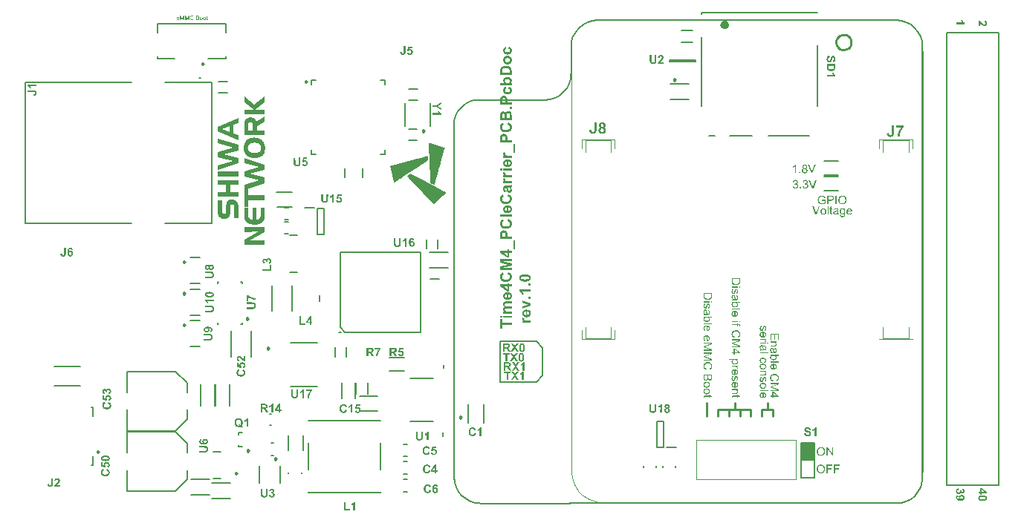
<source format=gto>
G04*
G04 #@! TF.GenerationSoftware,Altium Limited,Altium Designer,24.6.1 (21)*
G04*
G04 Layer_Color=65535*
%FSLAX44Y44*%
%MOMM*%
G71*
G04*
G04 #@! TF.SameCoordinates,8A5C2320-89B1-46AE-BF24-1CDB1CC95B2A*
G04*
G04*
G04 #@! TF.FilePolarity,Positive*
G04*
G01*
G75*
%ADD10C,0.2500*%
%ADD11C,0.2540*%
%ADD12C,0.1200*%
%ADD13C,0.5000*%
%ADD14C,0.2000*%
%ADD15C,0.1000*%
%ADD16C,0.1524*%
%ADD17C,0.1270*%
%ADD18C,0.1999*%
%ADD19C,0.1500*%
%ADD20R,1.5000X2.0000*%
G36*
X459174Y484130D02*
X459304Y482697D01*
X459435Y481395D01*
X459500Y479897D01*
X459304Y479701D01*
X459044Y479571D01*
X458132Y478920D01*
X457872Y478789D01*
X457090Y478268D01*
X456829Y478138D01*
X455918Y477487D01*
X455657Y477357D01*
X454745Y476705D01*
X454485Y476575D01*
X453573Y475924D01*
X453313Y475793D01*
X452792Y475403D01*
X452661D01*
X451749Y474752D01*
X451489Y474621D01*
X450577Y473970D01*
X450317Y473840D01*
X449405Y473188D01*
X449144Y473058D01*
X448363Y472537D01*
X448102Y472407D01*
X447191Y471756D01*
X446930Y471625D01*
X446018Y470974D01*
X445758Y470844D01*
X444846Y470193D01*
X444585Y470062D01*
X441915Y468304D01*
X440352Y467262D01*
X438919Y466350D01*
X435793Y464266D01*
X434751Y463615D01*
X432407Y462052D01*
X430974Y461140D01*
X427848Y459056D01*
X426806Y458405D01*
X423680Y456320D01*
X422247Y455409D01*
X421465Y454888D01*
X420879Y454562D01*
X420684Y455148D01*
X420488Y455995D01*
X420228Y457037D01*
X420098Y457688D01*
X419837Y458730D01*
X419707Y459381D01*
X419316Y460945D01*
X419186Y461596D01*
X418795Y463159D01*
X418665Y463810D01*
X418274Y465373D01*
X418144Y466024D01*
X417883Y467066D01*
X417753Y467718D01*
X417362Y469281D01*
X417232Y469932D01*
X416841Y471495D01*
X416711Y472146D01*
X416451Y473188D01*
X416385Y473384D01*
X416972Y473579D01*
X417883Y473840D01*
X419446Y474230D01*
X420358Y474491D01*
X421921Y474882D01*
X422833Y475142D01*
X424396Y475533D01*
X425308Y475793D01*
X426871Y476184D01*
X427783Y476445D01*
X429346Y476836D01*
X430257Y477096D01*
X431300Y477357D01*
X432211Y477617D01*
X433774Y478008D01*
X434686Y478268D01*
X436249Y478659D01*
X437161Y478920D01*
X438724Y479310D01*
X439636Y479571D01*
X441199Y479962D01*
X442111Y480222D01*
X443674Y480613D01*
X444585Y480873D01*
X446149Y481264D01*
X447060Y481525D01*
X448623Y481916D01*
X449535Y482176D01*
X451098Y482567D01*
X452010Y482827D01*
X453573Y483218D01*
X454485Y483479D01*
X456048Y483869D01*
X456960Y484130D01*
X459044Y484651D01*
X459174Y484130D01*
D02*
G37*
G36*
X461128Y499760D02*
X461844Y499565D01*
X463342Y499109D01*
X477931Y494550D01*
X478777Y494225D01*
X477735Y490577D01*
X477605Y490056D01*
X476563Y486409D01*
X476433Y485888D01*
X475130Y481329D01*
X475000Y480808D01*
X473958Y477161D01*
X473828Y476640D01*
X472786Y472993D01*
X472655Y472472D01*
X471613Y468825D01*
X471483Y468304D01*
X470441Y464657D01*
X470311Y464136D01*
X469529Y461400D01*
X469334Y460814D01*
X469269Y460749D01*
X469073Y459772D01*
X468878Y459056D01*
X468097Y456320D01*
X467966Y455799D01*
X466924Y452152D01*
X466729Y451696D01*
X462495Y453846D01*
X462365Y454367D01*
X462170Y459381D01*
X461258Y478529D01*
X460867Y486605D01*
X460737Y489600D01*
X460346Y497807D01*
X460281Y499956D01*
X460477Y500021D01*
X461128Y499760D01*
D02*
G37*
G36*
X451359Y458339D02*
X465687Y450785D01*
X477540Y444532D01*
X478191Y444142D01*
X478321D01*
X479754Y443360D01*
X480340Y443035D01*
X479103Y441797D01*
X478843Y441667D01*
X477800Y440625D01*
X477540Y440494D01*
X476368Y439322D01*
X476107Y439192D01*
X474935Y438020D01*
X474674Y437889D01*
X473502Y436717D01*
X473242Y436587D01*
X472069Y435415D01*
X471809Y435284D01*
X470767Y434242D01*
X470506Y434112D01*
X469334Y432940D01*
X469073Y432809D01*
X467901Y431637D01*
X467641Y431507D01*
X466468Y430335D01*
X465947Y430074D01*
X464319Y431702D01*
X464189Y431963D01*
X461714Y434438D01*
X461584Y434698D01*
X459109Y437173D01*
X458979Y437434D01*
X456374Y440039D01*
X456243Y440299D01*
X453769Y442774D01*
X453638Y443035D01*
X451033Y445640D01*
X450903Y445900D01*
X448428Y448375D01*
X448298Y448635D01*
X445823Y451110D01*
X445693Y451371D01*
X443088Y453976D01*
X442957Y454236D01*
X440482Y456711D01*
X440352Y456972D01*
X437747Y459577D01*
X437617Y459837D01*
X435663Y461791D01*
X435793Y462052D01*
X435989Y462247D01*
X436249Y462377D01*
X438073Y463680D01*
X438333Y463810D01*
X438594Y464071D01*
X438854Y464201D01*
X439506Y464592D01*
X451359Y458339D01*
D02*
G37*
G36*
X815308Y341570D02*
X815294Y341316D01*
X815280Y341034D01*
X815251Y340752D01*
X815209Y340471D01*
X815167Y340231D01*
Y340217D01*
X815153Y340189D01*
Y340146D01*
X815125Y340090D01*
X815082Y339935D01*
X815012Y339737D01*
X814913Y339512D01*
X814786Y339272D01*
X814645Y339033D01*
X814462Y338807D01*
X814448Y338793D01*
X814434Y338779D01*
X814391Y338737D01*
X814349Y338680D01*
X814208Y338539D01*
X814011Y338370D01*
X813771Y338187D01*
X813489Y337989D01*
X813165Y337806D01*
X812798Y337651D01*
X812784D01*
X812756Y337637D01*
X812700Y337609D01*
X812615Y337595D01*
X812517Y337552D01*
X812404Y337524D01*
X812277Y337496D01*
X812122Y337454D01*
X811967Y337411D01*
X811784Y337383D01*
X811389Y337313D01*
X810952Y337271D01*
X810472Y337256D01*
X810458D01*
X810430D01*
X810360D01*
X810289D01*
X810191Y337271D01*
X810078D01*
X809810Y337285D01*
X809500Y337327D01*
X809176Y337369D01*
X808837Y337440D01*
X808499Y337524D01*
X808485D01*
X808457Y337538D01*
X808414Y337552D01*
X808358Y337566D01*
X808203Y337623D01*
X808006Y337707D01*
X807780Y337792D01*
X807554Y337905D01*
X807315Y338046D01*
X807089Y338187D01*
X807061Y338201D01*
X806991Y338257D01*
X806892Y338342D01*
X806765Y338455D01*
X806624Y338582D01*
X806483Y338737D01*
X806328Y338892D01*
X806201Y339075D01*
X806187Y339103D01*
X806145Y339160D01*
X806088Y339258D01*
X806018Y339399D01*
X805933Y339568D01*
X805863Y339766D01*
X805778Y339991D01*
X805708Y340245D01*
Y340273D01*
X805694Y340315D01*
X805679Y340358D01*
X805665Y340499D01*
X805637Y340696D01*
X805609Y340922D01*
X805581Y341189D01*
X805567Y341485D01*
X805553Y341810D01*
Y345320D01*
X815308D01*
Y341570D01*
D02*
G37*
G36*
Y334437D02*
X813940D01*
Y335635D01*
X815308D01*
Y334437D01*
D02*
G37*
G36*
X812629D02*
X805553D01*
Y335635D01*
X812629D01*
Y334437D01*
D02*
G37*
G36*
X807850Y331899D02*
X807836D01*
X807822D01*
X807738Y331871D01*
X807597Y331843D01*
X807442Y331787D01*
X807272Y331716D01*
X807089Y331632D01*
X806906Y331505D01*
X806751Y331350D01*
X806737Y331321D01*
X806694Y331265D01*
X806638Y331152D01*
X806568Y331011D01*
X806497Y330828D01*
X806441Y330617D01*
X806398Y330363D01*
X806384Y330067D01*
Y329926D01*
X806398Y329785D01*
X806427Y329602D01*
X806469Y329404D01*
X806525Y329193D01*
X806596Y329010D01*
X806709Y328840D01*
X806723Y328826D01*
X806765Y328770D01*
X806835Y328714D01*
X806934Y328629D01*
X807047Y328559D01*
X807188Y328488D01*
X807329Y328446D01*
X807498Y328432D01*
X807512D01*
X807569D01*
X807639Y328446D01*
X807738Y328474D01*
X807836Y328516D01*
X807935Y328587D01*
X808048Y328671D01*
X808132Y328798D01*
X808147Y328812D01*
X808161Y328855D01*
X808203Y328925D01*
X808245Y329038D01*
X808302Y329207D01*
X808344Y329306D01*
X808372Y329418D01*
X808414Y329545D01*
X808457Y329686D01*
X808499Y329841D01*
X808541Y330025D01*
Y330039D01*
X808555Y330081D01*
X808569Y330151D01*
X808598Y330236D01*
X808626Y330349D01*
X808668Y330476D01*
X808739Y330744D01*
X808837Y331054D01*
X808922Y331350D01*
X809020Y331632D01*
X809077Y331758D01*
X809119Y331857D01*
X809133Y331885D01*
X809162Y331942D01*
X809218Y332026D01*
X809288Y332139D01*
X809387Y332266D01*
X809500Y332393D01*
X809627Y332520D01*
X809782Y332633D01*
X809796Y332647D01*
X809852Y332675D01*
X809951Y332717D01*
X810064Y332759D01*
X810205Y332802D01*
X810374Y332844D01*
X810543Y332872D01*
X810740Y332886D01*
X810769D01*
X810825D01*
X810910Y332872D01*
X811036Y332858D01*
X811163Y332830D01*
X811318Y332802D01*
X811459Y332745D01*
X811614Y332675D01*
X811628Y332661D01*
X811685Y332633D01*
X811755Y332590D01*
X811854Y332520D01*
X811953Y332435D01*
X812080Y332337D01*
X812192Y332224D01*
X812291Y332083D01*
X812305Y332069D01*
X812319Y332026D01*
X812362Y331970D01*
X812404Y331885D01*
X812460Y331773D01*
X812517Y331646D01*
X812573Y331491D01*
X812629Y331321D01*
X812643Y331293D01*
X812657Y331237D01*
X812686Y331138D01*
X812714Y331011D01*
X812742Y330856D01*
X812756Y330687D01*
X812784Y330490D01*
Y330151D01*
X812770Y329996D01*
X812756Y329785D01*
X812728Y329559D01*
X812672Y329320D01*
X812615Y329066D01*
X812531Y328826D01*
Y328812D01*
X812517Y328798D01*
X812488Y328728D01*
X812432Y328615D01*
X812362Y328474D01*
X812263Y328319D01*
X812150Y328164D01*
X812023Y328023D01*
X811882Y327896D01*
X811868Y327882D01*
X811812Y327854D01*
X811713Y327797D01*
X811600Y327727D01*
X811431Y327656D01*
X811248Y327586D01*
X811036Y327529D01*
X810797Y327473D01*
X810642Y328643D01*
X810670D01*
X810726Y328657D01*
X810825Y328685D01*
X810952Y328728D01*
X811079Y328798D01*
X811220Y328883D01*
X811361Y328981D01*
X811488Y329122D01*
X811502Y329137D01*
X811530Y329193D01*
X811586Y329277D01*
X811643Y329404D01*
X811699Y329545D01*
X811755Y329729D01*
X811784Y329954D01*
X811798Y330194D01*
Y330335D01*
X811784Y330476D01*
X811769Y330659D01*
X811727Y330842D01*
X811685Y331040D01*
X811614Y331223D01*
X811516Y331378D01*
X811502Y331392D01*
X811473Y331434D01*
X811417Y331491D01*
X811332Y331547D01*
X811248Y331618D01*
X811135Y331674D01*
X811008Y331716D01*
X810881Y331730D01*
X810867D01*
X810839D01*
X810797Y331716D01*
X810740D01*
X810599Y331674D01*
X810458Y331589D01*
X810444Y331575D01*
X810430Y331561D01*
X810388Y331533D01*
X810346Y331477D01*
X810303Y331420D01*
X810247Y331336D01*
X810205Y331237D01*
X810148Y331124D01*
Y331110D01*
X810134Y331082D01*
X810120Y331026D01*
X810078Y330927D01*
X810035Y330786D01*
X809993Y330603D01*
X809951Y330490D01*
X809923Y330363D01*
X809880Y330222D01*
X809838Y330067D01*
Y330053D01*
X809824Y330010D01*
X809810Y329940D01*
X809782Y329855D01*
X809753Y329757D01*
X809725Y329630D01*
X809641Y329362D01*
X809556Y329066D01*
X809457Y328770D01*
X809359Y328502D01*
X809316Y328389D01*
X809274Y328291D01*
X809260Y328262D01*
X809232Y328206D01*
X809190Y328121D01*
X809119Y327995D01*
X809035Y327868D01*
X808922Y327741D01*
X808795Y327614D01*
X808654Y327501D01*
X808640Y327487D01*
X808584Y327459D01*
X808499Y327403D01*
X808372Y327346D01*
X808217Y327304D01*
X808048Y327248D01*
X807850Y327219D01*
X807625Y327205D01*
X807597D01*
X807526D01*
X807413Y327219D01*
X807258Y327248D01*
X807089Y327290D01*
X806906Y327360D01*
X806694Y327445D01*
X806497Y327558D01*
X806469Y327572D01*
X806413Y327628D01*
X806314Y327699D01*
X806201Y327811D01*
X806074Y327966D01*
X805933Y328136D01*
X805806Y328333D01*
X805679Y328573D01*
Y328587D01*
X805665Y328601D01*
X805637Y328685D01*
X805595Y328826D01*
X805538Y329010D01*
X805482Y329235D01*
X805440Y329489D01*
X805412Y329757D01*
X805398Y330067D01*
Y330194D01*
X805412Y330293D01*
Y330405D01*
X805426Y330546D01*
X805440Y330687D01*
X805468Y330842D01*
X805538Y331181D01*
X805637Y331533D01*
X805778Y331871D01*
X805863Y332026D01*
X805962Y332167D01*
X805976Y332182D01*
X805990Y332196D01*
X806074Y332280D01*
X806201Y332407D01*
X806398Y332548D01*
X806638Y332703D01*
X806920Y332858D01*
X807272Y332985D01*
X807667Y333084D01*
X807850Y331899D01*
D02*
G37*
G36*
X807597Y326176D02*
X807724Y326162D01*
X807879Y326134D01*
X808034Y326092D01*
X808203Y326035D01*
X808358Y325965D01*
X808372Y325951D01*
X808428Y325922D01*
X808513Y325866D01*
X808612Y325796D01*
X808725Y325711D01*
X808837Y325598D01*
X808950Y325485D01*
X809049Y325344D01*
X809063Y325330D01*
X809091Y325274D01*
X809147Y325203D01*
X809204Y325091D01*
X809260Y324964D01*
X809331Y324809D01*
X809387Y324654D01*
X809443Y324470D01*
Y324456D01*
X809457Y324400D01*
X809486Y324315D01*
X809500Y324203D01*
X809528Y324062D01*
X809556Y323878D01*
X809598Y323667D01*
X809627Y323413D01*
Y323399D01*
X809641Y323343D01*
Y323272D01*
X809655Y323173D01*
X809669Y323061D01*
X809697Y322920D01*
X809711Y322765D01*
X809740Y322595D01*
X809810Y322257D01*
X809880Y321891D01*
X809965Y321566D01*
X810007Y321411D01*
X810050Y321270D01*
X810064D01*
X810092D01*
X810176Y321256D01*
X810275D01*
X810331D01*
X810360D01*
X810374D01*
X810388D01*
X810472D01*
X810613Y321270D01*
X810769Y321299D01*
X810938Y321341D01*
X811107Y321411D01*
X811262Y321496D01*
X811389Y321609D01*
X811403Y321623D01*
X811459Y321693D01*
X811516Y321806D01*
X811600Y321947D01*
X811671Y322144D01*
X811741Y322370D01*
X811784Y322652D01*
X811798Y322976D01*
Y323117D01*
X811784Y323258D01*
X811755Y323455D01*
X811727Y323653D01*
X811671Y323864D01*
X811600Y324062D01*
X811502Y324231D01*
X811488Y324245D01*
X811445Y324301D01*
X811375Y324372D01*
X811262Y324456D01*
X811121Y324541D01*
X810938Y324640D01*
X810712Y324724D01*
X810458Y324809D01*
X810613Y325979D01*
X810628D01*
X810642Y325965D01*
X810684D01*
X810740Y325951D01*
X810867Y325908D01*
X811050Y325852D01*
X811234Y325781D01*
X811431Y325697D01*
X811628Y325584D01*
X811812Y325457D01*
X811826Y325443D01*
X811882Y325387D01*
X811967Y325302D01*
X812080Y325189D01*
X812192Y325034D01*
X812305Y324851D01*
X812432Y324640D01*
X812531Y324400D01*
Y324386D01*
X812545Y324372D01*
X812559Y324329D01*
X812573Y324273D01*
X812615Y324132D01*
X812657Y323935D01*
X812700Y323709D01*
X812742Y323427D01*
X812770Y323131D01*
X812784Y322793D01*
Y322638D01*
X812770Y322483D01*
X812756Y322271D01*
X812728Y322032D01*
X812686Y321792D01*
X812629Y321552D01*
X812559Y321327D01*
X812545Y321299D01*
X812517Y321228D01*
X812474Y321129D01*
X812418Y321003D01*
X812333Y320862D01*
X812249Y320721D01*
X812136Y320594D01*
X812023Y320481D01*
X812009Y320467D01*
X811967Y320439D01*
X811896Y320396D01*
X811812Y320340D01*
X811685Y320270D01*
X811558Y320213D01*
X811403Y320157D01*
X811220Y320114D01*
X811206D01*
X811163Y320100D01*
X811079Y320086D01*
X810966Y320072D01*
X810811D01*
X810628Y320058D01*
X810388Y320044D01*
X810120D01*
X808513D01*
X808499D01*
X808443D01*
X808358D01*
X808245D01*
X808118D01*
X807963D01*
X807625Y320030D01*
X807272D01*
X806920Y320016D01*
X806765Y320002D01*
X806624D01*
X806497Y319988D01*
X806398Y319974D01*
X806384D01*
X806328Y319959D01*
X806243Y319945D01*
X806131Y319903D01*
X806004Y319875D01*
X805863Y319818D01*
X805708Y319748D01*
X805553Y319677D01*
Y320932D01*
X805567Y320946D01*
X805623Y320960D01*
X805694Y320988D01*
X805806Y321031D01*
X805933Y321073D01*
X806088Y321101D01*
X806257Y321129D01*
X806441Y321158D01*
Y321172D01*
X806413Y321186D01*
X806342Y321270D01*
X806243Y321397D01*
X806116Y321566D01*
X805990Y321778D01*
X805849Y321989D01*
X805722Y322215D01*
X805623Y322454D01*
X805609Y322483D01*
X805595Y322567D01*
X805553Y322694D01*
X805510Y322849D01*
X805468Y323047D01*
X805440Y323272D01*
X805412Y323526D01*
X805398Y323780D01*
Y323892D01*
X805412Y323977D01*
Y324076D01*
X805426Y324188D01*
X805468Y324442D01*
X805538Y324724D01*
X805637Y325034D01*
X805778Y325316D01*
X805962Y325570D01*
X805990Y325598D01*
X806060Y325669D01*
X806187Y325767D01*
X806356Y325880D01*
X806568Y325993D01*
X806807Y326092D01*
X807103Y326162D01*
X807244Y326176D01*
X807413Y326190D01*
X807442D01*
X807498D01*
X807597Y326176D01*
D02*
G37*
G36*
X815308Y317027D02*
X811826D01*
X811840Y317013D01*
X811868Y316999D01*
X811910Y316957D01*
X811981Y316886D01*
X812051Y316816D01*
X812136Y316731D01*
X812221Y316618D01*
X812305Y316506D01*
X812488Y316224D01*
X812629Y315899D01*
X812700Y315716D01*
X812742Y315519D01*
X812770Y315307D01*
X812784Y315096D01*
Y314983D01*
X812770Y314856D01*
X812756Y314701D01*
X812714Y314518D01*
X812672Y314307D01*
X812601Y314081D01*
X812517Y313869D01*
X812503Y313841D01*
X812474Y313771D01*
X812404Y313658D01*
X812319Y313531D01*
X812221Y313376D01*
X812094Y313221D01*
X811939Y313052D01*
X811769Y312911D01*
X811755Y312897D01*
X811685Y312854D01*
X811586Y312784D01*
X811459Y312699D01*
X811290Y312601D01*
X811093Y312502D01*
X810867Y312403D01*
X810628Y312319D01*
X810613D01*
X810599Y312305D01*
X810557Y312291D01*
X810515Y312276D01*
X810374Y312248D01*
X810191Y312206D01*
X809979Y312164D01*
X809740Y312121D01*
X809472Y312107D01*
X809190Y312093D01*
X809176D01*
X809105D01*
X809020D01*
X808894Y312107D01*
X808739Y312121D01*
X808569Y312136D01*
X808372Y312164D01*
X808161Y312206D01*
X807710Y312319D01*
X807470Y312389D01*
X807244Y312474D01*
X807005Y312572D01*
X806793Y312699D01*
X806582Y312840D01*
X806384Y312995D01*
X806370Y313009D01*
X806342Y313038D01*
X806300Y313080D01*
X806229Y313151D01*
X806159Y313249D01*
X806074Y313348D01*
X805990Y313461D01*
X805891Y313602D01*
X805806Y313757D01*
X805708Y313912D01*
X805553Y314292D01*
X805482Y314490D01*
X805440Y314701D01*
X805412Y314927D01*
X805398Y315152D01*
Y315209D01*
X805412Y315279D01*
Y315364D01*
X805426Y315462D01*
X805454Y315589D01*
X805524Y315871D01*
X805581Y316026D01*
X805651Y316181D01*
X805736Y316350D01*
X805835Y316506D01*
X805962Y316675D01*
X806102Y316830D01*
X806257Y316971D01*
X806441Y317112D01*
X805553D01*
Y318225D01*
X815308D01*
Y317027D01*
D02*
G37*
G36*
Y309443D02*
X805553D01*
Y310641D01*
X815308D01*
Y309443D01*
D02*
G37*
G36*
X809316Y307977D02*
X809472Y307963D01*
X809641Y307949D01*
X809838Y307920D01*
X810035Y307878D01*
X810487Y307766D01*
X810712Y307695D01*
X810952Y307610D01*
X811177Y307498D01*
X811389Y307371D01*
X811600Y307230D01*
X811798Y307075D01*
X811812Y307061D01*
X811840Y307032D01*
X811882Y306976D01*
X811953Y306905D01*
X812023Y306821D01*
X812108Y306708D01*
X812206Y306581D01*
X812291Y306426D01*
X812390Y306271D01*
X812474Y306088D01*
X812559Y305891D01*
X812629Y305679D01*
X812700Y305453D01*
X812742Y305214D01*
X812770Y304960D01*
X812784Y304692D01*
Y304551D01*
X812770Y304453D01*
X812756Y304340D01*
X812728Y304199D01*
X812700Y304044D01*
X812657Y303861D01*
X812615Y303691D01*
X812545Y303494D01*
X812474Y303311D01*
X812376Y303113D01*
X812263Y302916D01*
X812136Y302719D01*
X811981Y302535D01*
X811812Y302366D01*
X811798Y302352D01*
X811769Y302324D01*
X811713Y302282D01*
X811628Y302225D01*
X811530Y302155D01*
X811417Y302084D01*
X811276Y302000D01*
X811107Y301915D01*
X810924Y301831D01*
X810726Y301746D01*
X810501Y301675D01*
X810261Y301605D01*
X809993Y301549D01*
X809711Y301506D01*
X809415Y301478D01*
X809091Y301464D01*
X809077D01*
X809020D01*
X808922D01*
X808781Y301478D01*
Y306765D01*
X808767D01*
X808725D01*
X808668Y306751D01*
X808584D01*
X808485Y306736D01*
X808372Y306708D01*
X808118Y306666D01*
X807836Y306581D01*
X807526Y306469D01*
X807244Y306313D01*
X806991Y306116D01*
Y306102D01*
X806962Y306088D01*
X806892Y306003D01*
X806793Y305877D01*
X806694Y305707D01*
X806582Y305482D01*
X806483Y305228D01*
X806413Y304946D01*
X806398Y304791D01*
X806384Y304622D01*
Y304509D01*
X806398Y304382D01*
X806427Y304227D01*
X806469Y304058D01*
X806525Y303861D01*
X806610Y303677D01*
X806723Y303494D01*
X806737Y303480D01*
X806793Y303410D01*
X806878Y303325D01*
X806991Y303226D01*
X807146Y303113D01*
X807343Y302987D01*
X807569Y302860D01*
X807836Y302747D01*
X807681Y301506D01*
X807667D01*
X807639Y301521D01*
X807583Y301535D01*
X807498Y301563D01*
X807413Y301605D01*
X807301Y301647D01*
X807061Y301760D01*
X806793Y301901D01*
X806511Y302099D01*
X806243Y302324D01*
X805990Y302606D01*
Y302620D01*
X805962Y302648D01*
X805933Y302691D01*
X805891Y302747D01*
X805849Y302831D01*
X805806Y302916D01*
X805750Y303029D01*
X805694Y303156D01*
X805637Y303297D01*
X805581Y303438D01*
X805496Y303790D01*
X805426Y304185D01*
X805398Y304622D01*
Y304777D01*
X805412Y304876D01*
X805426Y305002D01*
X805454Y305158D01*
X805482Y305327D01*
X805510Y305510D01*
X805623Y305905D01*
X805708Y306116D01*
X805792Y306313D01*
X805905Y306525D01*
X806032Y306722D01*
X806173Y306905D01*
X806342Y307089D01*
X806356Y307103D01*
X806384Y307131D01*
X806441Y307173D01*
X806525Y307230D01*
X806624Y307300D01*
X806737Y307371D01*
X806878Y307455D01*
X807033Y307540D01*
X807216Y307624D01*
X807413Y307709D01*
X807639Y307780D01*
X807879Y307850D01*
X808132Y307906D01*
X808414Y307949D01*
X808710Y307977D01*
X809020Y307991D01*
X809035D01*
X809105D01*
X809190D01*
X809316Y307977D01*
D02*
G37*
G36*
X815308Y295008D02*
X813940D01*
Y296206D01*
X815308D01*
Y295008D01*
D02*
G37*
G36*
X812629D02*
X805553D01*
Y296206D01*
X812629D01*
Y295008D01*
D02*
G37*
G36*
Y292893D02*
X813376D01*
X813391D01*
X813405D01*
X813489D01*
X813616Y292879D01*
X813771D01*
X813940Y292865D01*
X814124Y292837D01*
X814293Y292808D01*
X814434Y292766D01*
X814448Y292752D01*
X814518Y292738D01*
X814603Y292696D01*
X814702Y292625D01*
X814814Y292541D01*
X814941Y292442D01*
X815068Y292315D01*
X815181Y292160D01*
X815195Y292146D01*
X815223Y292076D01*
X815280Y291977D01*
X815336Y291836D01*
X815378Y291667D01*
X815435Y291455D01*
X815463Y291216D01*
X815477Y290934D01*
Y290736D01*
X815463Y290609D01*
X815449Y290440D01*
X815421Y290243D01*
X815392Y290046D01*
X815350Y289820D01*
X814307Y290003D01*
Y290017D01*
X814321Y290060D01*
X814335Y290130D01*
X814349Y290229D01*
Y290342D01*
X814363Y290454D01*
X814377Y290708D01*
Y290793D01*
X814363Y290891D01*
X814349Y291004D01*
X814321Y291131D01*
X814279Y291258D01*
X814222Y291371D01*
X814138Y291469D01*
X814124Y291483D01*
X814095Y291497D01*
X814039Y291540D01*
X813940Y291582D01*
X813828Y291624D01*
X813687Y291653D01*
X813503Y291681D01*
X813278Y291695D01*
X812629D01*
Y290327D01*
X811699D01*
Y291695D01*
X805553D01*
Y292893D01*
X811699D01*
Y293950D01*
X812629D01*
Y292893D01*
D02*
G37*
G36*
X810754Y285802D02*
X810895D01*
X811036Y285788D01*
X811220Y285774D01*
X811403Y285746D01*
X811812Y285676D01*
X812263Y285577D01*
X812714Y285436D01*
X813151Y285238D01*
X813165Y285224D01*
X813207Y285210D01*
X813264Y285182D01*
X813334Y285126D01*
X813433Y285069D01*
X813546Y284999D01*
X813799Y284816D01*
X814081Y284576D01*
X814363Y284294D01*
X814645Y283970D01*
X814885Y283589D01*
X814899Y283575D01*
X814913Y283533D01*
X814941Y283476D01*
X814984Y283406D01*
X815026Y283293D01*
X815068Y283180D01*
X815125Y283039D01*
X815181Y282884D01*
X815237Y282715D01*
X815294Y282532D01*
X815378Y282137D01*
X815449Y281686D01*
X815477Y281221D01*
Y281080D01*
X815463Y280981D01*
X815449Y280854D01*
X815435Y280699D01*
X815421Y280544D01*
X815378Y280361D01*
X815294Y279980D01*
X815167Y279557D01*
X815082Y279346D01*
X814984Y279149D01*
X814857Y278951D01*
X814730Y278754D01*
X814716Y278740D01*
X814702Y278711D01*
X814659Y278655D01*
X814589Y278585D01*
X814518Y278514D01*
X814420Y278416D01*
X814307Y278317D01*
X814194Y278204D01*
X814053Y278091D01*
X813884Y277978D01*
X813715Y277852D01*
X813531Y277739D01*
X813320Y277640D01*
X813109Y277527D01*
X812883Y277443D01*
X812629Y277358D01*
X812333Y278627D01*
X812347D01*
X812376Y278641D01*
X812432Y278669D01*
X812503Y278697D01*
X812587Y278726D01*
X812700Y278768D01*
X812925Y278881D01*
X813179Y279022D01*
X813433Y279191D01*
X813672Y279402D01*
X813884Y279628D01*
X813912Y279656D01*
X813969Y279741D01*
X814039Y279882D01*
X814138Y280065D01*
X814222Y280305D01*
X814307Y280572D01*
X814363Y280897D01*
X814377Y281249D01*
Y281362D01*
X814363Y281432D01*
Y281531D01*
X814349Y281644D01*
X814307Y281912D01*
X814250Y282208D01*
X814152Y282518D01*
X814011Y282842D01*
X813828Y283138D01*
Y283152D01*
X813799Y283166D01*
X813729Y283265D01*
X813616Y283392D01*
X813447Y283547D01*
X813235Y283730D01*
X812996Y283899D01*
X812700Y284054D01*
X812376Y284195D01*
X812362D01*
X812333Y284209D01*
X812291Y284223D01*
X812221Y284238D01*
X812136Y284266D01*
X812037Y284294D01*
X811798Y284336D01*
X811516Y284393D01*
X811206Y284449D01*
X810867Y284477D01*
X810501Y284491D01*
X810487D01*
X810444D01*
X810374D01*
X810289D01*
X810191Y284477D01*
X810064D01*
X809923Y284463D01*
X809768Y284449D01*
X809429Y284407D01*
X809063Y284336D01*
X808696Y284252D01*
X808330Y284139D01*
X808316D01*
X808288Y284125D01*
X808245Y284097D01*
X808175Y284068D01*
X808006Y283984D01*
X807808Y283857D01*
X807583Y283702D01*
X807343Y283505D01*
X807132Y283279D01*
X806934Y283011D01*
Y282997D01*
X806920Y282969D01*
X806892Y282927D01*
X806864Y282870D01*
X806835Y282800D01*
X806793Y282715D01*
X806709Y282518D01*
X806624Y282264D01*
X806553Y281982D01*
X806497Y281672D01*
X806483Y281348D01*
Y281249D01*
X806497Y281164D01*
Y281066D01*
X806511Y280967D01*
X806568Y280713D01*
X806638Y280417D01*
X806751Y280121D01*
X806906Y279811D01*
X806991Y279656D01*
X807103Y279515D01*
X807117Y279501D01*
X807132Y279487D01*
X807174Y279445D01*
X807216Y279388D01*
X807287Y279332D01*
X807371Y279261D01*
X807456Y279177D01*
X807569Y279106D01*
X807695Y279022D01*
X807836Y278923D01*
X807977Y278838D01*
X808147Y278754D01*
X808330Y278683D01*
X808527Y278613D01*
X808739Y278542D01*
X808964Y278486D01*
X808640Y277189D01*
X808626D01*
X808569Y277203D01*
X808485Y277231D01*
X808372Y277274D01*
X808245Y277316D01*
X808090Y277372D01*
X807921Y277443D01*
X807738Y277527D01*
X807343Y277725D01*
X806948Y277978D01*
X806751Y278134D01*
X806553Y278289D01*
X806384Y278458D01*
X806215Y278655D01*
X806201Y278669D01*
X806173Y278697D01*
X806145Y278768D01*
X806088Y278838D01*
X806018Y278951D01*
X805947Y279064D01*
X805877Y279219D01*
X805806Y279374D01*
X805722Y279557D01*
X805651Y279755D01*
X805581Y279966D01*
X805510Y280192D01*
X805454Y280431D01*
X805426Y280685D01*
X805398Y280953D01*
X805384Y281235D01*
Y281390D01*
X805398Y281503D01*
Y281630D01*
X805412Y281785D01*
X805440Y281954D01*
X805468Y282151D01*
X805538Y282560D01*
X805651Y282983D01*
X805806Y283406D01*
X805905Y283603D01*
X806018Y283801D01*
X806032Y283815D01*
X806046Y283843D01*
X806088Y283899D01*
X806145Y283956D01*
X806201Y284040D01*
X806286Y284139D01*
X806384Y284252D01*
X806497Y284364D01*
X806624Y284477D01*
X806751Y284604D01*
X807075Y284858D01*
X807456Y285098D01*
X807879Y285309D01*
X807893D01*
X807935Y285337D01*
X808006Y285351D01*
X808090Y285394D01*
X808203Y285422D01*
X808344Y285464D01*
X808499Y285520D01*
X808668Y285563D01*
X808851Y285605D01*
X809063Y285661D01*
X809500Y285732D01*
X809993Y285788D01*
X810501Y285816D01*
X810515D01*
X810571D01*
X810656D01*
X810754Y285802D01*
D02*
G37*
G36*
X815308Y273707D02*
X808386Y271395D01*
X808372D01*
X808344Y271381D01*
X808302Y271367D01*
X808231Y271339D01*
X808062Y271282D01*
X807850Y271212D01*
X807611Y271141D01*
X807371Y271057D01*
X807146Y270986D01*
X806948Y270930D01*
X806976Y270916D01*
X807047Y270902D01*
X807174Y270860D01*
X807343Y270803D01*
X807569Y270733D01*
X807836Y270634D01*
X808147Y270535D01*
X808513Y270408D01*
X815308Y268068D01*
Y266334D01*
X805553D01*
Y267575D01*
X813715D01*
X805553Y270422D01*
Y271579D01*
X813856Y274398D01*
X805553D01*
Y275638D01*
X815308D01*
Y273707D01*
D02*
G37*
G36*
Y260667D02*
Y259695D01*
X808992D01*
Y258370D01*
X807893D01*
Y259695D01*
X805553D01*
Y260893D01*
X807893D01*
Y265136D01*
X808992D01*
X815308Y260667D01*
D02*
G37*
G36*
X812629Y251927D02*
X811699D01*
X811727Y251913D01*
X811784Y251857D01*
X811882Y251786D01*
X811995Y251674D01*
X812136Y251547D01*
X812263Y251406D01*
X812390Y251236D01*
X812503Y251067D01*
X812517Y251039D01*
X812545Y250983D01*
X812587Y250870D01*
X812643Y250729D01*
X812700Y250560D01*
X812742Y250362D01*
X812770Y250137D01*
X812784Y249883D01*
Y249728D01*
X812770Y249658D01*
X812756Y249559D01*
X812728Y249347D01*
X812672Y249094D01*
X812587Y248826D01*
X812460Y248558D01*
X812305Y248290D01*
Y248276D01*
X812277Y248262D01*
X812221Y248177D01*
X812108Y248051D01*
X811967Y247896D01*
X811784Y247726D01*
X811558Y247557D01*
X811290Y247388D01*
X810994Y247247D01*
X810980D01*
X810952Y247233D01*
X810910Y247219D01*
X810853Y247191D01*
X810769Y247162D01*
X810670Y247134D01*
X810444Y247064D01*
X810162Y246993D01*
X809852Y246937D01*
X809500Y246895D01*
X809133Y246880D01*
X809119D01*
X809091D01*
X809035D01*
X808950D01*
X808851Y246895D01*
X808739D01*
X808485Y246923D01*
X808175Y246979D01*
X807850Y247050D01*
X807512Y247148D01*
X807174Y247275D01*
X807160D01*
X807132Y247289D01*
X807089Y247318D01*
X807033Y247346D01*
X806878Y247444D01*
X806680Y247571D01*
X806469Y247726D01*
X806257Y247924D01*
X806046Y248149D01*
X805849Y248417D01*
Y248431D01*
X805835Y248445D01*
X805806Y248488D01*
X805778Y248544D01*
X805708Y248685D01*
X805623Y248882D01*
X805538Y249122D01*
X805468Y249376D01*
X805412Y249672D01*
X805398Y249968D01*
Y250066D01*
X805412Y250179D01*
X805426Y250320D01*
X805454Y250489D01*
X805496Y250673D01*
X805553Y250856D01*
X805637Y251039D01*
X805651Y251053D01*
X805679Y251124D01*
X805736Y251208D01*
X805820Y251321D01*
X805905Y251434D01*
X806018Y251575D01*
X806145Y251702D01*
X806286Y251814D01*
X802846D01*
Y253013D01*
X812629D01*
Y251927D01*
D02*
G37*
G36*
Y244357D02*
X811558D01*
X811572Y244343D01*
X811671Y244287D01*
X811798Y244216D01*
X811953Y244103D01*
X812108Y243991D01*
X812277Y243864D01*
X812418Y243737D01*
X812531Y243610D01*
X812545Y243596D01*
X812573Y243554D01*
X812615Y243469D01*
X812657Y243384D01*
X812700Y243272D01*
X812742Y243131D01*
X812770Y242990D01*
X812784Y242835D01*
Y242736D01*
X812770Y242609D01*
X812742Y242454D01*
X812686Y242271D01*
X812615Y242073D01*
X812517Y241848D01*
X812390Y241608D01*
X811290Y242045D01*
X811304Y242059D01*
X811332Y242116D01*
X811375Y242200D01*
X811417Y242313D01*
X811459Y242440D01*
X811502Y242595D01*
X811530Y242750D01*
X811544Y242905D01*
Y242976D01*
X811530Y243046D01*
X811516Y243145D01*
X811488Y243244D01*
X811445Y243370D01*
X811389Y243497D01*
X811304Y243610D01*
X811290Y243624D01*
X811262Y243666D01*
X811206Y243709D01*
X811135Y243779D01*
X811036Y243850D01*
X810924Y243920D01*
X810797Y243991D01*
X810642Y244047D01*
X810613Y244061D01*
X810529Y244075D01*
X810402Y244103D01*
X810233Y244146D01*
X810021Y244188D01*
X809782Y244216D01*
X809528Y244230D01*
X809246Y244244D01*
X805553D01*
Y245443D01*
X812629D01*
Y244357D01*
D02*
G37*
G36*
X809316Y241284D02*
X809472Y241270D01*
X809641Y241256D01*
X809838Y241228D01*
X810035Y241185D01*
X810487Y241073D01*
X810712Y241002D01*
X810952Y240917D01*
X811177Y240805D01*
X811389Y240678D01*
X811600Y240537D01*
X811798Y240382D01*
X811812Y240368D01*
X811840Y240340D01*
X811882Y240283D01*
X811953Y240213D01*
X812023Y240128D01*
X812108Y240015D01*
X812206Y239888D01*
X812291Y239733D01*
X812390Y239578D01*
X812474Y239395D01*
X812559Y239198D01*
X812629Y238986D01*
X812700Y238761D01*
X812742Y238521D01*
X812770Y238267D01*
X812784Y237999D01*
Y237858D01*
X812770Y237760D01*
X812756Y237647D01*
X812728Y237506D01*
X812700Y237351D01*
X812657Y237168D01*
X812615Y236999D01*
X812545Y236801D01*
X812474Y236618D01*
X812376Y236420D01*
X812263Y236223D01*
X812136Y236026D01*
X811981Y235843D01*
X811812Y235673D01*
X811798Y235659D01*
X811769Y235631D01*
X811713Y235589D01*
X811628Y235532D01*
X811530Y235462D01*
X811417Y235392D01*
X811276Y235307D01*
X811107Y235222D01*
X810924Y235138D01*
X810726Y235053D01*
X810501Y234983D01*
X810261Y234912D01*
X809993Y234856D01*
X809711Y234813D01*
X809415Y234785D01*
X809091Y234771D01*
X809077D01*
X809020D01*
X808922D01*
X808781Y234785D01*
Y240072D01*
X808767D01*
X808725D01*
X808668Y240058D01*
X808584D01*
X808485Y240044D01*
X808372Y240015D01*
X808118Y239973D01*
X807836Y239888D01*
X807526Y239776D01*
X807244Y239621D01*
X806991Y239423D01*
Y239409D01*
X806962Y239395D01*
X806892Y239310D01*
X806793Y239184D01*
X806694Y239014D01*
X806582Y238789D01*
X806483Y238535D01*
X806413Y238253D01*
X806398Y238098D01*
X806384Y237929D01*
Y237816D01*
X806398Y237689D01*
X806427Y237534D01*
X806469Y237365D01*
X806525Y237168D01*
X806610Y236984D01*
X806723Y236801D01*
X806737Y236787D01*
X806793Y236717D01*
X806878Y236632D01*
X806991Y236533D01*
X807146Y236420D01*
X807343Y236294D01*
X807569Y236167D01*
X807836Y236054D01*
X807681Y234813D01*
X807667D01*
X807639Y234828D01*
X807583Y234842D01*
X807498Y234870D01*
X807413Y234912D01*
X807301Y234954D01*
X807061Y235067D01*
X806793Y235208D01*
X806511Y235406D01*
X806243Y235631D01*
X805990Y235913D01*
Y235927D01*
X805962Y235955D01*
X805933Y235998D01*
X805891Y236054D01*
X805849Y236139D01*
X805806Y236223D01*
X805750Y236336D01*
X805694Y236463D01*
X805637Y236604D01*
X805581Y236745D01*
X805496Y237097D01*
X805426Y237492D01*
X805398Y237929D01*
Y238084D01*
X805412Y238183D01*
X805426Y238309D01*
X805454Y238465D01*
X805482Y238634D01*
X805510Y238817D01*
X805623Y239212D01*
X805708Y239423D01*
X805792Y239621D01*
X805905Y239832D01*
X806032Y240029D01*
X806173Y240213D01*
X806342Y240396D01*
X806356Y240410D01*
X806384Y240438D01*
X806441Y240480D01*
X806525Y240537D01*
X806624Y240607D01*
X806737Y240678D01*
X806878Y240762D01*
X807033Y240847D01*
X807216Y240932D01*
X807413Y241016D01*
X807639Y241087D01*
X807879Y241157D01*
X808132Y241213D01*
X808414Y241256D01*
X808710Y241284D01*
X809020Y241298D01*
X809035D01*
X809105D01*
X809190D01*
X809316Y241284D01*
D02*
G37*
G36*
X807850Y232600D02*
X807836D01*
X807822D01*
X807738Y232572D01*
X807597Y232544D01*
X807442Y232488D01*
X807272Y232417D01*
X807089Y232332D01*
X806906Y232206D01*
X806751Y232050D01*
X806737Y232022D01*
X806694Y231966D01*
X806638Y231853D01*
X806568Y231712D01*
X806497Y231529D01*
X806441Y231317D01*
X806398Y231064D01*
X806384Y230768D01*
Y230627D01*
X806398Y230486D01*
X806427Y230302D01*
X806469Y230105D01*
X806525Y229894D01*
X806596Y229710D01*
X806709Y229541D01*
X806723Y229527D01*
X806765Y229471D01*
X806835Y229414D01*
X806934Y229330D01*
X807047Y229259D01*
X807188Y229189D01*
X807329Y229146D01*
X807498Y229132D01*
X807512D01*
X807569D01*
X807639Y229146D01*
X807738Y229175D01*
X807836Y229217D01*
X807935Y229287D01*
X808048Y229372D01*
X808132Y229499D01*
X808147Y229513D01*
X808161Y229555D01*
X808203Y229626D01*
X808245Y229739D01*
X808302Y229908D01*
X808344Y230006D01*
X808372Y230119D01*
X808414Y230246D01*
X808457Y230387D01*
X808499Y230542D01*
X808541Y230725D01*
Y230739D01*
X808555Y230782D01*
X808569Y230852D01*
X808598Y230937D01*
X808626Y231050D01*
X808668Y231176D01*
X808739Y231444D01*
X808837Y231754D01*
X808922Y232050D01*
X809020Y232332D01*
X809077Y232459D01*
X809119Y232558D01*
X809133Y232586D01*
X809162Y232642D01*
X809218Y232727D01*
X809288Y232840D01*
X809387Y232967D01*
X809500Y233094D01*
X809627Y233221D01*
X809782Y233333D01*
X809796Y233347D01*
X809852Y233376D01*
X809951Y233418D01*
X810064Y233460D01*
X810205Y233503D01*
X810374Y233545D01*
X810543Y233573D01*
X810740Y233587D01*
X810769D01*
X810825D01*
X810910Y233573D01*
X811036Y233559D01*
X811163Y233531D01*
X811318Y233503D01*
X811459Y233446D01*
X811614Y233376D01*
X811628Y233361D01*
X811685Y233333D01*
X811755Y233291D01*
X811854Y233221D01*
X811953Y233136D01*
X812080Y233037D01*
X812192Y232924D01*
X812291Y232784D01*
X812305Y232769D01*
X812319Y232727D01*
X812362Y232671D01*
X812404Y232586D01*
X812460Y232473D01*
X812517Y232346D01*
X812573Y232191D01*
X812629Y232022D01*
X812643Y231994D01*
X812657Y231938D01*
X812686Y231839D01*
X812714Y231712D01*
X812742Y231557D01*
X812756Y231388D01*
X812784Y231190D01*
Y230852D01*
X812770Y230697D01*
X812756Y230486D01*
X812728Y230260D01*
X812672Y230021D01*
X812615Y229767D01*
X812531Y229527D01*
Y229513D01*
X812517Y229499D01*
X812488Y229428D01*
X812432Y229316D01*
X812362Y229175D01*
X812263Y229020D01*
X812150Y228864D01*
X812023Y228724D01*
X811882Y228597D01*
X811868Y228583D01*
X811812Y228554D01*
X811713Y228498D01*
X811600Y228428D01*
X811431Y228357D01*
X811248Y228287D01*
X811036Y228230D01*
X810797Y228174D01*
X810642Y229344D01*
X810670D01*
X810726Y229358D01*
X810825Y229386D01*
X810952Y229428D01*
X811079Y229499D01*
X811220Y229583D01*
X811361Y229682D01*
X811488Y229823D01*
X811502Y229837D01*
X811530Y229894D01*
X811586Y229978D01*
X811643Y230105D01*
X811699Y230246D01*
X811755Y230429D01*
X811784Y230655D01*
X811798Y230895D01*
Y231035D01*
X811784Y231176D01*
X811769Y231360D01*
X811727Y231543D01*
X811685Y231740D01*
X811614Y231924D01*
X811516Y232079D01*
X811502Y232093D01*
X811473Y232135D01*
X811417Y232191D01*
X811332Y232248D01*
X811248Y232318D01*
X811135Y232375D01*
X811008Y232417D01*
X810881Y232431D01*
X810867D01*
X810839D01*
X810797Y232417D01*
X810740D01*
X810599Y232375D01*
X810458Y232290D01*
X810444Y232276D01*
X810430Y232262D01*
X810388Y232234D01*
X810346Y232177D01*
X810303Y232121D01*
X810247Y232036D01*
X810205Y231938D01*
X810148Y231825D01*
Y231811D01*
X810134Y231783D01*
X810120Y231726D01*
X810078Y231628D01*
X810035Y231487D01*
X809993Y231303D01*
X809951Y231190D01*
X809923Y231064D01*
X809880Y230923D01*
X809838Y230768D01*
Y230753D01*
X809824Y230711D01*
X809810Y230641D01*
X809782Y230556D01*
X809753Y230457D01*
X809725Y230331D01*
X809641Y230063D01*
X809556Y229767D01*
X809457Y229471D01*
X809359Y229203D01*
X809316Y229090D01*
X809274Y228991D01*
X809260Y228963D01*
X809232Y228907D01*
X809190Y228822D01*
X809119Y228695D01*
X809035Y228568D01*
X808922Y228442D01*
X808795Y228315D01*
X808654Y228202D01*
X808640Y228188D01*
X808584Y228160D01*
X808499Y228103D01*
X808372Y228047D01*
X808217Y228005D01*
X808048Y227948D01*
X807850Y227920D01*
X807625Y227906D01*
X807597D01*
X807526D01*
X807413Y227920D01*
X807258Y227948D01*
X807089Y227990D01*
X806906Y228061D01*
X806694Y228146D01*
X806497Y228258D01*
X806469Y228272D01*
X806413Y228329D01*
X806314Y228399D01*
X806201Y228512D01*
X806074Y228667D01*
X805933Y228836D01*
X805806Y229034D01*
X805679Y229273D01*
Y229287D01*
X805665Y229301D01*
X805637Y229386D01*
X805595Y229527D01*
X805538Y229710D01*
X805482Y229936D01*
X805440Y230190D01*
X805412Y230457D01*
X805398Y230768D01*
Y230895D01*
X805412Y230993D01*
Y231106D01*
X805426Y231247D01*
X805440Y231388D01*
X805468Y231543D01*
X805538Y231881D01*
X805637Y232234D01*
X805778Y232572D01*
X805863Y232727D01*
X805962Y232868D01*
X805976Y232882D01*
X805990Y232896D01*
X806074Y232981D01*
X806201Y233108D01*
X806398Y233249D01*
X806638Y233404D01*
X806920Y233559D01*
X807272Y233686D01*
X807667Y233784D01*
X807850Y232600D01*
D02*
G37*
G36*
X809316Y226877D02*
X809472Y226863D01*
X809641Y226849D01*
X809838Y226821D01*
X810035Y226778D01*
X810487Y226665D01*
X810712Y226595D01*
X810952Y226510D01*
X811177Y226398D01*
X811389Y226271D01*
X811600Y226130D01*
X811798Y225975D01*
X811812Y225961D01*
X811840Y225932D01*
X811882Y225876D01*
X811953Y225805D01*
X812023Y225721D01*
X812108Y225608D01*
X812206Y225481D01*
X812291Y225326D01*
X812390Y225171D01*
X812474Y224988D01*
X812559Y224790D01*
X812629Y224579D01*
X812700Y224354D01*
X812742Y224114D01*
X812770Y223860D01*
X812784Y223592D01*
Y223451D01*
X812770Y223353D01*
X812756Y223240D01*
X812728Y223099D01*
X812700Y222944D01*
X812657Y222761D01*
X812615Y222591D01*
X812545Y222394D01*
X812474Y222211D01*
X812376Y222013D01*
X812263Y221816D01*
X812136Y221619D01*
X811981Y221435D01*
X811812Y221266D01*
X811798Y221252D01*
X811769Y221224D01*
X811713Y221182D01*
X811628Y221125D01*
X811530Y221055D01*
X811417Y220984D01*
X811276Y220900D01*
X811107Y220815D01*
X810924Y220731D01*
X810726Y220646D01*
X810501Y220576D01*
X810261Y220505D01*
X809993Y220449D01*
X809711Y220406D01*
X809415Y220378D01*
X809091Y220364D01*
X809077D01*
X809020D01*
X808922D01*
X808781Y220378D01*
Y225665D01*
X808767D01*
X808725D01*
X808668Y225650D01*
X808584D01*
X808485Y225636D01*
X808372Y225608D01*
X808118Y225566D01*
X807836Y225481D01*
X807526Y225368D01*
X807244Y225213D01*
X806991Y225016D01*
Y225002D01*
X806962Y224988D01*
X806892Y224903D01*
X806793Y224776D01*
X806694Y224607D01*
X806582Y224382D01*
X806483Y224128D01*
X806413Y223846D01*
X806398Y223691D01*
X806384Y223522D01*
Y223409D01*
X806398Y223282D01*
X806427Y223127D01*
X806469Y222958D01*
X806525Y222761D01*
X806610Y222577D01*
X806723Y222394D01*
X806737Y222380D01*
X806793Y222309D01*
X806878Y222225D01*
X806991Y222126D01*
X807146Y222013D01*
X807343Y221887D01*
X807569Y221760D01*
X807836Y221647D01*
X807681Y220406D01*
X807667D01*
X807639Y220420D01*
X807583Y220434D01*
X807498Y220463D01*
X807413Y220505D01*
X807301Y220547D01*
X807061Y220660D01*
X806793Y220801D01*
X806511Y220998D01*
X806243Y221224D01*
X805990Y221506D01*
Y221520D01*
X805962Y221548D01*
X805933Y221590D01*
X805891Y221647D01*
X805849Y221731D01*
X805806Y221816D01*
X805750Y221929D01*
X805694Y222056D01*
X805637Y222197D01*
X805581Y222338D01*
X805496Y222690D01*
X805426Y223085D01*
X805398Y223522D01*
Y223677D01*
X805412Y223776D01*
X805426Y223902D01*
X805454Y224058D01*
X805482Y224227D01*
X805510Y224410D01*
X805623Y224805D01*
X805708Y225016D01*
X805792Y225213D01*
X805905Y225425D01*
X806032Y225622D01*
X806173Y225805D01*
X806342Y225989D01*
X806356Y226003D01*
X806384Y226031D01*
X806441Y226073D01*
X806525Y226130D01*
X806624Y226200D01*
X806737Y226271D01*
X806878Y226355D01*
X807033Y226440D01*
X807216Y226524D01*
X807413Y226609D01*
X807639Y226679D01*
X807879Y226750D01*
X808132Y226806D01*
X808414Y226849D01*
X808710Y226877D01*
X809020Y226891D01*
X809035D01*
X809105D01*
X809190D01*
X809316Y226877D01*
D02*
G37*
G36*
X812629Y217827D02*
X811614D01*
X811628Y217812D01*
X811671Y217784D01*
X811727Y217742D01*
X811798Y217686D01*
X811882Y217601D01*
X811981Y217502D01*
X812094Y217390D01*
X812206Y217249D01*
X812305Y217108D01*
X812418Y216938D01*
X812517Y216755D01*
X812601Y216558D01*
X812672Y216332D01*
X812728Y216107D01*
X812770Y215853D01*
X812784Y215585D01*
Y215472D01*
X812770Y215360D01*
X812756Y215205D01*
X812728Y215021D01*
X812686Y214824D01*
X812629Y214613D01*
X812545Y214415D01*
X812531Y214387D01*
X812503Y214331D01*
X812460Y214232D01*
X812390Y214119D01*
X812305Y213978D01*
X812192Y213851D01*
X812080Y213724D01*
X811939Y213612D01*
X811925Y213598D01*
X811868Y213569D01*
X811798Y213527D01*
X811699Y213456D01*
X811558Y213400D01*
X811417Y213344D01*
X811248Y213273D01*
X811065Y213231D01*
X811050D01*
X810994Y213217D01*
X810910Y213203D01*
X810797Y213189D01*
X810628D01*
X810430Y213175D01*
X810191Y213160D01*
X809894D01*
X805553D01*
Y214359D01*
X809838D01*
X809852D01*
X809866D01*
X809965D01*
X810092D01*
X810247Y214373D01*
X810430Y214387D01*
X810613Y214415D01*
X810783Y214457D01*
X810938Y214500D01*
X810952D01*
X810994Y214528D01*
X811065Y214570D01*
X811149Y214613D01*
X811234Y214683D01*
X811332Y214767D01*
X811431Y214880D01*
X811516Y215007D01*
X811530Y215021D01*
X811558Y215064D01*
X811586Y215148D01*
X811628Y215247D01*
X811671Y215360D01*
X811713Y215501D01*
X811727Y215670D01*
X811741Y215839D01*
Y215909D01*
X811727Y215966D01*
X811713Y216107D01*
X811685Y216290D01*
X811614Y216487D01*
X811530Y216713D01*
X811417Y216938D01*
X811248Y217150D01*
X811220Y217178D01*
X811149Y217234D01*
X811093Y217277D01*
X811022Y217319D01*
X810938Y217376D01*
X810839Y217418D01*
X810726Y217474D01*
X810585Y217531D01*
X810430Y217573D01*
X810261Y217615D01*
X810078Y217643D01*
X809880Y217672D01*
X809641Y217700D01*
X809401D01*
X805553D01*
Y218898D01*
X812629D01*
Y217827D01*
D02*
G37*
G36*
Y211116D02*
X814377D01*
X815096Y209918D01*
X812629D01*
Y208706D01*
X811699D01*
Y209918D01*
X807540D01*
X807512D01*
X807456D01*
X807371D01*
X807272Y209904D01*
X807047Y209890D01*
X806948Y209876D01*
X806878Y209862D01*
X806850Y209848D01*
X806793Y209805D01*
X806723Y209749D01*
X806652Y209650D01*
X806638Y209622D01*
X806610Y209552D01*
X806582Y209425D01*
X806568Y209242D01*
Y209100D01*
X806582Y209030D01*
Y208931D01*
X806596Y208819D01*
X806610Y208706D01*
X805553Y208551D01*
Y208579D01*
X805538Y208635D01*
X805524Y208734D01*
X805510Y208861D01*
X805482Y209002D01*
X805468Y209157D01*
X805454Y209467D01*
Y209580D01*
X805468Y209693D01*
X805482Y209834D01*
X805496Y210003D01*
X805538Y210172D01*
X805581Y210327D01*
X805651Y210482D01*
X805665Y210496D01*
X805694Y210538D01*
X805736Y210595D01*
X805806Y210679D01*
X805877Y210750D01*
X805976Y210835D01*
X806074Y210919D01*
X806201Y210975D01*
X806215D01*
X806272Y211004D01*
X806370Y211018D01*
X806511Y211046D01*
X806694Y211074D01*
X806807Y211088D01*
X806934D01*
X807089Y211102D01*
X807244Y211116D01*
X807413D01*
X807611D01*
X811699D01*
Y212005D01*
X812629D01*
Y211116D01*
D02*
G37*
G36*
X376323Y80094D02*
X374448D01*
Y87157D01*
X374434Y87143D01*
X374405Y87115D01*
X374349Y87072D01*
X374264Y87002D01*
X374166Y86917D01*
X374053Y86833D01*
X373912Y86734D01*
X373757Y86621D01*
X373588Y86508D01*
X373404Y86396D01*
X373207Y86269D01*
X372996Y86156D01*
X372545Y85944D01*
X372037Y85747D01*
Y87439D01*
X372051D01*
X372065Y87453D01*
X372108Y87467D01*
X372164Y87481D01*
X372305Y87552D01*
X372502Y87636D01*
X372742Y87749D01*
X373010Y87904D01*
X373306Y88101D01*
X373616Y88327D01*
X373630Y88341D01*
X373658Y88355D01*
X373700Y88397D01*
X373757Y88454D01*
X373912Y88595D01*
X374081Y88778D01*
X374278Y89004D01*
X374476Y89285D01*
X374659Y89581D01*
X374800Y89906D01*
X376323D01*
Y80094D01*
D02*
G37*
G36*
X365651Y81744D02*
X370557D01*
Y80094D01*
X363677D01*
Y89779D01*
X365651D01*
Y81744D01*
D02*
G37*
G36*
X839933Y289778D02*
X839919D01*
X839905D01*
X839820Y289750D01*
X839679Y289722D01*
X839524Y289665D01*
X839355Y289595D01*
X839172Y289510D01*
X838988Y289383D01*
X838833Y289228D01*
X838819Y289200D01*
X838777Y289144D01*
X838720Y289031D01*
X838650Y288890D01*
X838579Y288707D01*
X838523Y288495D01*
X838481Y288241D01*
X838467Y287945D01*
Y287804D01*
X838481Y287663D01*
X838509Y287480D01*
X838551Y287283D01*
X838608Y287071D01*
X838678Y286888D01*
X838791Y286719D01*
X838805Y286705D01*
X838847Y286648D01*
X838918Y286592D01*
X839016Y286507D01*
X839129Y286437D01*
X839270Y286367D01*
X839411Y286324D01*
X839580Y286310D01*
X839594D01*
X839651D01*
X839721Y286324D01*
X839820Y286352D01*
X839919Y286395D01*
X840017Y286465D01*
X840130Y286550D01*
X840215Y286677D01*
X840229Y286691D01*
X840243Y286733D01*
X840285Y286803D01*
X840328Y286916D01*
X840384Y287085D01*
X840426Y287184D01*
X840454Y287297D01*
X840497Y287424D01*
X840539Y287565D01*
X840581Y287720D01*
X840623Y287903D01*
Y287917D01*
X840638Y287959D01*
X840652Y288030D01*
X840680Y288114D01*
X840708Y288227D01*
X840750Y288354D01*
X840821Y288622D01*
X840920Y288932D01*
X841004Y289228D01*
X841103Y289510D01*
X841159Y289637D01*
X841201Y289736D01*
X841216Y289764D01*
X841244Y289820D01*
X841300Y289905D01*
X841371Y290018D01*
X841469Y290145D01*
X841582Y290271D01*
X841709Y290398D01*
X841864Y290511D01*
X841878Y290525D01*
X841935Y290553D01*
X842033Y290596D01*
X842146Y290638D01*
X842287Y290680D01*
X842456Y290723D01*
X842625Y290751D01*
X842823Y290765D01*
X842851D01*
X842907D01*
X842992Y290751D01*
X843119Y290737D01*
X843246Y290708D01*
X843401Y290680D01*
X843542Y290624D01*
X843697Y290553D01*
X843711Y290539D01*
X843767Y290511D01*
X843838Y290469D01*
X843936Y290398D01*
X844035Y290314D01*
X844162Y290215D01*
X844275Y290102D01*
X844373Y289961D01*
X844387Y289947D01*
X844401Y289905D01*
X844444Y289848D01*
X844486Y289764D01*
X844542Y289651D01*
X844599Y289524D01*
X844655Y289369D01*
X844712Y289200D01*
X844726Y289172D01*
X844740Y289115D01*
X844768Y289017D01*
X844796Y288890D01*
X844824Y288735D01*
X844838Y288566D01*
X844867Y288368D01*
Y288030D01*
X844853Y287875D01*
X844838Y287663D01*
X844810Y287438D01*
X844754Y287198D01*
X844698Y286945D01*
X844613Y286705D01*
Y286691D01*
X844599Y286677D01*
X844571Y286606D01*
X844514Y286493D01*
X844444Y286352D01*
X844345Y286197D01*
X844232Y286042D01*
X844106Y285901D01*
X843964Y285774D01*
X843950Y285760D01*
X843894Y285732D01*
X843795Y285676D01*
X843683Y285605D01*
X843513Y285535D01*
X843330Y285464D01*
X843119Y285408D01*
X842879Y285352D01*
X842724Y286522D01*
X842752D01*
X842809Y286536D01*
X842907Y286564D01*
X843034Y286606D01*
X843161Y286677D01*
X843302Y286761D01*
X843443Y286860D01*
X843570Y287001D01*
X843584Y287015D01*
X843612Y287071D01*
X843669Y287156D01*
X843725Y287283D01*
X843781Y287424D01*
X843838Y287607D01*
X843866Y287833D01*
X843880Y288072D01*
Y288213D01*
X843866Y288354D01*
X843852Y288537D01*
X843810Y288721D01*
X843767Y288918D01*
X843697Y289101D01*
X843598Y289256D01*
X843584Y289270D01*
X843556Y289313D01*
X843499Y289369D01*
X843415Y289426D01*
X843330Y289496D01*
X843217Y289552D01*
X843091Y289595D01*
X842964Y289609D01*
X842950D01*
X842921D01*
X842879Y289595D01*
X842823D01*
X842682Y289552D01*
X842541Y289468D01*
X842527Y289454D01*
X842513Y289440D01*
X842470Y289412D01*
X842428Y289355D01*
X842386Y289299D01*
X842329Y289214D01*
X842287Y289115D01*
X842231Y289003D01*
Y288989D01*
X842216Y288960D01*
X842202Y288904D01*
X842160Y288805D01*
X842118Y288664D01*
X842076Y288481D01*
X842033Y288368D01*
X842005Y288241D01*
X841963Y288100D01*
X841920Y287945D01*
Y287931D01*
X841906Y287889D01*
X841892Y287819D01*
X841864Y287734D01*
X841836Y287635D01*
X841808Y287508D01*
X841723Y287241D01*
X841638Y286945D01*
X841540Y286648D01*
X841441Y286381D01*
X841399Y286268D01*
X841357Y286169D01*
X841342Y286141D01*
X841314Y286085D01*
X841272Y286000D01*
X841201Y285873D01*
X841117Y285746D01*
X841004Y285619D01*
X840877Y285492D01*
X840736Y285380D01*
X840722Y285366D01*
X840666Y285337D01*
X840581Y285281D01*
X840454Y285225D01*
X840299Y285182D01*
X840130Y285126D01*
X839933Y285098D01*
X839707Y285084D01*
X839679D01*
X839609D01*
X839496Y285098D01*
X839341Y285126D01*
X839172Y285168D01*
X838988Y285239D01*
X838777Y285323D01*
X838579Y285436D01*
X838551Y285450D01*
X838495Y285507D01*
X838396Y285577D01*
X838283Y285690D01*
X838157Y285845D01*
X838016Y286014D01*
X837889Y286211D01*
X837762Y286451D01*
Y286465D01*
X837748Y286479D01*
X837720Y286564D01*
X837677Y286705D01*
X837621Y286888D01*
X837564Y287114D01*
X837522Y287367D01*
X837494Y287635D01*
X837480Y287945D01*
Y288072D01*
X837494Y288171D01*
Y288284D01*
X837508Y288425D01*
X837522Y288566D01*
X837550Y288721D01*
X837621Y289059D01*
X837720Y289412D01*
X837860Y289750D01*
X837945Y289905D01*
X838044Y290046D01*
X838058Y290060D01*
X838072Y290074D01*
X838157Y290159D01*
X838283Y290285D01*
X838481Y290426D01*
X838720Y290581D01*
X839002Y290737D01*
X839355Y290863D01*
X839750Y290962D01*
X839933Y289778D01*
D02*
G37*
G36*
X841399Y284055D02*
X841554Y284041D01*
X841723Y284026D01*
X841920Y283998D01*
X842118Y283956D01*
X842569Y283843D01*
X842794Y283773D01*
X843034Y283688D01*
X843260Y283575D01*
X843471Y283448D01*
X843683Y283307D01*
X843880Y283152D01*
X843894Y283138D01*
X843922Y283110D01*
X843964Y283054D01*
X844035Y282983D01*
X844106Y282899D01*
X844190Y282786D01*
X844289Y282659D01*
X844373Y282504D01*
X844472Y282349D01*
X844557Y282166D01*
X844641Y281968D01*
X844712Y281757D01*
X844782Y281531D01*
X844824Y281292D01*
X844853Y281038D01*
X844867Y280770D01*
Y280629D01*
X844853Y280530D01*
X844838Y280418D01*
X844810Y280277D01*
X844782Y280121D01*
X844740Y279938D01*
X844698Y279769D01*
X844627Y279572D01*
X844557Y279389D01*
X844458Y279191D01*
X844345Y278994D01*
X844218Y278796D01*
X844063Y278613D01*
X843894Y278444D01*
X843880Y278430D01*
X843852Y278402D01*
X843795Y278359D01*
X843711Y278303D01*
X843612Y278232D01*
X843499Y278162D01*
X843358Y278078D01*
X843189Y277993D01*
X843006Y277908D01*
X842809Y277824D01*
X842583Y277753D01*
X842343Y277683D01*
X842076Y277626D01*
X841794Y277584D01*
X841498Y277556D01*
X841173Y277542D01*
X841159D01*
X841103D01*
X841004D01*
X840863Y277556D01*
Y282842D01*
X840849D01*
X840807D01*
X840750Y282828D01*
X840666D01*
X840567Y282814D01*
X840454Y282786D01*
X840201Y282744D01*
X839919Y282659D01*
X839609Y282546D01*
X839327Y282391D01*
X839073Y282194D01*
Y282180D01*
X839045Y282166D01*
X838974Y282081D01*
X838876Y281954D01*
X838777Y281785D01*
X838664Y281559D01*
X838565Y281306D01*
X838495Y281024D01*
X838481Y280869D01*
X838467Y280700D01*
Y280587D01*
X838481Y280460D01*
X838509Y280305D01*
X838551Y280136D01*
X838608Y279938D01*
X838692Y279755D01*
X838805Y279572D01*
X838819Y279558D01*
X838876Y279487D01*
X838960Y279403D01*
X839073Y279304D01*
X839228Y279191D01*
X839425Y279064D01*
X839651Y278937D01*
X839919Y278825D01*
X839764Y277584D01*
X839750D01*
X839721Y277598D01*
X839665Y277612D01*
X839580Y277640D01*
X839496Y277683D01*
X839383Y277725D01*
X839143Y277838D01*
X838876Y277979D01*
X838594Y278176D01*
X838326Y278402D01*
X838072Y278684D01*
Y278698D01*
X838044Y278726D01*
X838016Y278768D01*
X837973Y278825D01*
X837931Y278909D01*
X837889Y278994D01*
X837832Y279107D01*
X837776Y279233D01*
X837720Y279374D01*
X837663Y279515D01*
X837579Y279868D01*
X837508Y280263D01*
X837480Y280700D01*
Y280855D01*
X837494Y280953D01*
X837508Y281080D01*
X837536Y281235D01*
X837564Y281404D01*
X837593Y281588D01*
X837706Y281982D01*
X837790Y282194D01*
X837875Y282391D01*
X837987Y282603D01*
X838114Y282800D01*
X838255Y282983D01*
X838424Y283167D01*
X838438Y283181D01*
X838467Y283209D01*
X838523Y283251D01*
X838608Y283307D01*
X838706Y283378D01*
X838819Y283448D01*
X838960Y283533D01*
X839115Y283618D01*
X839298Y283702D01*
X839496Y283787D01*
X839721Y283857D01*
X839961Y283928D01*
X840215Y283984D01*
X840497Y284026D01*
X840793Y284055D01*
X841103Y284069D01*
X841117D01*
X841187D01*
X841272D01*
X841399Y284055D01*
D02*
G37*
G36*
X859265Y274793D02*
X858110D01*
Y280558D01*
X855135D01*
Y275159D01*
X853979D01*
Y280558D01*
X850666D01*
Y274567D01*
X849510D01*
Y281856D01*
X859265D01*
Y274793D01*
D02*
G37*
G36*
X844712Y275004D02*
X843640D01*
X843654Y274990D01*
X843753Y274934D01*
X843880Y274863D01*
X844035Y274751D01*
X844190Y274638D01*
X844359Y274511D01*
X844500Y274384D01*
X844613Y274257D01*
X844627Y274243D01*
X844655Y274201D01*
X844698Y274116D01*
X844740Y274032D01*
X844782Y273919D01*
X844824Y273778D01*
X844853Y273637D01*
X844867Y273482D01*
Y273383D01*
X844853Y273256D01*
X844824Y273101D01*
X844768Y272918D01*
X844698Y272721D01*
X844599Y272495D01*
X844472Y272255D01*
X843372Y272692D01*
X843387Y272707D01*
X843415Y272763D01*
X843457Y272847D01*
X843499Y272960D01*
X843542Y273087D01*
X843584Y273242D01*
X843612Y273397D01*
X843626Y273552D01*
Y273623D01*
X843612Y273693D01*
X843598Y273792D01*
X843570Y273891D01*
X843528Y274018D01*
X843471Y274144D01*
X843387Y274257D01*
X843372Y274271D01*
X843344Y274314D01*
X843288Y274356D01*
X843217Y274426D01*
X843119Y274497D01*
X843006Y274567D01*
X842879Y274638D01*
X842724Y274694D01*
X842696Y274708D01*
X842611Y274722D01*
X842484Y274751D01*
X842315Y274793D01*
X842104Y274835D01*
X841864Y274863D01*
X841610Y274877D01*
X841328Y274892D01*
X837635D01*
Y276090D01*
X844712D01*
Y275004D01*
D02*
G37*
G36*
X847390Y270338D02*
X846023D01*
Y271537D01*
X847390D01*
Y270338D01*
D02*
G37*
G36*
X844712D02*
X837635D01*
Y271537D01*
X844712D01*
Y270338D01*
D02*
G37*
G36*
X856587Y271861D02*
X855572D01*
X855586Y271847D01*
X855628Y271818D01*
X855685Y271776D01*
X855755Y271720D01*
X855840Y271635D01*
X855938Y271537D01*
X856051Y271424D01*
X856164Y271283D01*
X856263Y271142D01*
X856376Y270973D01*
X856474Y270789D01*
X856559Y270592D01*
X856629Y270366D01*
X856686Y270141D01*
X856728Y269887D01*
X856742Y269619D01*
Y269506D01*
X856728Y269394D01*
X856714Y269239D01*
X856686Y269055D01*
X856643Y268858D01*
X856587Y268647D01*
X856502Y268449D01*
X856488Y268421D01*
X856460Y268365D01*
X856418Y268266D01*
X856347Y268153D01*
X856263Y268012D01*
X856150Y267885D01*
X856037Y267759D01*
X855896Y267646D01*
X855882Y267632D01*
X855826Y267603D01*
X855755Y267561D01*
X855657Y267491D01*
X855516Y267434D01*
X855375Y267378D01*
X855206Y267307D01*
X855022Y267265D01*
X855008D01*
X854952Y267251D01*
X854867Y267237D01*
X854754Y267223D01*
X854585D01*
X854388Y267209D01*
X854148Y267195D01*
X853852D01*
X849510D01*
Y268393D01*
X853796D01*
X853810D01*
X853824D01*
X853923D01*
X854050D01*
X854205Y268407D01*
X854388Y268421D01*
X854571Y268449D01*
X854740Y268491D01*
X854895Y268534D01*
X854909D01*
X854952Y268562D01*
X855022Y268604D01*
X855107Y268647D01*
X855191Y268717D01*
X855290Y268802D01*
X855389Y268914D01*
X855473Y269041D01*
X855487Y269055D01*
X855516Y269098D01*
X855544Y269182D01*
X855586Y269281D01*
X855628Y269394D01*
X855671Y269535D01*
X855685Y269704D01*
X855699Y269873D01*
Y269944D01*
X855685Y270000D01*
X855671Y270141D01*
X855642Y270324D01*
X855572Y270522D01*
X855487Y270747D01*
X855375Y270973D01*
X855206Y271184D01*
X855177Y271212D01*
X855107Y271269D01*
X855050Y271311D01*
X854980Y271353D01*
X854895Y271410D01*
X854797Y271452D01*
X854684Y271508D01*
X854543Y271565D01*
X854388Y271607D01*
X854219Y271649D01*
X854035Y271677D01*
X853838Y271706D01*
X853598Y271734D01*
X853359D01*
X849510D01*
Y272932D01*
X856587D01*
Y271861D01*
D02*
G37*
G36*
X839679Y268900D02*
X839806Y268886D01*
X839961Y268858D01*
X840116Y268816D01*
X840285Y268759D01*
X840440Y268689D01*
X840454Y268675D01*
X840511Y268647D01*
X840595Y268590D01*
X840694Y268520D01*
X840807Y268435D01*
X840920Y268322D01*
X841032Y268210D01*
X841131Y268069D01*
X841145Y268055D01*
X841173Y267998D01*
X841230Y267928D01*
X841286Y267815D01*
X841342Y267688D01*
X841413Y267533D01*
X841469Y267378D01*
X841526Y267195D01*
Y267181D01*
X841540Y267124D01*
X841568Y267040D01*
X841582Y266927D01*
X841610Y266786D01*
X841638Y266602D01*
X841681Y266391D01*
X841709Y266137D01*
Y266123D01*
X841723Y266067D01*
Y265996D01*
X841737Y265898D01*
X841751Y265785D01*
X841779Y265644D01*
X841794Y265489D01*
X841822Y265320D01*
X841892Y264981D01*
X841963Y264615D01*
X842047Y264291D01*
X842090Y264135D01*
X842132Y263995D01*
X842146D01*
X842174D01*
X842259Y263981D01*
X842357D01*
X842414D01*
X842442D01*
X842456D01*
X842470D01*
X842555D01*
X842696Y263995D01*
X842851Y264023D01*
X843020Y264065D01*
X843189Y264135D01*
X843344Y264220D01*
X843471Y264333D01*
X843485Y264347D01*
X843542Y264417D01*
X843598Y264530D01*
X843683Y264671D01*
X843753Y264869D01*
X843824Y265094D01*
X843866Y265376D01*
X843880Y265700D01*
Y265841D01*
X843866Y265982D01*
X843838Y266180D01*
X843810Y266377D01*
X843753Y266588D01*
X843683Y266786D01*
X843584Y266955D01*
X843570Y266969D01*
X843528Y267025D01*
X843457Y267096D01*
X843344Y267181D01*
X843203Y267265D01*
X843020Y267364D01*
X842794Y267448D01*
X842541Y267533D01*
X842696Y268703D01*
X842710D01*
X842724Y268689D01*
X842766D01*
X842823Y268675D01*
X842950Y268633D01*
X843133Y268576D01*
X843316Y268506D01*
X843513Y268421D01*
X843711Y268308D01*
X843894Y268181D01*
X843908Y268167D01*
X843964Y268111D01*
X844049Y268026D01*
X844162Y267913D01*
X844275Y267759D01*
X844387Y267575D01*
X844514Y267364D01*
X844613Y267124D01*
Y267110D01*
X844627Y267096D01*
X844641Y267054D01*
X844655Y266997D01*
X844698Y266856D01*
X844740Y266659D01*
X844782Y266433D01*
X844824Y266151D01*
X844853Y265855D01*
X844867Y265517D01*
Y265362D01*
X844853Y265207D01*
X844838Y264995D01*
X844810Y264756D01*
X844768Y264516D01*
X844712Y264277D01*
X844641Y264051D01*
X844627Y264023D01*
X844599Y263952D01*
X844557Y263854D01*
X844500Y263727D01*
X844416Y263586D01*
X844331Y263445D01*
X844218Y263318D01*
X844106Y263205D01*
X844091Y263191D01*
X844049Y263163D01*
X843979Y263121D01*
X843894Y263064D01*
X843767Y262994D01*
X843640Y262937D01*
X843485Y262881D01*
X843302Y262839D01*
X843288D01*
X843246Y262824D01*
X843161Y262810D01*
X843048Y262796D01*
X842893D01*
X842710Y262782D01*
X842470Y262768D01*
X842202D01*
X840595D01*
X840581D01*
X840525D01*
X840440D01*
X840328D01*
X840201D01*
X840046D01*
X839707Y262754D01*
X839355D01*
X839002Y262740D01*
X838847Y262726D01*
X838706D01*
X838579Y262712D01*
X838481Y262698D01*
X838467D01*
X838410Y262684D01*
X838326Y262670D01*
X838213Y262627D01*
X838086Y262599D01*
X837945Y262543D01*
X837790Y262472D01*
X837635Y262402D01*
Y263656D01*
X837649Y263670D01*
X837706Y263684D01*
X837776Y263713D01*
X837889Y263755D01*
X838016Y263797D01*
X838171Y263825D01*
X838340Y263854D01*
X838523Y263882D01*
Y263896D01*
X838495Y263910D01*
X838424Y263995D01*
X838326Y264121D01*
X838199Y264291D01*
X838072Y264502D01*
X837931Y264713D01*
X837804Y264939D01*
X837706Y265179D01*
X837691Y265207D01*
X837677Y265292D01*
X837635Y265418D01*
X837593Y265573D01*
X837550Y265771D01*
X837522Y265996D01*
X837494Y266250D01*
X837480Y266504D01*
Y266617D01*
X837494Y266701D01*
Y266800D01*
X837508Y266913D01*
X837550Y267166D01*
X837621Y267448D01*
X837720Y267759D01*
X837860Y268040D01*
X838044Y268294D01*
X838072Y268322D01*
X838142Y268393D01*
X838269Y268491D01*
X838438Y268604D01*
X838650Y268717D01*
X838890Y268816D01*
X839186Y268886D01*
X839327Y268900D01*
X839496Y268914D01*
X839524D01*
X839580D01*
X839679Y268900D01*
D02*
G37*
G36*
X847390Y259751D02*
X837635D01*
Y260950D01*
X847390D01*
Y259751D01*
D02*
G37*
G36*
X851554Y265743D02*
X851681Y265728D01*
X851836Y265700D01*
X851991Y265658D01*
X852160Y265602D01*
X852316Y265531D01*
X852330Y265517D01*
X852386Y265489D01*
X852471Y265432D01*
X852569Y265362D01*
X852682Y265277D01*
X852795Y265165D01*
X852908Y265052D01*
X853006Y264911D01*
X853020Y264897D01*
X853049Y264840D01*
X853105Y264770D01*
X853161Y264657D01*
X853218Y264530D01*
X853288Y264375D01*
X853345Y264220D01*
X853401Y264037D01*
Y264023D01*
X853415Y263966D01*
X853443Y263882D01*
X853457Y263769D01*
X853486Y263628D01*
X853514Y263445D01*
X853556Y263233D01*
X853584Y262980D01*
Y262966D01*
X853598Y262909D01*
Y262839D01*
X853613Y262740D01*
X853627Y262627D01*
X853655Y262486D01*
X853669Y262331D01*
X853697Y262162D01*
X853768Y261824D01*
X853838Y261457D01*
X853923Y261133D01*
X853965Y260978D01*
X854007Y260837D01*
X854021D01*
X854050D01*
X854134Y260823D01*
X854233D01*
X854289D01*
X854317D01*
X854332D01*
X854346D01*
X854430D01*
X854571Y260837D01*
X854726Y260865D01*
X854895Y260907D01*
X855064Y260978D01*
X855220Y261062D01*
X855346Y261175D01*
X855360Y261189D01*
X855417Y261260D01*
X855473Y261373D01*
X855558Y261514D01*
X855628Y261711D01*
X855699Y261936D01*
X855741Y262218D01*
X855755Y262543D01*
Y262684D01*
X855741Y262824D01*
X855713Y263022D01*
X855685Y263219D01*
X855628Y263431D01*
X855558Y263628D01*
X855459Y263797D01*
X855445Y263811D01*
X855403Y263868D01*
X855332Y263938D01*
X855220Y264023D01*
X855079Y264107D01*
X854895Y264206D01*
X854670Y264291D01*
X854416Y264375D01*
X854571Y265545D01*
X854585D01*
X854599Y265531D01*
X854642D01*
X854698Y265517D01*
X854825Y265475D01*
X855008Y265418D01*
X855191Y265348D01*
X855389Y265263D01*
X855586Y265151D01*
X855769Y265024D01*
X855783Y265010D01*
X855840Y264953D01*
X855924Y264869D01*
X856037Y264756D01*
X856150Y264601D01*
X856263Y264417D01*
X856390Y264206D01*
X856488Y263966D01*
Y263952D01*
X856502Y263938D01*
X856516Y263896D01*
X856531Y263839D01*
X856573Y263699D01*
X856615Y263501D01*
X856657Y263276D01*
X856700Y262994D01*
X856728Y262698D01*
X856742Y262359D01*
Y262204D01*
X856728Y262049D01*
X856714Y261838D01*
X856686Y261598D01*
X856643Y261358D01*
X856587Y261119D01*
X856516Y260893D01*
X856502Y260865D01*
X856474Y260795D01*
X856432Y260696D01*
X856376Y260569D01*
X856291Y260428D01*
X856206Y260287D01*
X856094Y260160D01*
X855981Y260047D01*
X855967Y260033D01*
X855924Y260005D01*
X855854Y259963D01*
X855769Y259906D01*
X855642Y259836D01*
X855516Y259780D01*
X855360Y259723D01*
X855177Y259681D01*
X855163D01*
X855121Y259667D01*
X855036Y259653D01*
X854923Y259639D01*
X854769D01*
X854585Y259625D01*
X854346Y259610D01*
X854078D01*
X852471D01*
X852457D01*
X852400D01*
X852316D01*
X852203D01*
X852076D01*
X851921D01*
X851582Y259596D01*
X851230D01*
X850878Y259582D01*
X850723Y259568D01*
X850582D01*
X850455Y259554D01*
X850356Y259540D01*
X850342D01*
X850286Y259526D01*
X850201Y259512D01*
X850088Y259469D01*
X849961Y259441D01*
X849820Y259385D01*
X849665Y259314D01*
X849510Y259244D01*
Y260499D01*
X849524Y260513D01*
X849581Y260527D01*
X849651Y260555D01*
X849764Y260597D01*
X849891Y260639D01*
X850046Y260668D01*
X850215Y260696D01*
X850398Y260724D01*
Y260738D01*
X850370Y260752D01*
X850300Y260837D01*
X850201Y260964D01*
X850074Y261133D01*
X849947Y261344D01*
X849806Y261556D01*
X849679Y261781D01*
X849581Y262021D01*
X849567Y262049D01*
X849553Y262134D01*
X849510Y262261D01*
X849468Y262416D01*
X849426Y262613D01*
X849398Y262839D01*
X849369Y263092D01*
X849355Y263346D01*
Y263459D01*
X849369Y263543D01*
Y263642D01*
X849383Y263755D01*
X849426Y264009D01*
X849496Y264291D01*
X849595Y264601D01*
X849736Y264883D01*
X849919Y265136D01*
X849947Y265165D01*
X850018Y265235D01*
X850145Y265334D01*
X850314Y265447D01*
X850525Y265559D01*
X850765Y265658D01*
X851061Y265728D01*
X851202Y265743D01*
X851371Y265757D01*
X851399D01*
X851456D01*
X851554Y265743D01*
D02*
G37*
G36*
X859265Y256594D02*
X855783D01*
X855798Y256579D01*
X855826Y256565D01*
X855868Y256523D01*
X855938Y256453D01*
X856009Y256382D01*
X856094Y256298D01*
X856178Y256185D01*
X856263Y256072D01*
X856446Y255790D01*
X856587Y255466D01*
X856657Y255283D01*
X856700Y255085D01*
X856728Y254874D01*
X856742Y254662D01*
Y254550D01*
X856728Y254423D01*
X856714Y254268D01*
X856672Y254084D01*
X856629Y253873D01*
X856559Y253647D01*
X856474Y253436D01*
X856460Y253408D01*
X856432Y253337D01*
X856361Y253225D01*
X856277Y253098D01*
X856178Y252943D01*
X856051Y252787D01*
X855896Y252618D01*
X855727Y252477D01*
X855713Y252463D01*
X855642Y252421D01*
X855544Y252350D01*
X855417Y252266D01*
X855248Y252167D01*
X855050Y252069D01*
X854825Y251970D01*
X854585Y251885D01*
X854571D01*
X854557Y251871D01*
X854515Y251857D01*
X854472Y251843D01*
X854332Y251815D01*
X854148Y251772D01*
X853937Y251730D01*
X853697Y251688D01*
X853429Y251674D01*
X853147Y251660D01*
X853133D01*
X853063D01*
X852978D01*
X852851Y251674D01*
X852696Y251688D01*
X852527Y251702D01*
X852330Y251730D01*
X852118Y251772D01*
X851667Y251885D01*
X851428Y251956D01*
X851202Y252040D01*
X850962Y252139D01*
X850751Y252266D01*
X850539Y252407D01*
X850342Y252562D01*
X850328Y252576D01*
X850300Y252604D01*
X850257Y252647D01*
X850187Y252717D01*
X850117Y252816D01*
X850032Y252914D01*
X849947Y253027D01*
X849849Y253168D01*
X849764Y253323D01*
X849665Y253478D01*
X849510Y253859D01*
X849440Y254056D01*
X849398Y254268D01*
X849369Y254493D01*
X849355Y254719D01*
Y254775D01*
X849369Y254846D01*
Y254930D01*
X849383Y255029D01*
X849412Y255156D01*
X849482Y255438D01*
X849538Y255593D01*
X849609Y255748D01*
X849694Y255917D01*
X849792Y256072D01*
X849919Y256241D01*
X850060Y256396D01*
X850215Y256537D01*
X850398Y256678D01*
X849510D01*
Y257792D01*
X859265D01*
Y256594D01*
D02*
G37*
G36*
Y249009D02*
X849510D01*
Y250208D01*
X859265D01*
Y249009D01*
D02*
G37*
G36*
X841441Y254437D02*
X841554D01*
X841681Y254423D01*
X841822Y254409D01*
X842132Y254366D01*
X842470Y254296D01*
X842809Y254211D01*
X843147Y254084D01*
X843161D01*
X843189Y254070D01*
X843232Y254042D01*
X843288Y254014D01*
X843443Y253929D01*
X843626Y253802D01*
X843838Y253633D01*
X844049Y253436D01*
X844261Y253196D01*
X844430Y252928D01*
Y252914D01*
X844444Y252886D01*
X844472Y252844D01*
X844500Y252787D01*
X844528Y252717D01*
X844571Y252632D01*
X844655Y252421D01*
X844726Y252181D01*
X844796Y251885D01*
X844853Y251575D01*
X844867Y251237D01*
Y251124D01*
X844853Y251039D01*
Y250955D01*
X844838Y250842D01*
X844796Y250574D01*
X844726Y250278D01*
X844613Y249968D01*
X844472Y249658D01*
X844275Y249362D01*
Y249348D01*
X844247Y249334D01*
X844162Y249249D01*
X844035Y249122D01*
X843852Y248967D01*
X843626Y248812D01*
X843344Y248657D01*
X843020Y248516D01*
X842639Y248417D01*
X842456Y249587D01*
X842470D01*
X842484Y249601D01*
X842569Y249616D01*
X842696Y249658D01*
X842851Y249728D01*
X843020Y249799D01*
X843203Y249912D01*
X843372Y250039D01*
X843513Y250180D01*
X843528Y250194D01*
X843570Y250250D01*
X843626Y250349D01*
X843697Y250461D01*
X843767Y250616D01*
X843824Y250786D01*
X843866Y250983D01*
X843880Y251194D01*
Y251279D01*
X843866Y251350D01*
X843852Y251505D01*
X843795Y251716D01*
X843725Y251942D01*
X843612Y252195D01*
X843443Y252435D01*
X843344Y252548D01*
X843232Y252661D01*
X843217D01*
X843203Y252689D01*
X843161Y252717D01*
X843105Y252745D01*
X843034Y252787D01*
X842950Y252844D01*
X842851Y252886D01*
X842738Y252943D01*
X842597Y252999D01*
X842442Y253041D01*
X842273Y253098D01*
X842090Y253140D01*
X841892Y253168D01*
X841667Y253196D01*
X841427Y253225D01*
X841173D01*
X841159D01*
X841117D01*
X841032D01*
X840948Y253210D01*
X840821D01*
X840694Y253196D01*
X840384Y253154D01*
X840046Y253098D01*
X839693Y252999D01*
X839383Y252872D01*
X839228Y252787D01*
X839101Y252689D01*
X839073Y252661D01*
X839002Y252590D01*
X838904Y252463D01*
X838791Y252308D01*
X838664Y252097D01*
X838565Y251857D01*
X838495Y251575D01*
X838481Y251420D01*
X838467Y251265D01*
Y251237D01*
X838481Y251152D01*
X838495Y251011D01*
X838523Y250856D01*
X838565Y250673D01*
X838650Y250476D01*
X838749Y250278D01*
X838890Y250095D01*
X838904Y250067D01*
X838974Y250024D01*
X839073Y249940D01*
X839228Y249841D01*
X839411Y249743D01*
X839637Y249630D01*
X839919Y249545D01*
X840229Y249489D01*
X840074Y248305D01*
X840060D01*
X840017Y248319D01*
X839961Y248333D01*
X839876Y248347D01*
X839764Y248375D01*
X839651Y248403D01*
X839369Y248502D01*
X839073Y248629D01*
X838749Y248812D01*
X838438Y249038D01*
X838298Y249165D01*
X838157Y249305D01*
X838142Y249320D01*
X838128Y249348D01*
X838100Y249390D01*
X838058Y249447D01*
X838001Y249517D01*
X837945Y249616D01*
X837889Y249728D01*
X837818Y249841D01*
X837691Y250123D01*
X837593Y250461D01*
X837508Y250828D01*
X837494Y251039D01*
X837480Y251251D01*
Y251392D01*
X837494Y251490D01*
X837508Y251617D01*
X837536Y251758D01*
X837564Y251913D01*
X837593Y252083D01*
X837706Y252463D01*
X837790Y252647D01*
X837875Y252844D01*
X837987Y253041D01*
X838114Y253225D01*
X838255Y253408D01*
X838424Y253577D01*
X838438Y253591D01*
X838467Y253619D01*
X838523Y253661D01*
X838594Y253718D01*
X838692Y253774D01*
X838819Y253859D01*
X838960Y253929D01*
X839115Y254014D01*
X839298Y254098D01*
X839510Y254169D01*
X839721Y254254D01*
X839975Y254310D01*
X840229Y254366D01*
X840525Y254409D01*
X840821Y254437D01*
X841145Y254451D01*
X841159D01*
X841201D01*
X841258D01*
X841342D01*
X841441Y254437D01*
D02*
G37*
G36*
X841357Y247712D02*
X841498D01*
X841653Y247698D01*
X841850Y247670D01*
X842047Y247642D01*
X842273Y247586D01*
X842498Y247529D01*
X842738Y247459D01*
X842992Y247374D01*
X843232Y247261D01*
X843457Y247149D01*
X843683Y246994D01*
X843894Y246838D01*
X844077Y246641D01*
X844091Y246627D01*
X844106Y246599D01*
X844148Y246542D01*
X844204Y246472D01*
X844261Y246387D01*
X844331Y246275D01*
X844401Y246162D01*
X844472Y246021D01*
X844542Y245866D01*
X844613Y245697D01*
X844740Y245316D01*
X844838Y244879D01*
X844853Y244653D01*
X844867Y244414D01*
Y244273D01*
X844853Y244174D01*
X844838Y244047D01*
X844810Y243906D01*
X844782Y243751D01*
X844754Y243568D01*
X844627Y243187D01*
X844557Y242990D01*
X844458Y242793D01*
X844359Y242595D01*
X844218Y242398D01*
X844077Y242215D01*
X843908Y242031D01*
X843894Y242017D01*
X843866Y241989D01*
X843810Y241947D01*
X843739Y241891D01*
X843640Y241820D01*
X843513Y241735D01*
X843372Y241651D01*
X843217Y241566D01*
X843048Y241482D01*
X842837Y241397D01*
X842625Y241313D01*
X842386Y241242D01*
X842132Y241186D01*
X841864Y241143D01*
X841582Y241115D01*
X841272Y241101D01*
X841258D01*
X841216D01*
X841145D01*
X841047D01*
X840934Y241115D01*
X840793Y241129D01*
X840652D01*
X840497Y241157D01*
X840144Y241200D01*
X839792Y241284D01*
X839439Y241383D01*
X839115Y241524D01*
X839101D01*
X839087Y241538D01*
X839045Y241566D01*
X838988Y241594D01*
X838847Y241693D01*
X838678Y241820D01*
X838481Y241989D01*
X838283Y242201D01*
X838086Y242440D01*
X837903Y242722D01*
Y242736D01*
X837889Y242750D01*
X837860Y242793D01*
X837832Y242863D01*
X837804Y242934D01*
X837776Y243018D01*
X837691Y243230D01*
X837621Y243469D01*
X837550Y243765D01*
X837494Y244076D01*
X837480Y244414D01*
Y244555D01*
X837494Y244668D01*
X837508Y244795D01*
X837536Y244935D01*
X837564Y245105D01*
X837593Y245274D01*
X837706Y245654D01*
X837790Y245866D01*
X837875Y246063D01*
X837987Y246261D01*
X838114Y246458D01*
X838255Y246641D01*
X838424Y246824D01*
X838438Y246838D01*
X838467Y246867D01*
X838523Y246909D01*
X838608Y246965D01*
X838706Y247036D01*
X838819Y247106D01*
X838960Y247191D01*
X839129Y247276D01*
X839313Y247360D01*
X839524Y247445D01*
X839750Y247515D01*
X839989Y247586D01*
X840257Y247642D01*
X840539Y247684D01*
X840849Y247712D01*
X841173Y247727D01*
X841201D01*
X841258D01*
X841357Y247712D01*
D02*
G37*
G36*
X853274Y247543D02*
X853429Y247529D01*
X853598Y247515D01*
X853796Y247487D01*
X853993Y247445D01*
X854444Y247332D01*
X854670Y247261D01*
X854909Y247177D01*
X855135Y247064D01*
X855346Y246937D01*
X855558Y246796D01*
X855755Y246641D01*
X855769Y246627D01*
X855798Y246599D01*
X855840Y246542D01*
X855910Y246472D01*
X855981Y246387D01*
X856065Y246275D01*
X856164Y246148D01*
X856249Y245993D01*
X856347Y245838D01*
X856432Y245654D01*
X856516Y245457D01*
X856587Y245246D01*
X856657Y245020D01*
X856700Y244780D01*
X856728Y244527D01*
X856742Y244259D01*
Y244118D01*
X856728Y244019D01*
X856714Y243906D01*
X856686Y243765D01*
X856657Y243610D01*
X856615Y243427D01*
X856573Y243258D01*
X856502Y243060D01*
X856432Y242877D01*
X856333Y242680D01*
X856220Y242482D01*
X856094Y242285D01*
X855938Y242102D01*
X855769Y241933D01*
X855755Y241919D01*
X855727Y241891D01*
X855671Y241848D01*
X855586Y241792D01*
X855487Y241721D01*
X855375Y241651D01*
X855234Y241566D01*
X855064Y241482D01*
X854881Y241397D01*
X854684Y241313D01*
X854458Y241242D01*
X854219Y241171D01*
X853951Y241115D01*
X853669Y241073D01*
X853373Y241045D01*
X853049Y241031D01*
X853035D01*
X852978D01*
X852879D01*
X852738Y241045D01*
Y246331D01*
X852724D01*
X852682D01*
X852626Y246317D01*
X852541D01*
X852442Y246303D01*
X852330Y246275D01*
X852076Y246232D01*
X851794Y246148D01*
X851484Y246035D01*
X851202Y245880D01*
X850948Y245683D01*
Y245669D01*
X850920Y245654D01*
X850850Y245570D01*
X850751Y245443D01*
X850652Y245274D01*
X850539Y245048D01*
X850441Y244795D01*
X850370Y244513D01*
X850356Y244357D01*
X850342Y244188D01*
Y244076D01*
X850356Y243949D01*
X850384Y243794D01*
X850427Y243624D01*
X850483Y243427D01*
X850568Y243244D01*
X850680Y243060D01*
X850694Y243046D01*
X850751Y242976D01*
X850835Y242891D01*
X850948Y242793D01*
X851103Y242680D01*
X851301Y242553D01*
X851526Y242426D01*
X851794Y242313D01*
X851639Y241073D01*
X851625D01*
X851597Y241087D01*
X851540Y241101D01*
X851456Y241129D01*
X851371Y241171D01*
X851258Y241214D01*
X851019Y241327D01*
X850751Y241468D01*
X850469Y241665D01*
X850201Y241891D01*
X849947Y242172D01*
Y242187D01*
X849919Y242215D01*
X849891Y242257D01*
X849849Y242313D01*
X849806Y242398D01*
X849764Y242482D01*
X849708Y242595D01*
X849651Y242722D01*
X849595Y242863D01*
X849538Y243004D01*
X849454Y243357D01*
X849383Y243751D01*
X849355Y244188D01*
Y244343D01*
X849369Y244442D01*
X849383Y244569D01*
X849412Y244724D01*
X849440Y244893D01*
X849468Y245076D01*
X849581Y245471D01*
X849665Y245683D01*
X849750Y245880D01*
X849863Y246091D01*
X849990Y246289D01*
X850131Y246472D01*
X850300Y246655D01*
X850314Y246669D01*
X850342Y246698D01*
X850398Y246740D01*
X850483Y246796D01*
X850582Y246867D01*
X850694Y246937D01*
X850835Y247022D01*
X850991Y247106D01*
X851174Y247191D01*
X851371Y247276D01*
X851597Y247346D01*
X851836Y247416D01*
X852090Y247473D01*
X852372Y247515D01*
X852668Y247543D01*
X852978Y247558D01*
X852992D01*
X853063D01*
X853147D01*
X853274Y247543D01*
D02*
G37*
G36*
X844712Y238620D02*
X843697D01*
X843711Y238606D01*
X843753Y238578D01*
X843810Y238535D01*
X843880Y238479D01*
X843964Y238394D01*
X844063Y238296D01*
X844176Y238183D01*
X844289Y238042D01*
X844387Y237901D01*
X844500Y237732D01*
X844599Y237549D01*
X844684Y237351D01*
X844754Y237126D01*
X844810Y236900D01*
X844853Y236646D01*
X844867Y236378D01*
Y236266D01*
X844853Y236153D01*
X844838Y235998D01*
X844810Y235815D01*
X844768Y235617D01*
X844712Y235406D01*
X844627Y235208D01*
X844613Y235180D01*
X844585Y235124D01*
X844542Y235025D01*
X844472Y234912D01*
X844387Y234771D01*
X844275Y234645D01*
X844162Y234518D01*
X844021Y234405D01*
X844007Y234391D01*
X843950Y234363D01*
X843880Y234320D01*
X843781Y234250D01*
X843640Y234193D01*
X843499Y234137D01*
X843330Y234067D01*
X843147Y234024D01*
X843133D01*
X843076Y234010D01*
X842992Y233996D01*
X842879Y233982D01*
X842710D01*
X842513Y233968D01*
X842273Y233954D01*
X841977D01*
X837635D01*
Y235152D01*
X841920D01*
X841935D01*
X841949D01*
X842047D01*
X842174D01*
X842329Y235166D01*
X842513Y235180D01*
X842696Y235208D01*
X842865Y235251D01*
X843020Y235293D01*
X843034D01*
X843076Y235321D01*
X843147Y235364D01*
X843232Y235406D01*
X843316Y235476D01*
X843415Y235561D01*
X843513Y235674D01*
X843598Y235801D01*
X843612Y235815D01*
X843640Y235857D01*
X843669Y235942D01*
X843711Y236040D01*
X843753Y236153D01*
X843795Y236294D01*
X843810Y236463D01*
X843824Y236632D01*
Y236703D01*
X843810Y236759D01*
X843795Y236900D01*
X843767Y237083D01*
X843697Y237281D01*
X843612Y237506D01*
X843499Y237732D01*
X843330Y237943D01*
X843302Y237971D01*
X843232Y238028D01*
X843175Y238070D01*
X843105Y238113D01*
X843020Y238169D01*
X842921Y238211D01*
X842809Y238267D01*
X842668Y238324D01*
X842513Y238366D01*
X842343Y238409D01*
X842160Y238437D01*
X841963Y238465D01*
X841723Y238493D01*
X841484D01*
X837635D01*
Y239691D01*
X844712D01*
Y238620D01*
D02*
G37*
G36*
X854712Y235984D02*
X854853D01*
X854994Y235970D01*
X855177Y235956D01*
X855360Y235927D01*
X855769Y235857D01*
X856220Y235758D01*
X856672Y235617D01*
X857109Y235420D01*
X857123Y235406D01*
X857165Y235392D01*
X857221Y235364D01*
X857292Y235307D01*
X857391Y235251D01*
X857503Y235180D01*
X857757Y234997D01*
X858039Y234757D01*
X858321Y234475D01*
X858603Y234151D01*
X858842Y233771D01*
X858857Y233757D01*
X858871Y233714D01*
X858899Y233658D01*
X858941Y233587D01*
X858984Y233475D01*
X859026Y233362D01*
X859082Y233221D01*
X859138Y233066D01*
X859195Y232897D01*
X859251Y232713D01*
X859336Y232319D01*
X859406Y231868D01*
X859435Y231402D01*
Y231261D01*
X859420Y231163D01*
X859406Y231036D01*
X859392Y230881D01*
X859378Y230726D01*
X859336Y230542D01*
X859251Y230162D01*
X859124Y229739D01*
X859040Y229527D01*
X858941Y229330D01*
X858814Y229133D01*
X858687Y228935D01*
X858673Y228921D01*
X858659Y228893D01*
X858617Y228837D01*
X858547Y228766D01*
X858476Y228696D01*
X858377Y228597D01*
X858264Y228498D01*
X858152Y228386D01*
X858011Y228273D01*
X857842Y228160D01*
X857673Y228033D01*
X857489Y227920D01*
X857278Y227822D01*
X857066Y227709D01*
X856841Y227624D01*
X856587Y227540D01*
X856291Y228808D01*
X856305D01*
X856333Y228823D01*
X856390Y228851D01*
X856460Y228879D01*
X856545Y228907D01*
X856657Y228949D01*
X856883Y229062D01*
X857137Y229203D01*
X857391Y229372D01*
X857630Y229584D01*
X857842Y229809D01*
X857870Y229837D01*
X857926Y229922D01*
X857997Y230063D01*
X858095Y230246D01*
X858180Y230486D01*
X858264Y230754D01*
X858321Y231078D01*
X858335Y231430D01*
Y231543D01*
X858321Y231614D01*
Y231712D01*
X858307Y231825D01*
X858264Y232093D01*
X858208Y232389D01*
X858110Y232699D01*
X857969Y233023D01*
X857785Y233319D01*
Y233334D01*
X857757Y233348D01*
X857686Y233446D01*
X857574Y233573D01*
X857405Y233728D01*
X857193Y233912D01*
X856954Y234081D01*
X856657Y234236D01*
X856333Y234377D01*
X856319D01*
X856291Y234391D01*
X856249Y234405D01*
X856178Y234419D01*
X856094Y234447D01*
X855995Y234475D01*
X855755Y234518D01*
X855473Y234574D01*
X855163Y234631D01*
X854825Y234659D01*
X854458Y234673D01*
X854444D01*
X854402D01*
X854332D01*
X854247D01*
X854148Y234659D01*
X854021D01*
X853880Y234645D01*
X853725Y234631D01*
X853387Y234588D01*
X853020Y234518D01*
X852654Y234433D01*
X852287Y234320D01*
X852273D01*
X852245Y234306D01*
X852203Y234278D01*
X852132Y234250D01*
X851963Y234165D01*
X851766Y234038D01*
X851540Y233883D01*
X851301Y233686D01*
X851089Y233461D01*
X850892Y233193D01*
Y233179D01*
X850878Y233150D01*
X850850Y233108D01*
X850821Y233052D01*
X850793Y232981D01*
X850751Y232897D01*
X850666Y232699D01*
X850582Y232446D01*
X850511Y232164D01*
X850455Y231853D01*
X850441Y231529D01*
Y231430D01*
X850455Y231346D01*
Y231247D01*
X850469Y231149D01*
X850525Y230895D01*
X850596Y230599D01*
X850708Y230303D01*
X850864Y229993D01*
X850948Y229837D01*
X851061Y229697D01*
X851075Y229683D01*
X851089Y229668D01*
X851131Y229626D01*
X851174Y229570D01*
X851244Y229513D01*
X851329Y229443D01*
X851413Y229358D01*
X851526Y229288D01*
X851653Y229203D01*
X851794Y229104D01*
X851935Y229020D01*
X852104Y228935D01*
X852287Y228865D01*
X852485Y228794D01*
X852696Y228724D01*
X852922Y228668D01*
X852598Y227371D01*
X852583D01*
X852527Y227385D01*
X852442Y227413D01*
X852330Y227455D01*
X852203Y227497D01*
X852048Y227554D01*
X851879Y227624D01*
X851695Y227709D01*
X851301Y227906D01*
X850906Y228160D01*
X850708Y228315D01*
X850511Y228470D01*
X850342Y228639D01*
X850173Y228837D01*
X850159Y228851D01*
X850131Y228879D01*
X850102Y228949D01*
X850046Y229020D01*
X849976Y229133D01*
X849905Y229245D01*
X849835Y229401D01*
X849764Y229556D01*
X849679Y229739D01*
X849609Y229936D01*
X849538Y230148D01*
X849468Y230373D01*
X849412Y230613D01*
X849383Y230867D01*
X849355Y231134D01*
X849341Y231416D01*
Y231572D01*
X849355Y231684D01*
Y231811D01*
X849369Y231966D01*
X849398Y232135D01*
X849426Y232333D01*
X849496Y232742D01*
X849609Y233164D01*
X849764Y233587D01*
X849863Y233785D01*
X849976Y233982D01*
X849990Y233996D01*
X850004Y234024D01*
X850046Y234081D01*
X850102Y234137D01*
X850159Y234222D01*
X850243Y234320D01*
X850342Y234433D01*
X850455Y234546D01*
X850582Y234659D01*
X850708Y234786D01*
X851033Y235039D01*
X851413Y235279D01*
X851836Y235490D01*
X851850D01*
X851893Y235519D01*
X851963Y235533D01*
X852048Y235575D01*
X852160Y235603D01*
X852301Y235646D01*
X852457Y235702D01*
X852626Y235744D01*
X852809Y235786D01*
X853020Y235843D01*
X853457Y235913D01*
X853951Y235970D01*
X854458Y235998D01*
X854472D01*
X854529D01*
X854613D01*
X854712Y235984D01*
D02*
G37*
G36*
X839933Y231402D02*
X839919D01*
X839905D01*
X839820Y231374D01*
X839679Y231346D01*
X839524Y231290D01*
X839355Y231219D01*
X839172Y231134D01*
X838988Y231008D01*
X838833Y230853D01*
X838819Y230824D01*
X838777Y230768D01*
X838720Y230655D01*
X838650Y230514D01*
X838579Y230331D01*
X838523Y230119D01*
X838481Y229866D01*
X838467Y229570D01*
Y229429D01*
X838481Y229288D01*
X838509Y229104D01*
X838551Y228907D01*
X838608Y228696D01*
X838678Y228512D01*
X838791Y228343D01*
X838805Y228329D01*
X838847Y228273D01*
X838918Y228216D01*
X839016Y228132D01*
X839129Y228061D01*
X839270Y227991D01*
X839411Y227948D01*
X839580Y227934D01*
X839594D01*
X839651D01*
X839721Y227948D01*
X839820Y227977D01*
X839919Y228019D01*
X840017Y228090D01*
X840130Y228174D01*
X840215Y228301D01*
X840229Y228315D01*
X840243Y228357D01*
X840285Y228428D01*
X840328Y228541D01*
X840384Y228710D01*
X840426Y228808D01*
X840454Y228921D01*
X840497Y229048D01*
X840539Y229189D01*
X840581Y229344D01*
X840623Y229527D01*
Y229541D01*
X840638Y229584D01*
X840652Y229654D01*
X840680Y229739D01*
X840708Y229852D01*
X840750Y229979D01*
X840821Y230246D01*
X840920Y230557D01*
X841004Y230853D01*
X841103Y231134D01*
X841159Y231261D01*
X841201Y231360D01*
X841216Y231388D01*
X841244Y231445D01*
X841300Y231529D01*
X841371Y231642D01*
X841469Y231769D01*
X841582Y231896D01*
X841709Y232023D01*
X841864Y232135D01*
X841878Y232149D01*
X841935Y232178D01*
X842033Y232220D01*
X842146Y232262D01*
X842287Y232304D01*
X842456Y232347D01*
X842625Y232375D01*
X842823Y232389D01*
X842851D01*
X842907D01*
X842992Y232375D01*
X843119Y232361D01*
X843246Y232333D01*
X843401Y232304D01*
X843542Y232248D01*
X843697Y232178D01*
X843711Y232164D01*
X843767Y232135D01*
X843838Y232093D01*
X843936Y232023D01*
X844035Y231938D01*
X844162Y231839D01*
X844275Y231726D01*
X844373Y231586D01*
X844387Y231572D01*
X844401Y231529D01*
X844444Y231473D01*
X844486Y231388D01*
X844542Y231275D01*
X844599Y231149D01*
X844655Y230993D01*
X844712Y230824D01*
X844726Y230796D01*
X844740Y230740D01*
X844768Y230641D01*
X844796Y230514D01*
X844824Y230359D01*
X844838Y230190D01*
X844867Y229993D01*
Y229654D01*
X844853Y229499D01*
X844838Y229288D01*
X844810Y229062D01*
X844754Y228823D01*
X844698Y228569D01*
X844613Y228329D01*
Y228315D01*
X844599Y228301D01*
X844571Y228230D01*
X844514Y228118D01*
X844444Y227977D01*
X844345Y227822D01*
X844232Y227667D01*
X844106Y227526D01*
X843964Y227399D01*
X843950Y227385D01*
X843894Y227356D01*
X843795Y227300D01*
X843683Y227230D01*
X843513Y227159D01*
X843330Y227089D01*
X843119Y227032D01*
X842879Y226976D01*
X842724Y228146D01*
X842752D01*
X842809Y228160D01*
X842907Y228188D01*
X843034Y228230D01*
X843161Y228301D01*
X843302Y228386D01*
X843443Y228484D01*
X843570Y228625D01*
X843584Y228639D01*
X843612Y228696D01*
X843669Y228780D01*
X843725Y228907D01*
X843781Y229048D01*
X843838Y229231D01*
X843866Y229457D01*
X843880Y229697D01*
Y229837D01*
X843866Y229979D01*
X843852Y230162D01*
X843810Y230345D01*
X843767Y230542D01*
X843697Y230726D01*
X843598Y230881D01*
X843584Y230895D01*
X843556Y230937D01*
X843499Y230993D01*
X843415Y231050D01*
X843330Y231120D01*
X843217Y231177D01*
X843091Y231219D01*
X842964Y231233D01*
X842950D01*
X842921D01*
X842879Y231219D01*
X842823D01*
X842682Y231177D01*
X842541Y231092D01*
X842527Y231078D01*
X842513Y231064D01*
X842470Y231036D01*
X842428Y230979D01*
X842386Y230923D01*
X842329Y230838D01*
X842287Y230740D01*
X842231Y230627D01*
Y230613D01*
X842216Y230585D01*
X842202Y230528D01*
X842160Y230430D01*
X842118Y230289D01*
X842076Y230105D01*
X842033Y229993D01*
X842005Y229866D01*
X841963Y229725D01*
X841920Y229570D01*
Y229556D01*
X841906Y229513D01*
X841892Y229443D01*
X841864Y229358D01*
X841836Y229260D01*
X841808Y229133D01*
X841723Y228865D01*
X841638Y228569D01*
X841540Y228273D01*
X841441Y228005D01*
X841399Y227892D01*
X841357Y227794D01*
X841342Y227765D01*
X841314Y227709D01*
X841272Y227624D01*
X841201Y227497D01*
X841117Y227371D01*
X841004Y227244D01*
X840877Y227117D01*
X840736Y227004D01*
X840722Y226990D01*
X840666Y226962D01*
X840581Y226905D01*
X840454Y226849D01*
X840299Y226807D01*
X840130Y226750D01*
X839933Y226722D01*
X839707Y226708D01*
X839679D01*
X839609D01*
X839496Y226722D01*
X839341Y226750D01*
X839172Y226793D01*
X838988Y226863D01*
X838777Y226948D01*
X838579Y227060D01*
X838551Y227075D01*
X838495Y227131D01*
X838396Y227201D01*
X838283Y227314D01*
X838157Y227469D01*
X838016Y227638D01*
X837889Y227836D01*
X837762Y228075D01*
Y228090D01*
X837748Y228104D01*
X837720Y228188D01*
X837677Y228329D01*
X837621Y228512D01*
X837564Y228738D01*
X837522Y228992D01*
X837494Y229260D01*
X837480Y229570D01*
Y229697D01*
X837494Y229795D01*
Y229908D01*
X837508Y230049D01*
X837522Y230190D01*
X837550Y230345D01*
X837621Y230683D01*
X837720Y231036D01*
X837860Y231374D01*
X837945Y231529D01*
X838044Y231670D01*
X838058Y231684D01*
X838072Y231698D01*
X838157Y231783D01*
X838283Y231910D01*
X838481Y232051D01*
X838720Y232206D01*
X839002Y232361D01*
X839355Y232488D01*
X839750Y232586D01*
X839933Y231402D01*
D02*
G37*
G36*
X841357Y225721D02*
X841498D01*
X841653Y225707D01*
X841850Y225679D01*
X842047Y225651D01*
X842273Y225594D01*
X842498Y225538D01*
X842738Y225467D01*
X842992Y225383D01*
X843232Y225270D01*
X843457Y225157D01*
X843683Y225002D01*
X843894Y224847D01*
X844077Y224650D01*
X844091Y224636D01*
X844106Y224608D01*
X844148Y224551D01*
X844204Y224481D01*
X844261Y224396D01*
X844331Y224283D01*
X844401Y224170D01*
X844472Y224030D01*
X844542Y223874D01*
X844613Y223705D01*
X844740Y223325D01*
X844838Y222888D01*
X844853Y222662D01*
X844867Y222423D01*
Y222281D01*
X844853Y222183D01*
X844838Y222056D01*
X844810Y221915D01*
X844782Y221760D01*
X844754Y221577D01*
X844627Y221196D01*
X844557Y220999D01*
X844458Y220801D01*
X844359Y220604D01*
X844218Y220407D01*
X844077Y220223D01*
X843908Y220040D01*
X843894Y220026D01*
X843866Y219998D01*
X843810Y219956D01*
X843739Y219899D01*
X843640Y219829D01*
X843513Y219744D01*
X843372Y219660D01*
X843217Y219575D01*
X843048Y219490D01*
X842837Y219406D01*
X842625Y219321D01*
X842386Y219251D01*
X842132Y219194D01*
X841864Y219152D01*
X841582Y219124D01*
X841272Y219110D01*
X841258D01*
X841216D01*
X841145D01*
X841047D01*
X840934Y219124D01*
X840793Y219138D01*
X840652D01*
X840497Y219166D01*
X840144Y219208D01*
X839792Y219293D01*
X839439Y219392D01*
X839115Y219533D01*
X839101D01*
X839087Y219547D01*
X839045Y219575D01*
X838988Y219603D01*
X838847Y219702D01*
X838678Y219829D01*
X838481Y219998D01*
X838283Y220209D01*
X838086Y220449D01*
X837903Y220731D01*
Y220745D01*
X837889Y220759D01*
X837860Y220801D01*
X837832Y220872D01*
X837804Y220942D01*
X837776Y221027D01*
X837691Y221238D01*
X837621Y221478D01*
X837550Y221774D01*
X837494Y222084D01*
X837480Y222423D01*
Y222563D01*
X837494Y222676D01*
X837508Y222803D01*
X837536Y222944D01*
X837564Y223113D01*
X837593Y223282D01*
X837706Y223663D01*
X837790Y223874D01*
X837875Y224072D01*
X837987Y224269D01*
X838114Y224467D01*
X838255Y224650D01*
X838424Y224833D01*
X838438Y224847D01*
X838467Y224875D01*
X838523Y224918D01*
X838608Y224974D01*
X838706Y225045D01*
X838819Y225115D01*
X838960Y225200D01*
X839129Y225284D01*
X839313Y225369D01*
X839524Y225453D01*
X839750Y225524D01*
X839989Y225594D01*
X840257Y225651D01*
X840539Y225693D01*
X840849Y225721D01*
X841173Y225735D01*
X841201D01*
X841258D01*
X841357Y225721D01*
D02*
G37*
G36*
X847390Y216530D02*
X837635D01*
Y217728D01*
X847390D01*
Y216530D01*
D02*
G37*
G36*
X859265Y223889D02*
X852344Y221577D01*
X852330D01*
X852301Y221563D01*
X852259Y221549D01*
X852189Y221520D01*
X852020Y221464D01*
X851808Y221393D01*
X851569Y221323D01*
X851329Y221238D01*
X851103Y221168D01*
X850906Y221112D01*
X850934Y221097D01*
X851005Y221083D01*
X851131Y221041D01*
X851301Y220985D01*
X851526Y220914D01*
X851794Y220816D01*
X852104Y220717D01*
X852471Y220590D01*
X859265Y218250D01*
Y216516D01*
X849510D01*
Y217756D01*
X857673D01*
X849510Y220604D01*
Y221760D01*
X857813Y224579D01*
X849510D01*
Y225820D01*
X859265D01*
Y223889D01*
D02*
G37*
G36*
X841399Y215064D02*
X841554Y215050D01*
X841723Y215036D01*
X841920Y215007D01*
X842118Y214965D01*
X842569Y214852D01*
X842794Y214782D01*
X843034Y214697D01*
X843260Y214585D01*
X843471Y214458D01*
X843683Y214317D01*
X843880Y214162D01*
X843894Y214148D01*
X843922Y214119D01*
X843964Y214063D01*
X844035Y213993D01*
X844106Y213908D01*
X844190Y213795D01*
X844289Y213668D01*
X844373Y213513D01*
X844472Y213358D01*
X844557Y213175D01*
X844641Y212978D01*
X844712Y212766D01*
X844782Y212540D01*
X844824Y212301D01*
X844853Y212047D01*
X844867Y211779D01*
Y211638D01*
X844853Y211540D01*
X844838Y211427D01*
X844810Y211286D01*
X844782Y211131D01*
X844740Y210948D01*
X844698Y210778D01*
X844627Y210581D01*
X844557Y210398D01*
X844458Y210200D01*
X844345Y210003D01*
X844218Y209806D01*
X844063Y209622D01*
X843894Y209453D01*
X843880Y209439D01*
X843852Y209411D01*
X843795Y209369D01*
X843711Y209312D01*
X843612Y209242D01*
X843499Y209171D01*
X843358Y209087D01*
X843189Y209002D01*
X843006Y208918D01*
X842809Y208833D01*
X842583Y208762D01*
X842343Y208692D01*
X842076Y208636D01*
X841794Y208593D01*
X841498Y208565D01*
X841173Y208551D01*
X841159D01*
X841103D01*
X841004D01*
X840863Y208565D01*
Y213852D01*
X840849D01*
X840807D01*
X840750Y213837D01*
X840666D01*
X840567Y213823D01*
X840454Y213795D01*
X840201Y213753D01*
X839919Y213668D01*
X839609Y213556D01*
X839327Y213400D01*
X839073Y213203D01*
Y213189D01*
X839045Y213175D01*
X838974Y213090D01*
X838876Y212963D01*
X838777Y212794D01*
X838664Y212569D01*
X838565Y212315D01*
X838495Y212033D01*
X838481Y211878D01*
X838467Y211709D01*
Y211596D01*
X838481Y211469D01*
X838509Y211314D01*
X838551Y211145D01*
X838608Y210948D01*
X838692Y210764D01*
X838805Y210581D01*
X838819Y210567D01*
X838876Y210497D01*
X838960Y210412D01*
X839073Y210313D01*
X839228Y210200D01*
X839425Y210074D01*
X839651Y209947D01*
X839919Y209834D01*
X839764Y208593D01*
X839750D01*
X839721Y208608D01*
X839665Y208622D01*
X839580Y208650D01*
X839496Y208692D01*
X839383Y208734D01*
X839143Y208847D01*
X838876Y208988D01*
X838594Y209185D01*
X838326Y209411D01*
X838072Y209693D01*
Y209707D01*
X838044Y209735D01*
X838016Y209778D01*
X837973Y209834D01*
X837931Y209918D01*
X837889Y210003D01*
X837832Y210116D01*
X837776Y210243D01*
X837720Y210384D01*
X837663Y210525D01*
X837579Y210877D01*
X837508Y211272D01*
X837480Y211709D01*
Y211864D01*
X837494Y211963D01*
X837508Y212089D01*
X837536Y212244D01*
X837564Y212414D01*
X837593Y212597D01*
X837706Y212992D01*
X837790Y213203D01*
X837875Y213400D01*
X837987Y213612D01*
X838114Y213809D01*
X838255Y213993D01*
X838424Y214176D01*
X838438Y214190D01*
X838467Y214218D01*
X838523Y214260D01*
X838608Y214317D01*
X838706Y214387D01*
X838819Y214458D01*
X838960Y214542D01*
X839115Y214627D01*
X839298Y214711D01*
X839496Y214796D01*
X839721Y214867D01*
X839961Y214937D01*
X840215Y214993D01*
X840497Y215036D01*
X840793Y215064D01*
X841103Y215078D01*
X841117D01*
X841187D01*
X841272D01*
X841399Y215064D01*
D02*
G37*
G36*
X859265Y210849D02*
Y209876D01*
X852950D01*
Y208551D01*
X851850D01*
Y209876D01*
X849510D01*
Y211074D01*
X851850D01*
Y215318D01*
X852950D01*
X859265Y210849D01*
D02*
G37*
G36*
X908765Y439647D02*
X908877D01*
X909145Y439619D01*
X909441Y439577D01*
X909752Y439506D01*
X910090Y439422D01*
X910414Y439309D01*
X910428D01*
X910456Y439295D01*
X910499Y439281D01*
X910555Y439253D01*
X910710Y439168D01*
X910907Y439069D01*
X911119Y438928D01*
X911344Y438759D01*
X911556Y438576D01*
X911753Y438350D01*
X911781Y438322D01*
X911838Y438237D01*
X911922Y438111D01*
X912035Y437927D01*
X912148Y437702D01*
X912275Y437420D01*
X912402Y437110D01*
X912500Y436757D01*
X911330Y436447D01*
Y436461D01*
X911316Y436475D01*
X911302Y436518D01*
X911288Y436574D01*
X911246Y436701D01*
X911189Y436870D01*
X911105Y437067D01*
X911006Y437251D01*
X910907Y437448D01*
X910781Y437617D01*
X910767Y437631D01*
X910724Y437688D01*
X910640Y437758D01*
X910541Y437857D01*
X910414Y437970D01*
X910245Y438082D01*
X910062Y438195D01*
X909850Y438294D01*
X909822Y438308D01*
X909752Y438336D01*
X909625Y438378D01*
X909455Y438435D01*
X909258Y438477D01*
X909033Y438519D01*
X908779Y438548D01*
X908511Y438562D01*
X908356D01*
X908285Y438548D01*
X908201D01*
X907989Y438534D01*
X907750Y438491D01*
X907482Y438449D01*
X907228Y438378D01*
X906974Y438280D01*
X906946Y438266D01*
X906862Y438237D01*
X906749Y438167D01*
X906608Y438097D01*
X906439Y437984D01*
X906255Y437871D01*
X906086Y437730D01*
X905931Y437575D01*
X905917Y437561D01*
X905861Y437505D01*
X905790Y437406D01*
X905706Y437293D01*
X905607Y437152D01*
X905508Y436983D01*
X905410Y436800D01*
X905311Y436602D01*
Y436588D01*
X905297Y436560D01*
X905283Y436518D01*
X905255Y436447D01*
X905226Y436363D01*
X905198Y436264D01*
X905156Y436151D01*
X905128Y436024D01*
X905057Y435728D01*
X905001Y435390D01*
X904958Y435037D01*
X904944Y434643D01*
Y434629D01*
Y434586D01*
Y434516D01*
X904958Y434431D01*
Y434319D01*
X904973Y434178D01*
X904987Y434037D01*
X905001Y433881D01*
X905057Y433529D01*
X905128Y433163D01*
X905240Y432796D01*
X905381Y432444D01*
Y432430D01*
X905410Y432401D01*
X905424Y432359D01*
X905466Y432303D01*
X905565Y432148D01*
X905720Y431950D01*
X905903Y431739D01*
X906128Y431527D01*
X906396Y431330D01*
X906692Y431147D01*
X906706D01*
X906735Y431133D01*
X906777Y431104D01*
X906848Y431076D01*
X906918Y431048D01*
X907017Y431020D01*
X907242Y430935D01*
X907524Y430865D01*
X907834Y430794D01*
X908173Y430738D01*
X908525Y430724D01*
X908666D01*
X908751Y430738D01*
X908835D01*
X909047Y430766D01*
X909300Y430794D01*
X909568Y430851D01*
X909864Y430935D01*
X910160Y431034D01*
X910174D01*
X910203Y431048D01*
X910231Y431062D01*
X910287Y431090D01*
X910442Y431161D01*
X910611Y431245D01*
X910809Y431344D01*
X911020Y431457D01*
X911218Y431584D01*
X911387Y431725D01*
Y433557D01*
X908511D01*
Y434713D01*
X912655D01*
Y431090D01*
X912641Y431076D01*
X912613Y431062D01*
X912557Y431020D01*
X912486Y430964D01*
X912402Y430907D01*
X912303Y430837D01*
X912176Y430752D01*
X912049Y430667D01*
X911753Y430484D01*
X911415Y430287D01*
X911062Y430103D01*
X910682Y429949D01*
X910668D01*
X910640Y429934D01*
X910583Y429920D01*
X910513Y429892D01*
X910414Y429864D01*
X910301Y429822D01*
X910174Y429793D01*
X910048Y429765D01*
X909737Y429695D01*
X909385Y429624D01*
X909004Y429582D01*
X908610Y429568D01*
X908469D01*
X908370Y429582D01*
X908243D01*
X908088Y429596D01*
X907919Y429624D01*
X907736Y429638D01*
X907327Y429723D01*
X906890Y429822D01*
X906439Y429977D01*
X906213Y430061D01*
X905988Y430174D01*
X905974Y430188D01*
X905931Y430202D01*
X905875Y430244D01*
X905790Y430287D01*
X905692Y430357D01*
X905593Y430428D01*
X905325Y430625D01*
X905043Y430879D01*
X904747Y431189D01*
X904465Y431541D01*
X904211Y431950D01*
Y431964D01*
X904183Y432007D01*
X904155Y432063D01*
X904113Y432162D01*
X904070Y432260D01*
X904028Y432401D01*
X903972Y432542D01*
X903915Y432711D01*
X903859Y432895D01*
X903802Y433106D01*
X903760Y433318D01*
X903718Y433543D01*
X903648Y434037D01*
X903619Y434558D01*
Y434572D01*
Y434629D01*
Y434699D01*
X903633Y434798D01*
Y434925D01*
X903648Y435080D01*
X903676Y435235D01*
X903690Y435418D01*
X903732Y435616D01*
X903760Y435827D01*
X903873Y436278D01*
X904014Y436743D01*
X904211Y437208D01*
X904225Y437223D01*
X904240Y437265D01*
X904268Y437321D01*
X904324Y437406D01*
X904380Y437519D01*
X904451Y437631D01*
X904648Y437899D01*
X904888Y438209D01*
X905184Y438505D01*
X905522Y438801D01*
X905720Y438928D01*
X905917Y439055D01*
X905931Y439069D01*
X905974Y439083D01*
X906030Y439112D01*
X906114Y439154D01*
X906227Y439196D01*
X906354Y439253D01*
X906495Y439309D01*
X906664Y439365D01*
X906848Y439422D01*
X907045Y439464D01*
X907256Y439520D01*
X907482Y439563D01*
X907975Y439633D01*
X908229Y439661D01*
X908680D01*
X908765Y439647D01*
D02*
G37*
G36*
X925160Y429737D02*
X923863D01*
Y439492D01*
X925160D01*
Y429737D01*
D02*
G37*
G36*
X918773Y439478D02*
X919013Y439464D01*
X919267Y439450D01*
X919507Y439422D01*
X919718Y439394D01*
X919746D01*
X919845Y439365D01*
X919972Y439337D01*
X920141Y439295D01*
X920324Y439224D01*
X920522Y439140D01*
X920733Y439041D01*
X920916Y438928D01*
X920945Y438914D01*
X921001Y438872D01*
X921086Y438787D01*
X921198Y438689D01*
X921325Y438562D01*
X921452Y438393D01*
X921593Y438209D01*
X921706Y437998D01*
X921720Y437970D01*
X921748Y437899D01*
X921804Y437772D01*
X921861Y437603D01*
X921903Y437406D01*
X921960Y437180D01*
X921988Y436926D01*
X922002Y436659D01*
Y436645D01*
Y436602D01*
Y436546D01*
X921988Y436447D01*
X921974Y436348D01*
X921960Y436222D01*
X921931Y436081D01*
X921903Y435926D01*
X921804Y435601D01*
X921748Y435432D01*
X921663Y435249D01*
X921565Y435066D01*
X921466Y434897D01*
X921339Y434727D01*
X921198Y434558D01*
X921184Y434544D01*
X921156Y434516D01*
X921114Y434474D01*
X921043Y434431D01*
X920959Y434361D01*
X920846Y434290D01*
X920705Y434206D01*
X920550Y434135D01*
X920367Y434051D01*
X920155Y433966D01*
X919930Y433896D01*
X919662Y433839D01*
X919380Y433783D01*
X919070Y433741D01*
X918717Y433712D01*
X918351Y433698D01*
X915855D01*
Y429737D01*
X914558D01*
Y439492D01*
X918562D01*
X918773Y439478D01*
D02*
G37*
G36*
X931940Y439647D02*
X932067D01*
X932194Y439633D01*
X932363Y439605D01*
X932532Y439577D01*
X932899Y439506D01*
X933322Y439394D01*
X933730Y439224D01*
X933942Y439126D01*
X934153Y439013D01*
X934167Y438999D01*
X934196Y438985D01*
X934252Y438942D01*
X934337Y438900D01*
X934421Y438830D01*
X934534Y438745D01*
X934774Y438548D01*
X935027Y438294D01*
X935309Y437984D01*
X935577Y437617D01*
X935803Y437208D01*
Y437194D01*
X935831Y437152D01*
X935859Y437096D01*
X935887Y437011D01*
X935944Y436898D01*
X935986Y436771D01*
X936042Y436616D01*
X936099Y436447D01*
X936141Y436264D01*
X936197Y436067D01*
X936254Y435841D01*
X936296Y435616D01*
X936352Y435122D01*
X936381Y434586D01*
Y434572D01*
Y434516D01*
Y434445D01*
X936367Y434333D01*
Y434206D01*
X936352Y434051D01*
X936324Y433881D01*
X936310Y433698D01*
X936240Y433289D01*
X936127Y432838D01*
X935972Y432387D01*
X935887Y432162D01*
X935775Y431936D01*
Y431922D01*
X935746Y431880D01*
X935718Y431823D01*
X935662Y431739D01*
X935605Y431640D01*
X935535Y431541D01*
X935338Y431274D01*
X935098Y430992D01*
X934816Y430696D01*
X934478Y430414D01*
X934083Y430160D01*
X934069D01*
X934041Y430132D01*
X933970Y430103D01*
X933885Y430061D01*
X933787Y430019D01*
X933674Y429977D01*
X933533Y429920D01*
X933378Y429864D01*
X933209Y429808D01*
X933026Y429751D01*
X932617Y429666D01*
X932180Y429596D01*
X931715Y429568D01*
X931574D01*
X931489Y429582D01*
X931362D01*
X931221Y429610D01*
X931066Y429624D01*
X930883Y429652D01*
X930502Y429737D01*
X930093Y429850D01*
X929670Y430019D01*
X929459Y430118D01*
X929248Y430230D01*
X929233Y430244D01*
X929205Y430259D01*
X929149Y430301D01*
X929064Y430357D01*
X928980Y430414D01*
X928881Y430498D01*
X928641Y430710D01*
X928374Y430964D01*
X928092Y431274D01*
X927838Y431626D01*
X927598Y432035D01*
Y432049D01*
X927570Y432091D01*
X927542Y432148D01*
X927514Y432232D01*
X927471Y432345D01*
X927429Y432472D01*
X927373Y432613D01*
X927330Y432768D01*
X927274Y432951D01*
X927218Y433134D01*
X927133Y433557D01*
X927077Y433994D01*
X927048Y434474D01*
Y434488D01*
Y434502D01*
Y434586D01*
X927063Y434713D01*
Y434882D01*
X927091Y435080D01*
X927119Y435319D01*
X927161Y435587D01*
X927218Y435869D01*
X927274Y436165D01*
X927359Y436475D01*
X927471Y436786D01*
X927598Y437110D01*
X927739Y437420D01*
X927923Y437730D01*
X928120Y438012D01*
X928345Y438280D01*
X928360Y438294D01*
X928402Y438336D01*
X928486Y438407D01*
X928585Y438491D01*
X928712Y438604D01*
X928867Y438717D01*
X929050Y438844D01*
X929262Y438970D01*
X929487Y439097D01*
X929741Y439224D01*
X930023Y439337D01*
X930319Y439450D01*
X930643Y439534D01*
X930982Y439605D01*
X931334Y439647D01*
X931715Y439661D01*
X931842D01*
X931940Y439647D01*
D02*
G37*
G36*
X902294Y417862D02*
X900941D01*
X897163Y427617D01*
X898572D01*
X901110Y420526D01*
Y420512D01*
X901124Y420484D01*
X901138Y420442D01*
X901166Y420385D01*
X901180Y420300D01*
X901209Y420216D01*
X901279Y420004D01*
X901364Y419765D01*
X901448Y419497D01*
X901618Y418933D01*
Y418947D01*
X901632Y418975D01*
X901646Y419018D01*
X901660Y419074D01*
X901702Y419229D01*
X901773Y419441D01*
X901843Y419680D01*
X901928Y419948D01*
X902026Y420230D01*
X902139Y420526D01*
X904789Y427617D01*
X906100D01*
X902294Y417862D01*
D02*
G37*
G36*
X924821Y425079D02*
X925033Y425065D01*
X925272Y425037D01*
X925512Y424995D01*
X925752Y424938D01*
X925977Y424868D01*
X926005Y424854D01*
X926076Y424826D01*
X926174Y424783D01*
X926301Y424727D01*
X926442Y424642D01*
X926583Y424558D01*
X926710Y424445D01*
X926823Y424332D01*
X926837Y424318D01*
X926865Y424276D01*
X926908Y424205D01*
X926964Y424121D01*
X927034Y423994D01*
X927091Y423867D01*
X927147Y423712D01*
X927189Y423529D01*
Y423515D01*
X927204Y423472D01*
X927218Y423388D01*
X927232Y423275D01*
Y423120D01*
X927246Y422937D01*
X927260Y422697D01*
Y422429D01*
Y420822D01*
Y420808D01*
Y420752D01*
Y420667D01*
Y420554D01*
Y420427D01*
Y420272D01*
X927274Y419934D01*
Y419581D01*
X927288Y419229D01*
X927302Y419074D01*
Y418933D01*
X927316Y418806D01*
X927330Y418708D01*
Y418693D01*
X927345Y418637D01*
X927359Y418553D01*
X927401Y418440D01*
X927429Y418313D01*
X927486Y418172D01*
X927556Y418017D01*
X927626Y417862D01*
X926372D01*
X926358Y417876D01*
X926344Y417932D01*
X926315Y418003D01*
X926273Y418115D01*
X926231Y418242D01*
X926203Y418397D01*
X926174Y418567D01*
X926146Y418750D01*
X926132D01*
X926118Y418722D01*
X926033Y418651D01*
X925907Y418553D01*
X925738Y418426D01*
X925526Y418299D01*
X925315Y418158D01*
X925089Y418031D01*
X924849Y417932D01*
X924821Y417918D01*
X924737Y417904D01*
X924610Y417862D01*
X924455Y417819D01*
X924257Y417777D01*
X924032Y417749D01*
X923778Y417721D01*
X923524Y417707D01*
X923411D01*
X923327Y417721D01*
X923228D01*
X923115Y417735D01*
X922862Y417777D01*
X922580Y417848D01*
X922270Y417946D01*
X921988Y418087D01*
X921734Y418270D01*
X921706Y418299D01*
X921635Y418369D01*
X921537Y418496D01*
X921424Y418665D01*
X921311Y418877D01*
X921212Y419116D01*
X921142Y419412D01*
X921128Y419553D01*
X921114Y419723D01*
Y419751D01*
Y419807D01*
X921128Y419906D01*
X921142Y420033D01*
X921170Y420188D01*
X921212Y420343D01*
X921269Y420512D01*
X921339Y420667D01*
X921353Y420681D01*
X921382Y420737D01*
X921438Y420822D01*
X921508Y420921D01*
X921593Y421034D01*
X921706Y421146D01*
X921818Y421259D01*
X921960Y421358D01*
X921974Y421372D01*
X922030Y421400D01*
X922100Y421456D01*
X922213Y421513D01*
X922340Y421569D01*
X922495Y421640D01*
X922650Y421696D01*
X922833Y421753D01*
X922848D01*
X922904Y421767D01*
X922989Y421795D01*
X923101Y421809D01*
X923242Y421837D01*
X923426Y421865D01*
X923637Y421908D01*
X923891Y421936D01*
X923905D01*
X923961Y421950D01*
X924032D01*
X924130Y421964D01*
X924243Y421978D01*
X924384Y422006D01*
X924539Y422020D01*
X924708Y422048D01*
X925047Y422119D01*
X925413Y422189D01*
X925738Y422274D01*
X925892Y422316D01*
X926033Y422359D01*
Y422373D01*
Y422401D01*
X926048Y422486D01*
Y422584D01*
Y422641D01*
Y422669D01*
Y422683D01*
Y422697D01*
Y422782D01*
X926033Y422923D01*
X926005Y423078D01*
X925963Y423247D01*
X925892Y423416D01*
X925808Y423571D01*
X925695Y423698D01*
X925681Y423712D01*
X925611Y423768D01*
X925498Y423825D01*
X925357Y423909D01*
X925160Y423980D01*
X924934Y424050D01*
X924652Y424093D01*
X924328Y424107D01*
X924187D01*
X924046Y424093D01*
X923848Y424064D01*
X923651Y424036D01*
X923440Y423980D01*
X923242Y423909D01*
X923073Y423811D01*
X923059Y423797D01*
X923003Y423754D01*
X922932Y423684D01*
X922848Y423571D01*
X922763Y423430D01*
X922664Y423247D01*
X922580Y423021D01*
X922495Y422767D01*
X921325Y422923D01*
Y422937D01*
X921339Y422951D01*
Y422993D01*
X921353Y423049D01*
X921396Y423176D01*
X921452Y423359D01*
X921523Y423543D01*
X921607Y423740D01*
X921720Y423937D01*
X921847Y424121D01*
X921861Y424135D01*
X921917Y424191D01*
X922002Y424276D01*
X922114Y424389D01*
X922270Y424501D01*
X922453Y424614D01*
X922664Y424741D01*
X922904Y424840D01*
X922918D01*
X922932Y424854D01*
X922974Y424868D01*
X923031Y424882D01*
X923172Y424924D01*
X923369Y424967D01*
X923595Y425009D01*
X923877Y425051D01*
X924173Y425079D01*
X924511Y425093D01*
X924666D01*
X924821Y425079D01*
D02*
G37*
G36*
X915870Y417862D02*
X914671D01*
Y427617D01*
X915870D01*
Y417862D01*
D02*
G37*
G36*
X919126Y424938D02*
X920338D01*
Y424008D01*
X919126D01*
Y419849D01*
Y419821D01*
Y419765D01*
Y419680D01*
X919140Y419581D01*
X919154Y419356D01*
X919168Y419257D01*
X919182Y419187D01*
X919196Y419159D01*
X919239Y419102D01*
X919295Y419032D01*
X919394Y418961D01*
X919422Y418947D01*
X919492Y418919D01*
X919619Y418891D01*
X919803Y418877D01*
X919944D01*
X920014Y418891D01*
X920113D01*
X920226Y418905D01*
X920338Y418919D01*
X920493Y417862D01*
X920465D01*
X920409Y417848D01*
X920310Y417834D01*
X920183Y417819D01*
X920042Y417791D01*
X919887Y417777D01*
X919577Y417763D01*
X919464D01*
X919352Y417777D01*
X919211Y417791D01*
X919041Y417805D01*
X918872Y417848D01*
X918717Y417890D01*
X918562Y417960D01*
X918548Y417975D01*
X918506Y418003D01*
X918449Y418045D01*
X918365Y418115D01*
X918294Y418186D01*
X918210Y418285D01*
X918125Y418383D01*
X918069Y418510D01*
Y418524D01*
X918040Y418581D01*
X918026Y418679D01*
X917998Y418820D01*
X917970Y419004D01*
X917956Y419116D01*
Y419243D01*
X917942Y419398D01*
X917928Y419553D01*
Y419723D01*
Y419920D01*
Y424008D01*
X917040D01*
Y424938D01*
X917928D01*
Y426686D01*
X919126Y427405D01*
Y424938D01*
D02*
G37*
G36*
X939820Y425079D02*
X939933Y425065D01*
X940074Y425037D01*
X940229Y425009D01*
X940412Y424967D01*
X940582Y424924D01*
X940779Y424854D01*
X940962Y424783D01*
X941160Y424685D01*
X941357Y424572D01*
X941554Y424445D01*
X941738Y424290D01*
X941907Y424121D01*
X941921Y424107D01*
X941949Y424078D01*
X941991Y424022D01*
X942048Y423937D01*
X942118Y423839D01*
X942189Y423726D01*
X942273Y423585D01*
X942358Y423416D01*
X942442Y423233D01*
X942527Y423035D01*
X942598Y422810D01*
X942668Y422570D01*
X942724Y422302D01*
X942767Y422020D01*
X942795Y421724D01*
X942809Y421400D01*
Y421386D01*
Y421330D01*
Y421231D01*
X942795Y421090D01*
X937508D01*
Y421076D01*
Y421034D01*
X937523Y420977D01*
Y420893D01*
X937537Y420794D01*
X937565Y420681D01*
X937607Y420427D01*
X937692Y420145D01*
X937804Y419835D01*
X937960Y419553D01*
X938157Y419300D01*
X938171D01*
X938185Y419271D01*
X938270Y419201D01*
X938397Y419102D01*
X938566Y419004D01*
X938791Y418891D01*
X939045Y418792D01*
X939327Y418722D01*
X939482Y418708D01*
X939651Y418693D01*
X939764D01*
X939891Y418708D01*
X940046Y418736D01*
X940215Y418778D01*
X940412Y418834D01*
X940596Y418919D01*
X940779Y419032D01*
X940793Y419046D01*
X940863Y419102D01*
X940948Y419187D01*
X941047Y419300D01*
X941160Y419455D01*
X941286Y419652D01*
X941413Y419878D01*
X941526Y420145D01*
X942767Y419990D01*
Y419976D01*
X942753Y419948D01*
X942738Y419892D01*
X942710Y419807D01*
X942668Y419723D01*
X942626Y419610D01*
X942513Y419370D01*
X942372Y419102D01*
X942175Y418820D01*
X941949Y418553D01*
X941667Y418299D01*
X941653D01*
X941625Y418270D01*
X941582Y418242D01*
X941526Y418200D01*
X941441Y418158D01*
X941357Y418115D01*
X941244Y418059D01*
X941117Y418003D01*
X940976Y417946D01*
X940835Y417890D01*
X940483Y417805D01*
X940088Y417735D01*
X939651Y417707D01*
X939496D01*
X939398Y417721D01*
X939271Y417735D01*
X939116Y417763D01*
X938946Y417791D01*
X938763Y417819D01*
X938368Y417932D01*
X938157Y418017D01*
X937960Y418101D01*
X937748Y418214D01*
X937551Y418341D01*
X937367Y418482D01*
X937184Y418651D01*
X937170Y418665D01*
X937142Y418693D01*
X937100Y418750D01*
X937043Y418834D01*
X936973Y418933D01*
X936902Y419046D01*
X936818Y419187D01*
X936733Y419342D01*
X936648Y419525D01*
X936564Y419723D01*
X936494Y419948D01*
X936423Y420188D01*
X936367Y420442D01*
X936324Y420723D01*
X936296Y421019D01*
X936282Y421330D01*
Y421344D01*
Y421414D01*
Y421499D01*
X936296Y421626D01*
X936310Y421781D01*
X936324Y421950D01*
X936352Y422147D01*
X936395Y422345D01*
X936508Y422796D01*
X936578Y423021D01*
X936663Y423261D01*
X936775Y423486D01*
X936902Y423698D01*
X937043Y423909D01*
X937198Y424107D01*
X937212Y424121D01*
X937241Y424149D01*
X937297Y424191D01*
X937367Y424262D01*
X937452Y424332D01*
X937565Y424417D01*
X937692Y424515D01*
X937847Y424600D01*
X938002Y424699D01*
X938185Y424783D01*
X938382Y424868D01*
X938594Y424938D01*
X938820Y425009D01*
X939059Y425051D01*
X939313Y425079D01*
X939581Y425093D01*
X939722D01*
X939820Y425079D01*
D02*
G37*
G36*
X910217D02*
X910343Y425065D01*
X910484Y425037D01*
X910640Y425009D01*
X910823Y424981D01*
X911204Y424854D01*
X911401Y424783D01*
X911598Y424685D01*
X911796Y424586D01*
X911993Y424445D01*
X912176Y424304D01*
X912359Y424135D01*
X912374Y424121D01*
X912402Y424093D01*
X912444Y424036D01*
X912500Y423966D01*
X912571Y423867D01*
X912655Y423740D01*
X912740Y423599D01*
X912825Y423444D01*
X912909Y423275D01*
X912994Y423064D01*
X913078Y422852D01*
X913149Y422612D01*
X913205Y422359D01*
X913248Y422091D01*
X913276Y421809D01*
X913290Y421499D01*
Y421485D01*
Y421442D01*
Y421372D01*
Y421273D01*
X913276Y421160D01*
X913262Y421019D01*
Y420878D01*
X913233Y420723D01*
X913191Y420371D01*
X913107Y420019D01*
X913008Y419666D01*
X912867Y419342D01*
Y419328D01*
X912853Y419314D01*
X912825Y419271D01*
X912796Y419215D01*
X912698Y419074D01*
X912571Y418905D01*
X912402Y418708D01*
X912190Y418510D01*
X911951Y418313D01*
X911669Y418130D01*
X911655D01*
X911640Y418115D01*
X911598Y418087D01*
X911528Y418059D01*
X911457Y418031D01*
X911373Y418003D01*
X911161Y417918D01*
X910921Y417848D01*
X910626Y417777D01*
X910315Y417721D01*
X909977Y417707D01*
X909836D01*
X909723Y417721D01*
X909596Y417735D01*
X909455Y417763D01*
X909286Y417791D01*
X909117Y417819D01*
X908736Y417932D01*
X908525Y418017D01*
X908328Y418101D01*
X908130Y418214D01*
X907933Y418341D01*
X907750Y418482D01*
X907566Y418651D01*
X907552Y418665D01*
X907524Y418693D01*
X907482Y418750D01*
X907426Y418834D01*
X907355Y418933D01*
X907284Y419046D01*
X907200Y419187D01*
X907115Y419356D01*
X907031Y419539D01*
X906946Y419751D01*
X906876Y419976D01*
X906805Y420216D01*
X906749Y420484D01*
X906706Y420766D01*
X906678Y421076D01*
X906664Y421400D01*
Y421428D01*
Y421485D01*
X906678Y421583D01*
Y421724D01*
X906692Y421879D01*
X906721Y422077D01*
X906749Y422274D01*
X906805Y422500D01*
X906862Y422725D01*
X906932Y422965D01*
X907017Y423219D01*
X907129Y423458D01*
X907242Y423684D01*
X907397Y423909D01*
X907552Y424121D01*
X907750Y424304D01*
X907764Y424318D01*
X907792Y424332D01*
X907848Y424375D01*
X907919Y424431D01*
X908003Y424487D01*
X908116Y424558D01*
X908229Y424628D01*
X908370Y424699D01*
X908525Y424769D01*
X908694Y424840D01*
X909075Y424967D01*
X909512Y425065D01*
X909737Y425079D01*
X909977Y425093D01*
X910118D01*
X910217Y425079D01*
D02*
G37*
G36*
X931912D02*
X932011Y425065D01*
X932138Y425037D01*
X932279Y425009D01*
X932433Y424967D01*
X932589Y424910D01*
X932758Y424840D01*
X932927Y424755D01*
X933110Y424656D01*
X933279Y424544D01*
X933448Y424403D01*
X933618Y424248D01*
X933773Y424064D01*
Y424938D01*
X934872D01*
Y418820D01*
Y418806D01*
Y418750D01*
Y418665D01*
Y418553D01*
X934858Y418426D01*
Y418270D01*
X934844Y418101D01*
X934830Y417918D01*
X934788Y417537D01*
X934731Y417143D01*
X934689Y416959D01*
X934647Y416790D01*
X934590Y416635D01*
X934534Y416494D01*
Y416480D01*
X934520Y416466D01*
X934464Y416381D01*
X934393Y416255D01*
X934280Y416100D01*
X934125Y415930D01*
X933942Y415747D01*
X933716Y415564D01*
X933463Y415409D01*
X933448D01*
X933434Y415395D01*
X933392Y415367D01*
X933336Y415352D01*
X933265Y415310D01*
X933181Y415282D01*
X932969Y415211D01*
X932716Y415127D01*
X932405Y415070D01*
X932053Y415014D01*
X931672Y415000D01*
X931545D01*
X931461Y415014D01*
X931348D01*
X931235Y415028D01*
X931094Y415042D01*
X930939Y415070D01*
X930615Y415141D01*
X930277Y415240D01*
X929938Y415381D01*
X929628Y415578D01*
X929614Y415592D01*
X929600Y415606D01*
X929501Y415691D01*
X929389Y415818D01*
X929248Y416001D01*
X929107Y416241D01*
X928980Y416537D01*
X928938Y416706D01*
X928909Y416889D01*
X928881Y417072D01*
Y417284D01*
X930051Y417129D01*
Y417100D01*
X930065Y417044D01*
X930093Y416945D01*
X930122Y416819D01*
X930178Y416692D01*
X930248Y416565D01*
X930333Y416438D01*
X930446Y416339D01*
X930474Y416325D01*
X930530Y416283D01*
X930629Y416226D01*
X930770Y416170D01*
X930939Y416100D01*
X931151Y416043D01*
X931404Y416001D01*
X931672Y415987D01*
X931813D01*
X931954Y416001D01*
X932152Y416029D01*
X932349Y416071D01*
X932560Y416128D01*
X932772Y416212D01*
X932955Y416325D01*
X932969Y416339D01*
X933026Y416381D01*
X933110Y416466D01*
X933209Y416565D01*
X933308Y416706D01*
X933406Y416861D01*
X933505Y417044D01*
X933575Y417256D01*
Y417270D01*
X933589Y417326D01*
X933604Y417439D01*
X933618Y417580D01*
X933632Y417678D01*
Y417791D01*
X933646Y417918D01*
Y418059D01*
Y418214D01*
X933660Y418397D01*
Y418581D01*
Y418792D01*
X933646Y418778D01*
X933618Y418750D01*
X933575Y418708D01*
X933519Y418651D01*
X933448Y418581D01*
X933350Y418496D01*
X933237Y418411D01*
X933124Y418327D01*
X932828Y418158D01*
X932504Y418003D01*
X932321Y417946D01*
X932123Y417904D01*
X931912Y417876D01*
X931701Y417862D01*
X931630D01*
X931560Y417876D01*
X931461D01*
X931334Y417890D01*
X931193Y417918D01*
X931038Y417946D01*
X930869Y417989D01*
X930686Y418045D01*
X930502Y418115D01*
X930319Y418200D01*
X930122Y418299D01*
X929938Y418426D01*
X929755Y418567D01*
X929586Y418722D01*
X929431Y418905D01*
X929417Y418919D01*
X929403Y418947D01*
X929360Y419018D01*
X929304Y419088D01*
X929248Y419201D01*
X929177Y419314D01*
X929107Y419455D01*
X929036Y419624D01*
X928966Y419793D01*
X928895Y419990D01*
X928825Y420188D01*
X928768Y420413D01*
X928670Y420893D01*
X928655Y421160D01*
X928641Y421428D01*
Y421442D01*
Y421470D01*
Y421527D01*
Y421597D01*
X928655Y421696D01*
Y421795D01*
X928684Y422048D01*
X928726Y422330D01*
X928796Y422641D01*
X928881Y422965D01*
X929008Y423289D01*
Y423303D01*
X929022Y423331D01*
X929050Y423374D01*
X929079Y423430D01*
X929163Y423585D01*
X929276Y423782D01*
X929431Y423994D01*
X929614Y424205D01*
X929826Y424431D01*
X930065Y424614D01*
X930079D01*
X930093Y424628D01*
X930136Y424656D01*
X930192Y424685D01*
X930333Y424769D01*
X930530Y424854D01*
X930770Y424938D01*
X931052Y425023D01*
X931362Y425079D01*
X931701Y425093D01*
X931827D01*
X931912Y425079D01*
D02*
G37*
G36*
X551710Y609374D02*
X551804Y609355D01*
X551917Y609318D01*
X552049Y609261D01*
X552218Y609205D01*
X552594Y609054D01*
X553007Y608867D01*
X553421Y608603D01*
X553834Y608284D01*
X554022Y608096D01*
X554191Y607908D01*
Y607889D01*
X554229Y607852D01*
X554267Y607795D01*
X554323Y607720D01*
X554379Y607607D01*
X554455Y607476D01*
X554530Y607325D01*
X554605Y607137D01*
X554699Y606949D01*
X554774Y606724D01*
X554849Y606498D01*
X554906Y606235D01*
X554962Y605953D01*
X555000Y605652D01*
X555019Y605352D01*
X555037Y605013D01*
Y604807D01*
X555019Y604675D01*
X555000Y604506D01*
X554962Y604299D01*
X554925Y604074D01*
X554868Y603829D01*
X554812Y603566D01*
X554718Y603303D01*
X554624Y603021D01*
X554492Y602758D01*
X554342Y602476D01*
X554173Y602213D01*
X553966Y601968D01*
X553740Y601724D01*
X553722Y601705D01*
X553684Y601668D01*
X553609Y601611D01*
X553496Y601536D01*
X553364Y601442D01*
X553214Y601329D01*
X553026Y601235D01*
X552800Y601123D01*
X552556Y600991D01*
X552293Y600897D01*
X551992Y600784D01*
X551673Y600690D01*
X551316Y600615D01*
X550959Y600559D01*
X550545Y600521D01*
X550131Y600502D01*
X550113D01*
X550037D01*
X549906D01*
X549756Y600521D01*
X549549Y600540D01*
X549323Y600559D01*
X549079Y600596D01*
X548797Y600653D01*
X548214Y600803D01*
X547914Y600897D01*
X547613Y601010D01*
X547312Y601160D01*
X547030Y601329D01*
X546767Y601517D01*
X546504Y601724D01*
X546485Y601743D01*
X546447Y601781D01*
X546391Y601856D01*
X546297Y601950D01*
X546203Y602081D01*
X546090Y602232D01*
X545959Y602401D01*
X545846Y602607D01*
X545714Y602833D01*
X545602Y603077D01*
X545489Y603359D01*
X545395Y603660D01*
X545301Y603961D01*
X545245Y604318D01*
X545207Y604675D01*
X545188Y605051D01*
Y605220D01*
X545207Y605333D01*
Y605483D01*
X545226Y605652D01*
X545245Y605840D01*
X545282Y606047D01*
X545376Y606479D01*
X545508Y606931D01*
X545696Y607382D01*
X545940Y607795D01*
Y607814D01*
X545978Y607833D01*
X546015Y607889D01*
X546072Y607964D01*
X546241Y608134D01*
X546485Y608359D01*
X546805Y608603D01*
X547180Y608848D01*
X547632Y609073D01*
X548158Y609261D01*
X548609Y606799D01*
X548571D01*
X548496Y606780D01*
X548365Y606743D01*
X548195Y606686D01*
X548026Y606592D01*
X547838Y606498D01*
X547669Y606367D01*
X547519Y606216D01*
X547500Y606198D01*
X547463Y606141D01*
X547406Y606047D01*
X547331Y605916D01*
X547256Y605746D01*
X547199Y605559D01*
X547162Y605333D01*
X547143Y605089D01*
Y605051D01*
X547162Y604938D01*
X547180Y604769D01*
X547218Y604543D01*
X547312Y604318D01*
X547425Y604074D01*
X547575Y603829D01*
X547801Y603604D01*
X547838Y603585D01*
X547932Y603529D01*
X548083Y603434D01*
X548308Y603340D01*
X548609Y603228D01*
X548778Y603190D01*
X548966Y603153D01*
X549192Y603115D01*
X549417Y603077D01*
X549680Y603059D01*
X549944D01*
X549962D01*
X550019D01*
X550113D01*
X550225Y603077D01*
X550357D01*
X550507Y603096D01*
X550883Y603134D01*
X551278Y603190D01*
X551673Y603303D01*
X552030Y603434D01*
X552180Y603529D01*
X552331Y603623D01*
X552368Y603641D01*
X552443Y603735D01*
X552537Y603848D01*
X552669Y604017D01*
X552800Y604243D01*
X552895Y604487D01*
X552970Y604788D01*
X553007Y605126D01*
Y605239D01*
X552989Y605370D01*
X552951Y605540D01*
X552913Y605728D01*
X552838Y605916D01*
X552744Y606104D01*
X552613Y606292D01*
X552594Y606310D01*
X552537Y606367D01*
X552443Y606442D01*
X552293Y606555D01*
X552105Y606667D01*
X551861Y606761D01*
X551560Y606874D01*
X551222Y606949D01*
X551635Y609393D01*
X551654D01*
X551710Y609374D01*
D02*
G37*
G36*
X550451Y599093D02*
X550639Y599074D01*
X550846Y599036D01*
X551090Y598999D01*
X551334Y598942D01*
X551616Y598867D01*
X551898Y598773D01*
X552199Y598660D01*
X552500Y598529D01*
X552800Y598360D01*
X553083Y598172D01*
X553364Y597965D01*
X553646Y597720D01*
X553665Y597702D01*
X553703Y597664D01*
X553778Y597589D01*
X553872Y597476D01*
X553966Y597345D01*
X554079Y597175D01*
X554210Y596987D01*
X554342Y596781D01*
X554473Y596536D01*
X554605Y596273D01*
X554718Y595991D01*
X554812Y595672D01*
X554906Y595352D01*
X554981Y594995D01*
X555019Y594638D01*
X555037Y594243D01*
Y594112D01*
X555019Y594018D01*
Y593905D01*
X555000Y593773D01*
X554962Y593454D01*
X554887Y593059D01*
X554793Y592646D01*
X554643Y592213D01*
X554455Y591762D01*
Y591743D01*
X554436Y591706D01*
X554398Y591649D01*
X554342Y591574D01*
X554210Y591367D01*
X554022Y591104D01*
X553778Y590822D01*
X553477Y590522D01*
X553139Y590240D01*
X552744Y589977D01*
X552725D01*
X552688Y589958D01*
X552631Y589920D01*
X552537Y589883D01*
X552425Y589845D01*
X552293Y589789D01*
X552143Y589732D01*
X551973Y589676D01*
X551786Y589619D01*
X551579Y589563D01*
X551109Y589469D01*
X550564Y589394D01*
X549981Y589375D01*
X549962D01*
X549925D01*
X549850D01*
X549774Y589394D01*
X549662D01*
X549530Y589413D01*
X549211Y589450D01*
X548853Y589525D01*
X548459Y589638D01*
X548026Y589770D01*
X547594Y589977D01*
X547575D01*
X547538Y590014D01*
X547481Y590033D01*
X547406Y590089D01*
X547199Y590240D01*
X546936Y590428D01*
X546654Y590672D01*
X546353Y590973D01*
X546072Y591311D01*
X545808Y591706D01*
Y591725D01*
X545790Y591762D01*
X545752Y591819D01*
X545714Y591913D01*
X545658Y592006D01*
X545620Y592138D01*
X545564Y592289D01*
X545489Y592439D01*
X545376Y592815D01*
X545282Y593247D01*
X545207Y593717D01*
X545188Y594225D01*
Y594431D01*
X545207Y594582D01*
X545226Y594770D01*
X545263Y594976D01*
X545301Y595221D01*
X545357Y595465D01*
X545433Y595747D01*
X545527Y596029D01*
X545639Y596311D01*
X545771Y596612D01*
X545940Y596912D01*
X546128Y597194D01*
X546335Y597476D01*
X546579Y597739D01*
X546598Y597758D01*
X546636Y597796D01*
X546729Y597871D01*
X546823Y597946D01*
X546974Y598059D01*
X547124Y598172D01*
X547331Y598303D01*
X547538Y598435D01*
X547782Y598548D01*
X548045Y598679D01*
X548346Y598792D01*
X548647Y598905D01*
X548985Y598980D01*
X549323Y599055D01*
X549699Y599093D01*
X550094Y599111D01*
X550113D01*
X550188D01*
X550301D01*
X550451Y599093D01*
D02*
G37*
G36*
X548872Y587721D02*
X549022D01*
X549211Y587702D01*
X549417Y587683D01*
X549850Y587646D01*
X550301Y587571D01*
X550771Y587458D01*
X551222Y587326D01*
X551241D01*
X551278Y587308D01*
X551353Y587270D01*
X551466Y587232D01*
X551579Y587195D01*
X551710Y587120D01*
X552049Y586969D01*
X552406Y586781D01*
X552800Y586537D01*
X553176Y586255D01*
X553534Y585935D01*
X553571Y585898D01*
X553646Y585804D01*
X553759Y585653D01*
X553909Y585447D01*
X554079Y585184D01*
X554248Y584883D01*
X554417Y584507D01*
X554567Y584093D01*
Y584075D01*
X554586Y584056D01*
Y583999D01*
X554605Y583943D01*
X554643Y583736D01*
X554699Y583473D01*
X554755Y583154D01*
X554793Y582759D01*
X554812Y582289D01*
X554831Y581782D01*
X554831Y576857D01*
X541824D01*
X541824Y582045D01*
X541842Y582195D01*
X541861Y582552D01*
X541880Y582947D01*
X541936Y583360D01*
X541993Y583755D01*
X542087Y584112D01*
Y584131D01*
X542106Y584169D01*
X542124Y584225D01*
X542143Y584300D01*
X542237Y584526D01*
X542369Y584789D01*
X542538Y585090D01*
X542745Y585428D01*
X542989Y585747D01*
X543290Y586067D01*
Y586086D01*
X543327Y586105D01*
X543440Y586199D01*
X543628Y586349D01*
X543872Y586518D01*
X544173Y586725D01*
X544530Y586932D01*
X544944Y587138D01*
X545395Y587308D01*
X545414D01*
X545451Y587326D01*
X545527Y587345D01*
X545620Y587383D01*
X545733Y587402D01*
X545884Y587439D01*
X546053Y587477D01*
X546241Y587533D01*
X546447Y587571D01*
X546692Y587608D01*
X546936Y587646D01*
X547218Y587665D01*
X547801Y587721D01*
X548459Y587740D01*
X548478D01*
X548534D01*
X548609D01*
X548722D01*
X548872Y587721D01*
D02*
G37*
G36*
X550414Y574827D02*
X550620Y574808D01*
X550846Y574789D01*
X551109Y574752D01*
X551391Y574695D01*
X551992Y574564D01*
X552293Y574470D01*
X552613Y574357D01*
X552913Y574226D01*
X553214Y574056D01*
X553477Y573887D01*
X553740Y573680D01*
X553759Y573662D01*
X553797Y573624D01*
X553853Y573568D01*
X553947Y573474D01*
X554041Y573361D01*
X554154Y573229D01*
X554267Y573079D01*
X554379Y572910D01*
X554511Y572703D01*
X554624Y572496D01*
X554831Y572008D01*
X554925Y571744D01*
X554981Y571481D01*
X555019Y571181D01*
X555037Y570880D01*
Y570748D01*
X555019Y570579D01*
X554981Y570372D01*
X554943Y570128D01*
X554868Y569865D01*
X554774Y569583D01*
X554643Y569282D01*
X554624Y569245D01*
X554567Y569151D01*
X554473Y569000D01*
X554342Y568812D01*
X554173Y568605D01*
X553985Y568380D01*
X553740Y568154D01*
X553458Y567929D01*
X554831D01*
Y565617D01*
X541824D01*
Y568117D01*
X546504D01*
X546485Y568136D01*
X546447Y568173D01*
X546391Y568230D01*
X546297Y568324D01*
X546203Y568436D01*
X546090Y568568D01*
X545959Y568718D01*
X545846Y568887D01*
X545602Y569282D01*
X545395Y569752D01*
X545301Y569996D01*
X545245Y570278D01*
X545207Y570560D01*
X545188Y570842D01*
Y571011D01*
X545207Y571124D01*
X545226Y571274D01*
X545263Y571444D01*
X545301Y571632D01*
X545339Y571857D01*
X545489Y572308D01*
X545602Y572534D01*
X545714Y572778D01*
X545865Y573023D01*
X546034Y573248D01*
X546222Y573474D01*
X546447Y573699D01*
X546466Y573718D01*
X546504Y573756D01*
X546579Y573812D01*
X546673Y573887D01*
X546805Y573962D01*
X546955Y574056D01*
X547143Y574169D01*
X547350Y574282D01*
X547594Y574376D01*
X547857Y574489D01*
X548158Y574583D01*
X548478Y574677D01*
X548816Y574733D01*
X549192Y574789D01*
X549586Y574827D01*
X550019Y574846D01*
X550038D01*
X550131D01*
X550244D01*
X550414Y574827D01*
D02*
G37*
G36*
X551710Y563925D02*
X551804Y563907D01*
X551917Y563869D01*
X552049Y563812D01*
X552218Y563756D01*
X552594Y563606D01*
X553007Y563418D01*
X553421Y563155D01*
X553834Y562835D01*
X554022Y562647D01*
X554192Y562459D01*
Y562440D01*
X554229Y562403D01*
X554267Y562346D01*
X554323Y562271D01*
X554379Y562159D01*
X554455Y562027D01*
X554530Y561876D01*
X554605Y561689D01*
X554699Y561501D01*
X554774Y561275D01*
X554849Y561049D01*
X554906Y560786D01*
X554962Y560504D01*
X555000Y560204D01*
X555019Y559903D01*
X555037Y559565D01*
Y559358D01*
X555019Y559226D01*
X555000Y559057D01*
X554962Y558850D01*
X554925Y558625D01*
X554868Y558381D01*
X554812Y558117D01*
X554718Y557854D01*
X554624Y557572D01*
X554492Y557309D01*
X554342Y557027D01*
X554173Y556764D01*
X553966Y556520D01*
X553740Y556275D01*
X553722Y556256D01*
X553684Y556219D01*
X553609Y556163D01*
X553496Y556087D01*
X553364Y555993D01*
X553214Y555881D01*
X553026Y555787D01*
X552801Y555674D01*
X552556Y555542D01*
X552293Y555448D01*
X551992Y555336D01*
X551673Y555242D01*
X551316Y555166D01*
X550959Y555110D01*
X550545Y555072D01*
X550131Y555054D01*
X550113D01*
X550038D01*
X549906D01*
X549756Y555072D01*
X549549Y555091D01*
X549323Y555110D01*
X549079Y555148D01*
X548797Y555204D01*
X548214Y555354D01*
X547914Y555448D01*
X547613Y555561D01*
X547312Y555712D01*
X547030Y555881D01*
X546767Y556069D01*
X546504Y556275D01*
X546485Y556294D01*
X546447Y556332D01*
X546391Y556407D01*
X546297Y556501D01*
X546203Y556632D01*
X546090Y556783D01*
X545959Y556952D01*
X545846Y557159D01*
X545714Y557384D01*
X545602Y557629D01*
X545489Y557911D01*
X545395Y558211D01*
X545301Y558512D01*
X545245Y558869D01*
X545207Y559226D01*
X545188Y559602D01*
Y559771D01*
X545207Y559884D01*
Y560034D01*
X545226Y560204D01*
X545245Y560392D01*
X545282Y560598D01*
X545376Y561031D01*
X545508Y561482D01*
X545696Y561933D01*
X545940Y562346D01*
Y562365D01*
X545978Y562384D01*
X546015Y562440D01*
X546072Y562516D01*
X546241Y562685D01*
X546485Y562910D01*
X546805Y563155D01*
X547181Y563399D01*
X547632Y563625D01*
X548158Y563812D01*
X548609Y561350D01*
X548572D01*
X548496Y561331D01*
X548365Y561294D01*
X548196Y561237D01*
X548026Y561143D01*
X547838Y561049D01*
X547669Y560918D01*
X547519Y560768D01*
X547500Y560749D01*
X547463Y560692D01*
X547406Y560598D01*
X547331Y560467D01*
X547256Y560298D01*
X547199Y560110D01*
X547162Y559884D01*
X547143Y559640D01*
Y559602D01*
X547162Y559490D01*
X547181Y559320D01*
X547218Y559095D01*
X547312Y558869D01*
X547425Y558625D01*
X547575Y558381D01*
X547801Y558155D01*
X547838Y558136D01*
X547932Y558080D01*
X548083Y557986D01*
X548308Y557892D01*
X548609Y557779D01*
X548778Y557741D01*
X548966Y557704D01*
X549192Y557666D01*
X549417Y557629D01*
X549680Y557610D01*
X549944D01*
X549962D01*
X550019D01*
X550113D01*
X550225Y557629D01*
X550357D01*
X550508Y557647D01*
X550883Y557685D01*
X551278Y557741D01*
X551673Y557854D01*
X552030Y557986D01*
X552180Y558080D01*
X552331Y558174D01*
X552368Y558192D01*
X552443Y558287D01*
X552537Y558399D01*
X552669Y558568D01*
X552801Y558794D01*
X552895Y559038D01*
X552970Y559339D01*
X553007Y559677D01*
Y559790D01*
X552989Y559922D01*
X552951Y560091D01*
X552913Y560279D01*
X552838Y560467D01*
X552744Y560655D01*
X552613Y560843D01*
X552594Y560862D01*
X552537Y560918D01*
X552443Y560993D01*
X552293Y561106D01*
X552105Y561219D01*
X551861Y561313D01*
X551560Y561425D01*
X551222Y561501D01*
X551635Y563944D01*
X551654D01*
X551710Y563925D01*
D02*
G37*
G36*
X546128Y553456D02*
X546260D01*
X546523Y553418D01*
X546842Y553362D01*
X547199Y553287D01*
X547538Y553174D01*
X547857Y553024D01*
X547895Y553005D01*
X547989Y552948D01*
X548139Y552854D01*
X548327Y552723D01*
X548515Y552573D01*
X548741Y552366D01*
X548947Y552159D01*
X549135Y551915D01*
X549154Y551877D01*
X549211Y551802D01*
X549286Y551670D01*
X549380Y551501D01*
X549492Y551294D01*
X549586Y551069D01*
X549680Y550825D01*
X549756Y550561D01*
Y550524D01*
X549774Y550467D01*
Y550392D01*
X549793Y550298D01*
X549812Y550167D01*
X549831Y550035D01*
Y549866D01*
X549850Y549697D01*
X549868Y549490D01*
X549887Y549264D01*
X549906Y549020D01*
Y548757D01*
X549925Y548475D01*
Y546144D01*
X554831D01*
Y543513D01*
X541824D01*
Y548306D01*
X541842Y548513D01*
Y549001D01*
X541880Y549528D01*
X541918Y550054D01*
X541936Y550279D01*
X541955Y550505D01*
X541993Y550693D01*
X542030Y550843D01*
Y550862D01*
X542049Y550900D01*
X542068Y550956D01*
X542087Y551031D01*
X542181Y551238D01*
X542294Y551501D01*
X542463Y551783D01*
X542688Y552103D01*
X542970Y552403D01*
X543309Y552704D01*
X543327D01*
X543346Y552742D01*
X543403Y552779D01*
X543478Y552817D01*
X543591Y552892D01*
X543703Y552948D01*
X543835Y553024D01*
X543985Y553099D01*
X544361Y553230D01*
X544775Y553362D01*
X545282Y553437D01*
X545827Y553475D01*
X545846D01*
X545884D01*
X545940D01*
X546034D01*
X546128Y553456D01*
D02*
G37*
G36*
X554831Y538419D02*
X552331D01*
Y540919D01*
X554831D01*
Y538419D01*
D02*
G37*
G36*
X551391Y536201D02*
X551616Y536164D01*
X551880Y536126D01*
X552180Y536051D01*
X552481Y535938D01*
X552801Y535807D01*
X552838Y535788D01*
X552932Y535731D01*
X553083Y535637D01*
X553270Y535506D01*
X553496Y535355D01*
X553703Y535149D01*
X553928Y534942D01*
X554135Y534679D01*
X554154Y534641D01*
X554210Y534547D01*
X554304Y534397D01*
X554398Y534190D01*
X554511Y533927D01*
X554605Y533626D01*
X554699Y533288D01*
X554755Y532912D01*
Y532837D01*
X554774Y532761D01*
Y532574D01*
X554793Y532442D01*
Y532085D01*
X554812Y531859D01*
Y531296D01*
X554831Y530976D01*
Y525337D01*
X541824D01*
Y531051D01*
X541842Y531389D01*
X541861Y531765D01*
X541880Y532141D01*
X541918Y532498D01*
X541955Y532818D01*
Y532855D01*
X541974Y532949D01*
X542012Y533081D01*
X542068Y533269D01*
X542143Y533476D01*
X542237Y533701D01*
X542350Y533946D01*
X542500Y534171D01*
X542519Y534190D01*
X542575Y534265D01*
X542669Y534378D01*
X542782Y534528D01*
X542952Y534679D01*
X543139Y534848D01*
X543346Y535017D01*
X543591Y535167D01*
X543628Y535186D01*
X543703Y535224D01*
X543854Y535299D01*
X544042Y535374D01*
X544267Y535449D01*
X544511Y535525D01*
X544812Y535562D01*
X545113Y535581D01*
X545132D01*
X545151D01*
X545263D01*
X545433Y535562D01*
X545658Y535525D01*
X545921Y535449D01*
X546203Y535374D01*
X546485Y535243D01*
X546786Y535074D01*
X546823Y535055D01*
X546917Y534980D01*
X547049Y534867D01*
X547218Y534735D01*
X547387Y534547D01*
X547594Y534322D01*
X547763Y534058D01*
X547932Y533758D01*
Y533777D01*
X547951Y533814D01*
X547970Y533871D01*
X547989Y533946D01*
X548083Y534171D01*
X548214Y534434D01*
X548365Y534716D01*
X548572Y535036D01*
X548816Y535318D01*
X549117Y535581D01*
X549154Y535600D01*
X549267Y535675D01*
X549436Y535788D01*
X549662Y535900D01*
X549962Y536013D01*
X550282Y536126D01*
X550658Y536201D01*
X551071Y536220D01*
X551090D01*
X551109D01*
X551222D01*
X551391Y536201D01*
D02*
G37*
G36*
X550940Y523044D02*
X551053Y523006D01*
X551203Y522950D01*
X551372Y522875D01*
X551579Y522800D01*
X551804Y522706D01*
X552049Y522593D01*
X552556Y522330D01*
X553083Y521991D01*
X553590Y521578D01*
X553816Y521352D01*
X554022Y521108D01*
X554041Y521089D01*
X554060Y521052D01*
X554116Y520976D01*
X554192Y520864D01*
X554267Y520732D01*
X554342Y520563D01*
X554436Y520375D01*
X554530Y520168D01*
X554643Y519924D01*
X554737Y519661D01*
X554812Y519379D01*
X554887Y519078D01*
X554962Y518759D01*
X555019Y518401D01*
X555037Y518044D01*
X555056Y517650D01*
Y517537D01*
X555037Y517405D01*
X555019Y517217D01*
X555000Y517010D01*
X554962Y516747D01*
X554906Y516465D01*
X554831Y516146D01*
X554737Y515826D01*
X554624Y515488D01*
X554473Y515131D01*
X554304Y514774D01*
X554116Y514417D01*
X553872Y514059D01*
X553609Y513721D01*
X553289Y513402D01*
X553270Y513383D01*
X553214Y513326D01*
X553101Y513251D01*
X552970Y513139D01*
X552782Y513026D01*
X552575Y512875D01*
X552312Y512725D01*
X552011Y512575D01*
X551692Y512424D01*
X551334Y512274D01*
X550921Y512123D01*
X550489Y512011D01*
X550038Y511898D01*
X549530Y511823D01*
X549004Y511766D01*
X548440Y511748D01*
X548421D01*
X548402D01*
X548289D01*
X548120Y511766D01*
X547895D01*
X547632Y511804D01*
X547312Y511842D01*
X546974Y511879D01*
X546579Y511954D01*
X546184Y512048D01*
X545771Y512161D01*
X545357Y512293D01*
X544925Y512462D01*
X544511Y512650D01*
X544117Y512875D01*
X543741Y513120D01*
X543384Y513420D01*
X543365Y513439D01*
X543309Y513496D01*
X543215Y513590D01*
X543102Y513721D01*
X542970Y513890D01*
X542820Y514097D01*
X542651Y514323D01*
X542482Y514605D01*
X542312Y514905D01*
X542143Y515225D01*
X541993Y515601D01*
X541861Y515977D01*
X541749Y516409D01*
X541655Y516841D01*
X541598Y517330D01*
X541579Y517819D01*
Y518044D01*
X541598Y518213D01*
X541617Y518420D01*
X541655Y518646D01*
X541692Y518909D01*
X541749Y519191D01*
X541824Y519492D01*
X541918Y519811D01*
X542030Y520131D01*
X542181Y520469D01*
X542331Y520788D01*
X542519Y521089D01*
X542745Y521409D01*
X542989Y521691D01*
Y521710D01*
X543027Y521728D01*
X543083Y521785D01*
X543139Y521841D01*
X543233Y521916D01*
X543346Y521991D01*
X543609Y522198D01*
X543948Y522405D01*
X544361Y522631D01*
X544831Y522837D01*
X545376Y523025D01*
X545996Y520431D01*
X545978D01*
X545959Y520413D01*
X545902D01*
X545827Y520375D01*
X545658Y520319D01*
X545433Y520225D01*
X545169Y520093D01*
X544906Y519924D01*
X544643Y519698D01*
X544418Y519454D01*
X544399Y519416D01*
X544324Y519322D01*
X544230Y519172D01*
X544117Y518965D01*
X544004Y518702D01*
X543910Y518401D01*
X543835Y518063D01*
X543816Y517687D01*
Y517556D01*
X543835Y517443D01*
X543854Y517330D01*
X543872Y517180D01*
X543948Y516860D01*
X544079Y516484D01*
X544267Y516090D01*
X544380Y515883D01*
X544511Y515695D01*
X544681Y515507D01*
X544869Y515338D01*
X544888D01*
X544925Y515300D01*
X544981Y515262D01*
X545075Y515206D01*
X545188Y515131D01*
X545320Y515056D01*
X545489Y514981D01*
X545677Y514905D01*
X545902Y514811D01*
X546147Y514736D01*
X546429Y514661D01*
X546730Y514586D01*
X547068Y514529D01*
X547425Y514492D01*
X547820Y514473D01*
X548252Y514454D01*
X548271D01*
X548365D01*
X548496D01*
X548647Y514473D01*
X548853D01*
X549098Y514511D01*
X549342Y514529D01*
X549624Y514567D01*
X550207Y514680D01*
X550789Y514830D01*
X551071Y514924D01*
X551334Y515056D01*
X551579Y515187D01*
X551786Y515338D01*
X551804Y515356D01*
X551823Y515375D01*
X551880Y515432D01*
X551955Y515507D01*
X552105Y515695D01*
X552293Y515958D01*
X552500Y516278D01*
X552650Y516672D01*
X552782Y517123D01*
X552801Y517368D01*
X552819Y517631D01*
Y517725D01*
X552801Y517800D01*
X552782Y518007D01*
X552744Y518251D01*
X552650Y518514D01*
X552537Y518815D01*
X552387Y519116D01*
X552161Y519416D01*
X552124Y519454D01*
X552030Y519548D01*
X551880Y519679D01*
X551654Y519830D01*
X551353Y520018D01*
X550996Y520187D01*
X550564Y520356D01*
X550056Y520507D01*
X550846Y523063D01*
X550865D01*
X550940Y523044D01*
D02*
G37*
G36*
X546128Y510037D02*
X546260D01*
X546523Y510000D01*
X546842Y509943D01*
X547199Y509868D01*
X547538Y509755D01*
X547857Y509605D01*
X547895Y509586D01*
X547989Y509530D01*
X548139Y509436D01*
X548327Y509304D01*
X548515Y509154D01*
X548741Y508947D01*
X548947Y508740D01*
X549135Y508496D01*
X549154Y508458D01*
X549211Y508383D01*
X549286Y508252D01*
X549380Y508082D01*
X549492Y507876D01*
X549586Y507650D01*
X549680Y507406D01*
X549756Y507143D01*
Y507105D01*
X549774Y507049D01*
Y506973D01*
X549793Y506880D01*
X549812Y506748D01*
X549831Y506616D01*
Y506447D01*
X549850Y506278D01*
X549868Y506071D01*
X549887Y505846D01*
X549906Y505601D01*
Y505338D01*
X549925Y505056D01*
Y502725D01*
X554831D01*
Y500094D01*
X541824D01*
Y504887D01*
X541842Y505094D01*
Y505583D01*
X541880Y506109D01*
X541918Y506635D01*
X541936Y506861D01*
X541955Y507086D01*
X541993Y507274D01*
X542030Y507425D01*
Y507443D01*
X542049Y507481D01*
X542068Y507537D01*
X542087Y507612D01*
X542181Y507819D01*
X542294Y508082D01*
X542463Y508364D01*
X542688Y508684D01*
X542970Y508985D01*
X543309Y509285D01*
X543327D01*
X543346Y509323D01*
X543403Y509361D01*
X543478Y509398D01*
X543591Y509473D01*
X543703Y509530D01*
X543835Y509605D01*
X543985Y509680D01*
X544361Y509812D01*
X544775Y509943D01*
X545282Y510018D01*
X545827Y510056D01*
X545846D01*
X545884D01*
X545940D01*
X546034D01*
X546128Y510037D01*
D02*
G37*
G36*
X558421Y488478D02*
X556804D01*
Y498854D01*
X558421D01*
Y488478D01*
D02*
G37*
G36*
X547838Y488083D02*
X547820Y488065D01*
X547782Y487971D01*
X547707Y487858D01*
X547632Y487707D01*
X547556Y487520D01*
X547481Y487332D01*
X547444Y487125D01*
X547425Y486918D01*
Y486843D01*
X547444Y486730D01*
X547463Y486617D01*
X547500Y486486D01*
X547556Y486335D01*
X547632Y486185D01*
X547726Y486035D01*
X547744Y486016D01*
X547782Y485978D01*
X547857Y485903D01*
X547970Y485828D01*
X548102Y485734D01*
X548289Y485640D01*
X548515Y485546D01*
X548778Y485471D01*
X548816D01*
X548872Y485452D01*
X548929Y485433D01*
X549023D01*
X549135Y485414D01*
X549286Y485396D01*
X549455Y485377D01*
X549643Y485358D01*
X549887Y485339D01*
X550131Y485320D01*
X550432D01*
X550752Y485302D01*
X551109Y485283D01*
X551504D01*
X551936D01*
X554831D01*
Y482783D01*
X545395D01*
Y485095D01*
X546730D01*
X546711Y485114D01*
X546598Y485189D01*
X546429Y485302D01*
X546222Y485452D01*
X546015Y485602D01*
X545808Y485790D01*
X545620Y485960D01*
X545489Y486147D01*
X545470Y486166D01*
X545433Y486223D01*
X545395Y486335D01*
X545339Y486467D01*
X545282Y486617D01*
X545226Y486805D01*
X545207Y486993D01*
X545188Y487219D01*
Y487369D01*
X545207Y487538D01*
X545245Y487745D01*
X545301Y488008D01*
X545395Y488290D01*
X545508Y488572D01*
X545677Y488873D01*
X547838Y488083D01*
D02*
G37*
G36*
X550846Y474607D02*
X550865D01*
X550902D01*
X550959D01*
X551034Y474626D01*
X551222Y474644D01*
X551485Y474682D01*
X551748Y474757D01*
X552049Y474870D01*
X552331Y475001D01*
X552575Y475189D01*
X552594Y475208D01*
X552669Y475302D01*
X552763Y475415D01*
X552876Y475584D01*
X552989Y475791D01*
X553083Y476054D01*
X553158Y476336D01*
X553176Y476637D01*
Y476731D01*
X553158Y476843D01*
X553139Y476975D01*
X553101Y477125D01*
X553045Y477295D01*
X552970Y477464D01*
X552857Y477614D01*
X552838Y477633D01*
X552801Y477689D01*
X552725Y477764D01*
X552613Y477840D01*
X552462Y477952D01*
X552293Y478046D01*
X552067Y478140D01*
X551823Y478234D01*
X552237Y480715D01*
X552256D01*
X552293Y480697D01*
X552368Y480659D01*
X552462Y480621D01*
X552575Y480565D01*
X552707Y480509D01*
X553007Y480340D01*
X553346Y480133D01*
X553703Y479870D01*
X554022Y479550D01*
X554323Y479193D01*
Y479174D01*
X554361Y479155D01*
X554379Y479080D01*
X554436Y479005D01*
X554492Y478911D01*
X554549Y478779D01*
X554605Y478648D01*
X554680Y478479D01*
X554812Y478103D01*
X554925Y477671D01*
X555000Y477163D01*
X555037Y476618D01*
Y476505D01*
X555019Y476392D01*
Y476223D01*
X554981Y476016D01*
X554943Y475772D01*
X554906Y475509D01*
X554831Y475246D01*
X554755Y474945D01*
X554643Y474644D01*
X554511Y474344D01*
X554361Y474043D01*
X554173Y473742D01*
X553966Y473460D01*
X553722Y473216D01*
X553440Y472971D01*
X553421Y472953D01*
X553383Y472934D01*
X553308Y472896D01*
X553214Y472821D01*
X553083Y472765D01*
X552932Y472690D01*
X552763Y472595D01*
X552556Y472520D01*
X552331Y472426D01*
X552086Y472351D01*
X551823Y472257D01*
X551522Y472201D01*
X551222Y472144D01*
X550902Y472088D01*
X550545Y472069D01*
X550188Y472051D01*
X550169D01*
X550094D01*
X549962D01*
X549793Y472069D01*
X549605Y472088D01*
X549380Y472107D01*
X549135Y472144D01*
X548853Y472201D01*
X548271Y472351D01*
X547970Y472445D01*
X547650Y472558D01*
X547350Y472708D01*
X547068Y472878D01*
X546786Y473065D01*
X546523Y473272D01*
X546504Y473291D01*
X546466Y473329D01*
X546391Y473404D01*
X546316Y473498D01*
X546222Y473610D01*
X546109Y473761D01*
X545978Y473930D01*
X545846Y474118D01*
X545733Y474325D01*
X545602Y474569D01*
X545489Y474813D01*
X545395Y475095D01*
X545320Y475377D01*
X545245Y475697D01*
X545207Y476016D01*
X545188Y476355D01*
Y476562D01*
X545207Y476712D01*
X545226Y476881D01*
X545263Y477088D01*
X545301Y477313D01*
X545357Y477558D01*
X545433Y477821D01*
X545527Y478084D01*
X545639Y478366D01*
X545790Y478648D01*
X545940Y478911D01*
X546128Y479174D01*
X546353Y479437D01*
X546598Y479663D01*
X546617Y479682D01*
X546654Y479719D01*
X546748Y479776D01*
X546861Y479851D01*
X547011Y479945D01*
X547181Y480039D01*
X547406Y480151D01*
X547650Y480264D01*
X547932Y480377D01*
X548252Y480490D01*
X548590Y480584D01*
X548985Y480678D01*
X549398Y480753D01*
X549850Y480809D01*
X550320Y480847D01*
X550846D01*
Y474607D01*
D02*
G37*
G36*
X554831Y467709D02*
X545395D01*
Y470209D01*
X554831D01*
Y467709D01*
D02*
G37*
G36*
X544136D02*
X541824D01*
Y470209D01*
X544136D01*
Y467709D01*
D02*
G37*
G36*
X547838Y465848D02*
X547820Y465829D01*
X547782Y465735D01*
X547707Y465622D01*
X547632Y465472D01*
X547556Y465284D01*
X547481Y465096D01*
X547444Y464889D01*
X547425Y464682D01*
Y464607D01*
X547444Y464495D01*
X547463Y464382D01*
X547500Y464250D01*
X547556Y464100D01*
X547632Y463949D01*
X547726Y463799D01*
X547744Y463780D01*
X547782Y463743D01*
X547857Y463667D01*
X547970Y463592D01*
X548102Y463498D01*
X548289Y463404D01*
X548515Y463310D01*
X548778Y463235D01*
X548816D01*
X548872Y463216D01*
X548929Y463198D01*
X549023D01*
X549135Y463179D01*
X549286Y463160D01*
X549455Y463141D01*
X549643Y463122D01*
X549887Y463104D01*
X550131Y463085D01*
X550432D01*
X550752Y463066D01*
X551109Y463047D01*
X551504D01*
X551936D01*
X554831D01*
Y460547D01*
X545395D01*
Y462859D01*
X546730D01*
X546711Y462878D01*
X546598Y462953D01*
X546429Y463066D01*
X546222Y463216D01*
X546015Y463367D01*
X545808Y463555D01*
X545620Y463724D01*
X545489Y463912D01*
X545470Y463931D01*
X545433Y463987D01*
X545395Y464100D01*
X545339Y464231D01*
X545282Y464382D01*
X545226Y464570D01*
X545207Y464758D01*
X545188Y464983D01*
Y465134D01*
X545207Y465303D01*
X545245Y465509D01*
X545301Y465773D01*
X545395Y466054D01*
X545508Y466337D01*
X545677Y466637D01*
X547838Y465848D01*
D02*
G37*
G36*
Y458781D02*
X547820Y458762D01*
X547782Y458668D01*
X547707Y458555D01*
X547632Y458405D01*
X547556Y458217D01*
X547481Y458029D01*
X547444Y457822D01*
X547425Y457615D01*
Y457540D01*
X547444Y457427D01*
X547463Y457314D01*
X547500Y457183D01*
X547556Y457033D01*
X547632Y456882D01*
X547726Y456732D01*
X547744Y456713D01*
X547782Y456675D01*
X547857Y456600D01*
X547970Y456525D01*
X548102Y456431D01*
X548289Y456337D01*
X548515Y456243D01*
X548778Y456168D01*
X548816D01*
X548872Y456149D01*
X548929Y456130D01*
X549023D01*
X549135Y456111D01*
X549286Y456093D01*
X549455Y456074D01*
X549643Y456055D01*
X549887Y456036D01*
X550131Y456017D01*
X550432D01*
X550752Y455999D01*
X551109Y455980D01*
X551504D01*
X551936D01*
X554831D01*
Y453480D01*
X545395D01*
Y455792D01*
X546730D01*
X546711Y455811D01*
X546598Y455886D01*
X546429Y455999D01*
X546222Y456149D01*
X546015Y456299D01*
X545808Y456487D01*
X545620Y456656D01*
X545489Y456844D01*
X545470Y456863D01*
X545433Y456920D01*
X545395Y457033D01*
X545339Y457164D01*
X545282Y457314D01*
X545226Y457502D01*
X545207Y457690D01*
X545188Y457916D01*
Y458066D01*
X545207Y458235D01*
X545245Y458442D01*
X545301Y458705D01*
X545395Y458987D01*
X545508Y459269D01*
X545677Y459570D01*
X547838Y458781D01*
D02*
G37*
G36*
X554831Y449194D02*
X554812D01*
X554793Y449176D01*
X554718Y449157D01*
X554643Y449119D01*
X554549Y449082D01*
X554417Y449044D01*
X554267Y449007D01*
X554098Y448950D01*
X554079D01*
X554060Y448931D01*
X553985Y448913D01*
X553891Y448875D01*
X553816Y448856D01*
X553834Y448819D01*
X553909Y448743D01*
X554022Y448612D01*
X554154Y448443D01*
X554304Y448236D01*
X554473Y448010D01*
X554605Y447747D01*
X554737Y447484D01*
X554755Y447447D01*
X554774Y447352D01*
X554831Y447202D01*
X554887Y447014D01*
X554943Y446789D01*
X554981Y446525D01*
X555019Y446225D01*
X555037Y445924D01*
Y445793D01*
X555019Y445680D01*
Y445567D01*
X555000Y445416D01*
X554943Y445097D01*
X554849Y444721D01*
X554718Y444345D01*
X554530Y443969D01*
X554267Y443631D01*
X554248D01*
X554229Y443593D01*
X554116Y443499D01*
X553947Y443368D01*
X553722Y443217D01*
X553440Y443067D01*
X553101Y442935D01*
X552707Y442841D01*
X552500Y442823D01*
X552274Y442804D01*
X552237D01*
X552143D01*
X551992Y442823D01*
X551804Y442860D01*
X551579Y442898D01*
X551353Y442954D01*
X551109Y443048D01*
X550865Y443180D01*
X550827Y443199D01*
X550752Y443255D01*
X550639Y443330D01*
X550508Y443462D01*
X550357Y443593D01*
X550188Y443781D01*
X550038Y443988D01*
X549906Y444232D01*
X549887Y444270D01*
X549850Y444364D01*
X549793Y444514D01*
X549699Y444740D01*
X549605Y445022D01*
X549511Y445360D01*
X549417Y445774D01*
X549323Y446225D01*
Y446244D01*
X549305Y446300D01*
X549286Y446394D01*
X549267Y446507D01*
X549248Y446657D01*
X549211Y446826D01*
X549117Y447202D01*
X549023Y447597D01*
X548929Y448010D01*
X548816Y448368D01*
X548759Y448537D01*
X548703Y448668D01*
X548459D01*
X548421D01*
X548346D01*
X548214Y448649D01*
X548045Y448631D01*
X547876Y448574D01*
X547707Y448518D01*
X547556Y448424D01*
X547425Y448292D01*
X547406Y448274D01*
X547369Y448217D01*
X547331Y448123D01*
X547256Y447992D01*
X547199Y447804D01*
X547162Y447578D01*
X547124Y447296D01*
X547105Y446958D01*
Y446845D01*
X547124Y446732D01*
X547143Y446582D01*
X547181Y446413D01*
X547218Y446225D01*
X547293Y446056D01*
X547387Y445905D01*
X547406Y445886D01*
X547444Y445849D01*
X547500Y445774D01*
X547594Y445699D01*
X547726Y445586D01*
X547895Y445492D01*
X548083Y445398D01*
X548308Y445304D01*
X547895Y443067D01*
X547876D01*
X547838Y443086D01*
X547763Y443105D01*
X547669Y443142D01*
X547556Y443180D01*
X547425Y443236D01*
X547124Y443368D01*
X546805Y443556D01*
X546466Y443781D01*
X546147Y444044D01*
X545865Y444364D01*
Y444383D01*
X545827Y444402D01*
X545808Y444458D01*
X545752Y444533D01*
X545714Y444646D01*
X545658Y444759D01*
X545583Y444909D01*
X545527Y445059D01*
X545470Y445247D01*
X545395Y445454D01*
X545339Y445680D01*
X545301Y445943D01*
X545245Y446206D01*
X545226Y446507D01*
X545188Y446807D01*
Y447428D01*
X545207Y447559D01*
Y447710D01*
X545245Y448086D01*
X545282Y448480D01*
X545357Y448894D01*
X545470Y449288D01*
X545527Y449458D01*
X545602Y449627D01*
Y449646D01*
X545620Y449664D01*
X545677Y449758D01*
X545752Y449909D01*
X545865Y450078D01*
X546015Y450285D01*
X546184Y450473D01*
X546391Y450642D01*
X546598Y450792D01*
X546636Y450811D01*
X546711Y450849D01*
X546880Y450905D01*
X546974Y450924D01*
X547105Y450961D01*
X547237Y450999D01*
X547406Y451018D01*
X547594Y451055D01*
X547801Y451074D01*
X548026Y451093D01*
X548271Y451112D01*
X548534Y451130D01*
X548835D01*
X551748Y451093D01*
X551767D01*
X551804D01*
X551861D01*
X551955D01*
X552180D01*
X552443Y451112D01*
X552744D01*
X553045Y451149D01*
X553346Y451168D01*
X553590Y451206D01*
X553609D01*
X553684Y451225D01*
X553816Y451262D01*
X553966Y451300D01*
X554154Y451375D01*
X554361Y451450D01*
X554586Y451544D01*
X554831Y451657D01*
Y449194D01*
D02*
G37*
G36*
X550940Y441206D02*
X551053Y441169D01*
X551203Y441112D01*
X551372Y441037D01*
X551579Y440962D01*
X551804Y440868D01*
X552049Y440755D01*
X552556Y440492D01*
X553083Y440154D01*
X553590Y439740D01*
X553816Y439515D01*
X554022Y439270D01*
X554041Y439251D01*
X554060Y439214D01*
X554116Y439139D01*
X554192Y439026D01*
X554267Y438894D01*
X554342Y438725D01*
X554436Y438537D01*
X554530Y438330D01*
X554643Y438086D01*
X554737Y437823D01*
X554812Y437541D01*
X554887Y437240D01*
X554962Y436921D01*
X555019Y436564D01*
X555037Y436207D01*
X555056Y435812D01*
Y435699D01*
X555037Y435567D01*
X555019Y435379D01*
X555000Y435173D01*
X554962Y434910D01*
X554906Y434628D01*
X554831Y434308D01*
X554737Y433989D01*
X554624Y433650D01*
X554473Y433293D01*
X554304Y432936D01*
X554116Y432579D01*
X553872Y432222D01*
X553609Y431883D01*
X553289Y431564D01*
X553270Y431545D01*
X553214Y431489D01*
X553101Y431413D01*
X552970Y431301D01*
X552782Y431188D01*
X552575Y431038D01*
X552312Y430887D01*
X552011Y430737D01*
X551692Y430587D01*
X551334Y430436D01*
X550921Y430286D01*
X550489Y430173D01*
X550038Y430060D01*
X549530Y429985D01*
X549004Y429929D01*
X548440Y429910D01*
X548421D01*
X548402D01*
X548289D01*
X548120Y429929D01*
X547895D01*
X547632Y429966D01*
X547312Y430004D01*
X546974Y430041D01*
X546579Y430117D01*
X546184Y430211D01*
X545771Y430323D01*
X545357Y430455D01*
X544925Y430624D01*
X544511Y430812D01*
X544117Y431038D01*
X543741Y431282D01*
X543384Y431583D01*
X543365Y431601D01*
X543309Y431658D01*
X543215Y431752D01*
X543102Y431883D01*
X542970Y432053D01*
X542820Y432259D01*
X542651Y432485D01*
X542482Y432767D01*
X542312Y433068D01*
X542143Y433387D01*
X541993Y433763D01*
X541861Y434139D01*
X541749Y434571D01*
X541655Y435004D01*
X541598Y435492D01*
X541579Y435981D01*
Y436207D01*
X541598Y436376D01*
X541617Y436582D01*
X541655Y436808D01*
X541692Y437071D01*
X541749Y437353D01*
X541824Y437654D01*
X541918Y437973D01*
X542030Y438293D01*
X542181Y438631D01*
X542331Y438951D01*
X542519Y439251D01*
X542745Y439571D01*
X542989Y439853D01*
Y439872D01*
X543027Y439891D01*
X543083Y439947D01*
X543139Y440003D01*
X543233Y440079D01*
X543346Y440154D01*
X543609Y440360D01*
X543948Y440567D01*
X544361Y440793D01*
X544831Y440999D01*
X545376Y441187D01*
X545996Y438594D01*
X545978D01*
X545959Y438575D01*
X545902D01*
X545827Y438537D01*
X545658Y438481D01*
X545433Y438387D01*
X545169Y438255D01*
X544906Y438086D01*
X544643Y437860D01*
X544418Y437616D01*
X544399Y437579D01*
X544324Y437485D01*
X544230Y437334D01*
X544117Y437127D01*
X544004Y436864D01*
X543910Y436564D01*
X543835Y436225D01*
X543816Y435849D01*
Y435718D01*
X543835Y435605D01*
X543854Y435492D01*
X543872Y435342D01*
X543948Y435022D01*
X544079Y434646D01*
X544267Y434252D01*
X544380Y434045D01*
X544511Y433857D01*
X544681Y433669D01*
X544869Y433500D01*
X544888D01*
X544925Y433462D01*
X544981Y433425D01*
X545075Y433368D01*
X545188Y433293D01*
X545320Y433218D01*
X545489Y433143D01*
X545677Y433068D01*
X545902Y432974D01*
X546147Y432898D01*
X546429Y432823D01*
X546730Y432748D01*
X547068Y432692D01*
X547425Y432654D01*
X547820Y432635D01*
X548252Y432617D01*
X548271D01*
X548365D01*
X548496D01*
X548647Y432635D01*
X548853D01*
X549098Y432673D01*
X549342Y432692D01*
X549624Y432729D01*
X550207Y432842D01*
X550789Y432992D01*
X551071Y433086D01*
X551334Y433218D01*
X551579Y433349D01*
X551786Y433500D01*
X551804Y433519D01*
X551823Y433537D01*
X551880Y433594D01*
X551955Y433669D01*
X552105Y433857D01*
X552293Y434120D01*
X552500Y434440D01*
X552650Y434834D01*
X552782Y435285D01*
X552801Y435530D01*
X552819Y435793D01*
Y435887D01*
X552801Y435962D01*
X552782Y436169D01*
X552744Y436413D01*
X552650Y436676D01*
X552537Y436977D01*
X552387Y437278D01*
X552161Y437579D01*
X552124Y437616D01*
X552030Y437710D01*
X551880Y437842D01*
X551654Y437992D01*
X551353Y438180D01*
X550996Y438349D01*
X550564Y438518D01*
X550056Y438669D01*
X550846Y441225D01*
X550865D01*
X550940Y441206D01*
D02*
G37*
G36*
X550846Y422072D02*
X550865D01*
X550902D01*
X550959D01*
X551034Y422091D01*
X551222Y422109D01*
X551485Y422147D01*
X551748Y422222D01*
X552049Y422335D01*
X552331Y422467D01*
X552575Y422655D01*
X552594Y422673D01*
X552669Y422767D01*
X552763Y422880D01*
X552876Y423049D01*
X552989Y423256D01*
X553083Y423519D01*
X553158Y423801D01*
X553176Y424102D01*
Y424196D01*
X553158Y424309D01*
X553139Y424440D01*
X553101Y424591D01*
X553045Y424760D01*
X552970Y424929D01*
X552857Y425079D01*
X552838Y425098D01*
X552801Y425154D01*
X552725Y425230D01*
X552613Y425305D01*
X552462Y425418D01*
X552293Y425512D01*
X552067Y425606D01*
X551823Y425700D01*
X552237Y428181D01*
X552256D01*
X552293Y428162D01*
X552368Y428124D01*
X552462Y428087D01*
X552575Y428030D01*
X552707Y427974D01*
X553007Y427805D01*
X553346Y427598D01*
X553703Y427335D01*
X554022Y427015D01*
X554323Y426658D01*
Y426639D01*
X554361Y426620D01*
X554379Y426545D01*
X554436Y426470D01*
X554492Y426376D01*
X554549Y426245D01*
X554605Y426113D01*
X554680Y425944D01*
X554812Y425568D01*
X554925Y425136D01*
X555000Y424628D01*
X555037Y424083D01*
Y423970D01*
X555019Y423857D01*
Y423688D01*
X554981Y423482D01*
X554943Y423237D01*
X554906Y422974D01*
X554831Y422711D01*
X554755Y422410D01*
X554643Y422109D01*
X554511Y421809D01*
X554361Y421508D01*
X554173Y421207D01*
X553966Y420925D01*
X553722Y420681D01*
X553440Y420437D01*
X553421Y420418D01*
X553383Y420399D01*
X553308Y420362D01*
X553214Y420286D01*
X553083Y420230D01*
X552932Y420155D01*
X552763Y420061D01*
X552556Y419986D01*
X552331Y419892D01*
X552086Y419816D01*
X551823Y419722D01*
X551522Y419666D01*
X551222Y419610D01*
X550902Y419553D01*
X550545Y419534D01*
X550188Y419516D01*
X550169D01*
X550094D01*
X549962D01*
X549793Y419534D01*
X549605Y419553D01*
X549380Y419572D01*
X549135Y419610D01*
X548853Y419666D01*
X548271Y419816D01*
X547970Y419910D01*
X547650Y420023D01*
X547350Y420173D01*
X547068Y420343D01*
X546786Y420531D01*
X546523Y420737D01*
X546504Y420756D01*
X546466Y420794D01*
X546391Y420869D01*
X546316Y420963D01*
X546222Y421076D01*
X546109Y421226D01*
X545978Y421395D01*
X545846Y421583D01*
X545733Y421790D01*
X545602Y422034D01*
X545489Y422279D01*
X545395Y422561D01*
X545320Y422842D01*
X545245Y423162D01*
X545207Y423482D01*
X545188Y423820D01*
Y424027D01*
X545207Y424177D01*
X545226Y424346D01*
X545263Y424553D01*
X545301Y424779D01*
X545357Y425023D01*
X545433Y425286D01*
X545527Y425549D01*
X545639Y425831D01*
X545790Y426113D01*
X545940Y426376D01*
X546128Y426639D01*
X546353Y426903D01*
X546598Y427128D01*
X546617Y427147D01*
X546654Y427184D01*
X546748Y427241D01*
X546861Y427316D01*
X547011Y427410D01*
X547181Y427504D01*
X547406Y427617D01*
X547650Y427729D01*
X547932Y427842D01*
X548252Y427955D01*
X548590Y428049D01*
X548985Y428143D01*
X549398Y428218D01*
X549850Y428275D01*
X550320Y428312D01*
X550846D01*
Y422072D01*
D02*
G37*
G36*
X554831Y415117D02*
X541824D01*
Y417749D01*
X554831D01*
Y415117D01*
D02*
G37*
G36*
X550940Y412918D02*
X551053Y412881D01*
X551203Y412824D01*
X551372Y412749D01*
X551579Y412674D01*
X551804Y412580D01*
X552049Y412467D01*
X552556Y412204D01*
X553083Y411866D01*
X553590Y411452D01*
X553816Y411227D01*
X554022Y410982D01*
X554041Y410964D01*
X554060Y410926D01*
X554116Y410851D01*
X554192Y410738D01*
X554267Y410606D01*
X554342Y410437D01*
X554436Y410249D01*
X554530Y410042D01*
X554643Y409798D01*
X554737Y409535D01*
X554812Y409253D01*
X554887Y408952D01*
X554962Y408633D01*
X555019Y408276D01*
X555037Y407919D01*
X555056Y407524D01*
Y407411D01*
X555037Y407279D01*
X555019Y407091D01*
X555000Y406885D01*
X554962Y406622D01*
X554906Y406340D01*
X554831Y406020D01*
X554737Y405701D01*
X554624Y405362D01*
X554473Y405005D01*
X554304Y404648D01*
X554116Y404291D01*
X553872Y403934D01*
X553609Y403595D01*
X553289Y403276D01*
X553270Y403257D01*
X553214Y403201D01*
X553101Y403125D01*
X552970Y403013D01*
X552782Y402900D01*
X552575Y402750D01*
X552312Y402599D01*
X552011Y402449D01*
X551692Y402299D01*
X551334Y402148D01*
X550921Y401998D01*
X550489Y401885D01*
X550038Y401772D01*
X549530Y401697D01*
X549004Y401641D01*
X548440Y401622D01*
X548421D01*
X548402D01*
X548289D01*
X548120Y401641D01*
X547895D01*
X547632Y401678D01*
X547312Y401716D01*
X546974Y401753D01*
X546579Y401829D01*
X546184Y401923D01*
X545771Y402035D01*
X545357Y402167D01*
X544925Y402336D01*
X544511Y402524D01*
X544117Y402750D01*
X543741Y402994D01*
X543384Y403295D01*
X543365Y403313D01*
X543309Y403370D01*
X543215Y403464D01*
X543102Y403595D01*
X542970Y403765D01*
X542820Y403971D01*
X542651Y404197D01*
X542482Y404479D01*
X542312Y404780D01*
X542143Y405099D01*
X541993Y405475D01*
X541861Y405851D01*
X541749Y406283D01*
X541655Y406716D01*
X541598Y407204D01*
X541579Y407693D01*
Y407919D01*
X541598Y408088D01*
X541617Y408294D01*
X541655Y408520D01*
X541692Y408783D01*
X541749Y409065D01*
X541824Y409366D01*
X541918Y409685D01*
X542030Y410005D01*
X542181Y410343D01*
X542331Y410663D01*
X542519Y410964D01*
X542745Y411283D01*
X542989Y411565D01*
Y411584D01*
X543027Y411603D01*
X543083Y411659D01*
X543139Y411715D01*
X543233Y411791D01*
X543346Y411866D01*
X543609Y412072D01*
X543948Y412279D01*
X544361Y412505D01*
X544831Y412711D01*
X545376Y412900D01*
X545996Y410306D01*
X545978D01*
X545959Y410287D01*
X545902D01*
X545827Y410249D01*
X545658Y410193D01*
X545433Y410099D01*
X545169Y409967D01*
X544906Y409798D01*
X544643Y409573D01*
X544418Y409328D01*
X544399Y409291D01*
X544324Y409197D01*
X544230Y409046D01*
X544117Y408839D01*
X544004Y408576D01*
X543910Y408276D01*
X543835Y407937D01*
X543816Y407561D01*
Y407430D01*
X543835Y407317D01*
X543854Y407204D01*
X543872Y407054D01*
X543948Y406734D01*
X544079Y406358D01*
X544267Y405964D01*
X544380Y405757D01*
X544511Y405569D01*
X544681Y405381D01*
X544869Y405212D01*
X544888D01*
X544925Y405174D01*
X544981Y405137D01*
X545075Y405080D01*
X545188Y405005D01*
X545320Y404930D01*
X545489Y404855D01*
X545677Y404780D01*
X545902Y404686D01*
X546147Y404610D01*
X546429Y404535D01*
X546730Y404460D01*
X547068Y404404D01*
X547425Y404366D01*
X547820Y404347D01*
X548252Y404328D01*
X548271D01*
X548365D01*
X548496D01*
X548647Y404347D01*
X548853D01*
X549098Y404385D01*
X549342Y404404D01*
X549624Y404441D01*
X550207Y404554D01*
X550789Y404704D01*
X551071Y404798D01*
X551334Y404930D01*
X551579Y405061D01*
X551786Y405212D01*
X551804Y405231D01*
X551823Y405249D01*
X551880Y405306D01*
X551955Y405381D01*
X552105Y405569D01*
X552293Y405832D01*
X552500Y406152D01*
X552650Y406546D01*
X552782Y406997D01*
X552801Y407242D01*
X552819Y407505D01*
Y407599D01*
X552801Y407674D01*
X552782Y407881D01*
X552744Y408125D01*
X552650Y408388D01*
X552537Y408689D01*
X552387Y408990D01*
X552161Y409291D01*
X552124Y409328D01*
X552030Y409422D01*
X551880Y409554D01*
X551654Y409704D01*
X551353Y409892D01*
X550996Y410061D01*
X550564Y410230D01*
X550056Y410381D01*
X550846Y412937D01*
X550865D01*
X550940Y412918D01*
D02*
G37*
G36*
X546128Y399911D02*
X546260D01*
X546523Y399874D01*
X546842Y399817D01*
X547199Y399742D01*
X547538Y399630D01*
X547857Y399479D01*
X547895Y399460D01*
X547989Y399404D01*
X548139Y399310D01*
X548327Y399178D01*
X548515Y399028D01*
X548741Y398821D01*
X548947Y398615D01*
X549135Y398370D01*
X549154Y398333D01*
X549211Y398257D01*
X549286Y398126D01*
X549380Y397957D01*
X549492Y397750D01*
X549586Y397524D01*
X549680Y397280D01*
X549756Y397017D01*
Y396979D01*
X549774Y396923D01*
Y396848D01*
X549793Y396754D01*
X549812Y396622D01*
X549831Y396491D01*
Y396321D01*
X549850Y396152D01*
X549868Y395946D01*
X549887Y395720D01*
X549906Y395476D01*
Y395212D01*
X549925Y394930D01*
Y392600D01*
X554831D01*
Y389968D01*
X541824D01*
Y394761D01*
X541842Y394968D01*
Y395457D01*
X541880Y395983D01*
X541918Y396509D01*
X541936Y396735D01*
X541955Y396960D01*
X541993Y397148D01*
X542030Y397299D01*
Y397318D01*
X542049Y397355D01*
X542068Y397411D01*
X542087Y397487D01*
X542181Y397693D01*
X542294Y397957D01*
X542463Y398239D01*
X542688Y398558D01*
X542970Y398859D01*
X543309Y399160D01*
X543327D01*
X543346Y399197D01*
X543403Y399235D01*
X543478Y399272D01*
X543591Y399347D01*
X543703Y399404D01*
X543835Y399479D01*
X543985Y399554D01*
X544361Y399686D01*
X544775Y399817D01*
X545282Y399893D01*
X545827Y399930D01*
X545846D01*
X545884D01*
X545940D01*
X546034D01*
X546128Y399911D01*
D02*
G37*
G36*
X558421Y378352D02*
X556804D01*
Y388728D01*
X558421D01*
Y378352D01*
D02*
G37*
G36*
X552218Y376492D02*
X554831D01*
Y374086D01*
X552218D01*
Y368748D01*
X550056D01*
X541767Y374386D01*
Y376492D01*
X550038D01*
Y378108D01*
X552218D01*
Y376492D01*
D02*
G37*
G36*
X554831Y364650D02*
X544605Y364631D01*
X554831Y362075D01*
Y359538D01*
X544605Y356981D01*
X554831D01*
Y354557D01*
X541824D01*
Y358485D01*
X550714Y360816D01*
X541824Y363128D01*
Y367075D01*
X554831D01*
Y364650D01*
D02*
G37*
G36*
X550940Y352301D02*
X551053Y352264D01*
X551203Y352207D01*
X551372Y352132D01*
X551579Y352057D01*
X551804Y351963D01*
X552049Y351850D01*
X552556Y351587D01*
X553083Y351249D01*
X553590Y350835D01*
X553816Y350610D01*
X554022Y350365D01*
X554041Y350346D01*
X554060Y350309D01*
X554116Y350234D01*
X554192Y350121D01*
X554267Y349989D01*
X554342Y349820D01*
X554436Y349632D01*
X554530Y349425D01*
X554643Y349181D01*
X554737Y348918D01*
X554812Y348636D01*
X554887Y348335D01*
X554962Y348016D01*
X555019Y347659D01*
X555037Y347301D01*
X555056Y346907D01*
Y346794D01*
X555037Y346662D01*
X555019Y346474D01*
X555000Y346268D01*
X554962Y346004D01*
X554906Y345723D01*
X554831Y345403D01*
X554737Y345084D01*
X554624Y344745D01*
X554473Y344388D01*
X554304Y344031D01*
X554116Y343674D01*
X553872Y343317D01*
X553609Y342978D01*
X553289Y342659D01*
X553270Y342640D01*
X553214Y342584D01*
X553101Y342508D01*
X552970Y342396D01*
X552782Y342283D01*
X552575Y342132D01*
X552312Y341982D01*
X552011Y341832D01*
X551692Y341681D01*
X551334Y341531D01*
X550921Y341381D01*
X550489Y341268D01*
X550038Y341155D01*
X549530Y341080D01*
X549004Y341023D01*
X548440Y341005D01*
X548421D01*
X548402D01*
X548289D01*
X548120Y341023D01*
X547895D01*
X547632Y341061D01*
X547312Y341099D01*
X546974Y341136D01*
X546579Y341212D01*
X546184Y341306D01*
X545771Y341418D01*
X545357Y341550D01*
X544925Y341719D01*
X544511Y341907D01*
X544117Y342132D01*
X543741Y342377D01*
X543384Y342678D01*
X543365Y342696D01*
X543309Y342753D01*
X543215Y342847D01*
X543102Y342978D01*
X542970Y343148D01*
X542820Y343354D01*
X542651Y343580D01*
X542482Y343862D01*
X542312Y344162D01*
X542143Y344482D01*
X541993Y344858D01*
X541861Y345234D01*
X541749Y345666D01*
X541655Y346099D01*
X541598Y346587D01*
X541579Y347076D01*
Y347301D01*
X541598Y347471D01*
X541617Y347677D01*
X541655Y347903D01*
X541692Y348166D01*
X541749Y348448D01*
X541824Y348749D01*
X541918Y349068D01*
X542030Y349388D01*
X542181Y349726D01*
X542331Y350046D01*
X542519Y350346D01*
X542745Y350666D01*
X542989Y350948D01*
Y350967D01*
X543027Y350985D01*
X543083Y351042D01*
X543139Y351098D01*
X543233Y351173D01*
X543346Y351249D01*
X543609Y351455D01*
X543948Y351662D01*
X544361Y351888D01*
X544831Y352094D01*
X545376Y352282D01*
X545996Y349688D01*
X545978D01*
X545959Y349670D01*
X545902D01*
X545827Y349632D01*
X545658Y349576D01*
X545433Y349482D01*
X545169Y349350D01*
X544906Y349181D01*
X544643Y348955D01*
X544418Y348711D01*
X544399Y348674D01*
X544324Y348579D01*
X544230Y348429D01*
X544117Y348222D01*
X544004Y347959D01*
X543910Y347659D01*
X543835Y347320D01*
X543816Y346944D01*
Y346813D01*
X543835Y346700D01*
X543854Y346587D01*
X543872Y346437D01*
X543948Y346117D01*
X544079Y345741D01*
X544267Y345347D01*
X544380Y345140D01*
X544511Y344952D01*
X544681Y344764D01*
X544869Y344595D01*
X544888D01*
X544925Y344557D01*
X544981Y344520D01*
X545075Y344463D01*
X545188Y344388D01*
X545320Y344313D01*
X545489Y344238D01*
X545677Y344162D01*
X545902Y344068D01*
X546147Y343993D01*
X546429Y343918D01*
X546730Y343843D01*
X547068Y343787D01*
X547425Y343749D01*
X547820Y343730D01*
X548252Y343711D01*
X548271D01*
X548365D01*
X548496D01*
X548647Y343730D01*
X548853D01*
X549098Y343768D01*
X549342Y343787D01*
X549624Y343824D01*
X550207Y343937D01*
X550789Y344087D01*
X551071Y344181D01*
X551334Y344313D01*
X551579Y344444D01*
X551786Y344595D01*
X551804Y344614D01*
X551823Y344632D01*
X551880Y344689D01*
X551955Y344764D01*
X552105Y344952D01*
X552293Y345215D01*
X552500Y345535D01*
X552650Y345929D01*
X552782Y346380D01*
X552801Y346625D01*
X552819Y346888D01*
Y346982D01*
X552801Y347057D01*
X552782Y347264D01*
X552744Y347508D01*
X552650Y347771D01*
X552537Y348072D01*
X552387Y348373D01*
X552161Y348674D01*
X552124Y348711D01*
X552030Y348805D01*
X551880Y348937D01*
X551654Y349087D01*
X551353Y349275D01*
X550996Y349444D01*
X550564Y349613D01*
X550056Y349764D01*
X550846Y352320D01*
X550865D01*
X550940Y352301D01*
D02*
G37*
G36*
X552218Y338110D02*
X554831D01*
Y335704D01*
X552218D01*
Y330366D01*
X550056D01*
X541767Y336005D01*
Y338110D01*
X550038D01*
Y339727D01*
X552218D01*
Y338110D01*
D02*
G37*
G36*
X550846Y323055D02*
X550865D01*
X550902D01*
X550959D01*
X551034Y323073D01*
X551222Y323092D01*
X551485Y323130D01*
X551748Y323205D01*
X552049Y323318D01*
X552331Y323449D01*
X552575Y323637D01*
X552594Y323656D01*
X552669Y323750D01*
X552763Y323863D01*
X552876Y324032D01*
X552989Y324239D01*
X553083Y324502D01*
X553158Y324784D01*
X553176Y325084D01*
Y325178D01*
X553158Y325291D01*
X553139Y325423D01*
X553101Y325573D01*
X553045Y325742D01*
X552970Y325912D01*
X552857Y326062D01*
X552838Y326081D01*
X552801Y326137D01*
X552725Y326212D01*
X552613Y326287D01*
X552462Y326400D01*
X552293Y326494D01*
X552067Y326588D01*
X551823Y326682D01*
X552237Y329163D01*
X552256D01*
X552293Y329145D01*
X552368Y329107D01*
X552462Y329069D01*
X552575Y329013D01*
X552707Y328956D01*
X553007Y328787D01*
X553346Y328581D01*
X553703Y328317D01*
X554022Y327998D01*
X554323Y327641D01*
Y327622D01*
X554361Y327603D01*
X554379Y327528D01*
X554436Y327453D01*
X554492Y327359D01*
X554549Y327227D01*
X554605Y327096D01*
X554680Y326926D01*
X554812Y326551D01*
X554925Y326118D01*
X555000Y325611D01*
X555037Y325066D01*
Y324953D01*
X555019Y324840D01*
Y324671D01*
X554981Y324464D01*
X554943Y324220D01*
X554906Y323957D01*
X554831Y323694D01*
X554755Y323393D01*
X554643Y323092D01*
X554511Y322791D01*
X554361Y322491D01*
X554173Y322190D01*
X553966Y321908D01*
X553722Y321664D01*
X553440Y321419D01*
X553421Y321400D01*
X553383Y321382D01*
X553308Y321344D01*
X553214Y321269D01*
X553083Y321213D01*
X552932Y321137D01*
X552763Y321043D01*
X552556Y320968D01*
X552331Y320874D01*
X552086Y320799D01*
X551823Y320705D01*
X551522Y320649D01*
X551222Y320592D01*
X550902Y320536D01*
X550545Y320517D01*
X550188Y320498D01*
X550169D01*
X550094D01*
X549962D01*
X549793Y320517D01*
X549605Y320536D01*
X549380Y320555D01*
X549135Y320592D01*
X548853Y320649D01*
X548271Y320799D01*
X547970Y320893D01*
X547650Y321006D01*
X547350Y321156D01*
X547068Y321325D01*
X546786Y321513D01*
X546523Y321720D01*
X546504Y321739D01*
X546466Y321776D01*
X546391Y321852D01*
X546316Y321946D01*
X546222Y322058D01*
X546109Y322209D01*
X545978Y322378D01*
X545846Y322566D01*
X545733Y322773D01*
X545602Y323017D01*
X545489Y323261D01*
X545395Y323543D01*
X545320Y323825D01*
X545245Y324145D01*
X545207Y324464D01*
X545188Y324803D01*
Y325009D01*
X545207Y325160D01*
X545226Y325329D01*
X545263Y325536D01*
X545301Y325761D01*
X545357Y326006D01*
X545433Y326269D01*
X545527Y326532D01*
X545639Y326814D01*
X545790Y327096D01*
X545940Y327359D01*
X546128Y327622D01*
X546353Y327885D01*
X546598Y328111D01*
X546617Y328130D01*
X546654Y328167D01*
X546748Y328223D01*
X546861Y328299D01*
X547011Y328393D01*
X547181Y328487D01*
X547406Y328599D01*
X547650Y328712D01*
X547932Y328825D01*
X548252Y328938D01*
X548590Y329032D01*
X548985Y329126D01*
X549398Y329201D01*
X549850Y329257D01*
X550320Y329295D01*
X550846D01*
Y323055D01*
D02*
G37*
G36*
X554831Y316250D02*
X549455D01*
X549436D01*
X549398D01*
X549323D01*
X549229D01*
X548985Y316232D01*
X548703Y316213D01*
X548402Y316194D01*
X548102Y316138D01*
X547838Y316081D01*
X547744Y316025D01*
X547650Y315987D01*
X547632Y315968D01*
X547556Y315912D01*
X547481Y315837D01*
X547369Y315724D01*
X547275Y315574D01*
X547181Y315386D01*
X547124Y315160D01*
X547105Y314916D01*
Y314822D01*
X547124Y314728D01*
X547143Y314596D01*
X547181Y314446D01*
X547237Y314277D01*
X547312Y314089D01*
X547425Y313920D01*
X547444Y313901D01*
X547481Y313845D01*
X547556Y313769D01*
X547669Y313675D01*
X547801Y313563D01*
X547951Y313450D01*
X548139Y313356D01*
X548365Y313262D01*
X548402D01*
X548478Y313224D01*
X548628Y313206D01*
X548835Y313168D01*
X549117Y313130D01*
X549455Y313111D01*
X549850Y313074D01*
X550320D01*
X554831D01*
Y310574D01*
X549680D01*
X549662D01*
X549624D01*
X549549D01*
X549455D01*
X549229D01*
X548947Y310555D01*
X548647Y310536D01*
X548365Y310518D01*
X548102Y310480D01*
X547989Y310443D01*
X547914Y310424D01*
X547895D01*
X547838Y310405D01*
X547763Y310367D01*
X547688Y310330D01*
X547481Y310198D01*
X547387Y310104D01*
X547312Y310010D01*
X547293Y309991D01*
X547275Y309954D01*
X547237Y309897D01*
X547199Y309822D01*
X547162Y309709D01*
X547143Y309578D01*
X547105Y309428D01*
Y309164D01*
X547124Y309052D01*
X547143Y308920D01*
X547181Y308751D01*
X547237Y308582D01*
X547312Y308412D01*
X547425Y308225D01*
X547444Y308206D01*
X547481Y308149D01*
X547556Y308074D01*
X547650Y307980D01*
X547782Y307867D01*
X547932Y307755D01*
X548120Y307661D01*
X548327Y307567D01*
X548346D01*
X548440Y307529D01*
X548590Y307510D01*
X548778Y307473D01*
X549060Y307435D01*
X549380Y307416D01*
X549793Y307379D01*
X550263D01*
X554831D01*
Y304879D01*
X545395D01*
Y307172D01*
X546692D01*
X546673Y307191D01*
X546636Y307228D01*
X546560Y307304D01*
X546447Y307397D01*
X546335Y307510D01*
X546222Y307642D01*
X546072Y307811D01*
X545940Y307999D01*
X545808Y308206D01*
X545658Y308431D01*
X545414Y308920D01*
X545320Y309202D01*
X545245Y309484D01*
X545207Y309785D01*
X545188Y310104D01*
Y310254D01*
X545207Y310424D01*
X545226Y310630D01*
X545282Y310875D01*
X545339Y311138D01*
X545433Y311401D01*
X545564Y311664D01*
X545583Y311702D01*
X545639Y311777D01*
X545714Y311908D01*
X545846Y312059D01*
X546015Y312228D01*
X546203Y312416D01*
X546447Y312604D01*
X546711Y312773D01*
X546673Y312811D01*
X546579Y312886D01*
X546447Y312999D01*
X546278Y313168D01*
X546090Y313375D01*
X545902Y313600D01*
X545714Y313845D01*
X545564Y314108D01*
X545545Y314145D01*
X545508Y314239D01*
X545451Y314390D01*
X545376Y314578D01*
X545301Y314803D01*
X545245Y315066D01*
X545207Y315348D01*
X545188Y315649D01*
Y315818D01*
X545207Y316006D01*
X545245Y316250D01*
X545301Y316532D01*
X545376Y316814D01*
X545470Y317115D01*
X545620Y317397D01*
X545639Y317435D01*
X545696Y317510D01*
X545790Y317641D01*
X545921Y317810D01*
X546109Y317980D01*
X546316Y318168D01*
X546560Y318337D01*
X546861Y318487D01*
X546880Y318506D01*
X546974Y318525D01*
X547124Y318562D01*
X547331Y318619D01*
X547594Y318675D01*
X547932Y318713D01*
X548346Y318731D01*
X548816Y318750D01*
X554831D01*
Y316250D01*
D02*
G37*
G36*
Y299992D02*
X545395D01*
Y302492D01*
X554831D01*
Y299992D01*
D02*
G37*
G36*
X544136D02*
X541824D01*
Y302492D01*
X544136D01*
Y299992D01*
D02*
G37*
G36*
X544023Y294485D02*
X554831D01*
Y291853D01*
X544023D01*
Y288000D01*
X541824D01*
Y298319D01*
X544023D01*
Y294485D01*
D02*
G37*
G36*
X570611Y349755D02*
X570912Y349736D01*
X571269Y349698D01*
X571645Y349661D01*
X572058Y349623D01*
X572490Y349548D01*
X572942Y349454D01*
X573374Y349360D01*
X573806Y349228D01*
X574239Y349097D01*
X574633Y348909D01*
X575009Y348721D01*
X575329Y348495D01*
X575347Y348476D01*
X575385Y348439D01*
X575460Y348382D01*
X575535Y348307D01*
X575629Y348195D01*
X575742Y348063D01*
X575874Y347894D01*
X575987Y347725D01*
X576118Y347518D01*
X576250Y347311D01*
X576362Y347067D01*
X576456Y346804D01*
X576532Y346522D01*
X576607Y346202D01*
X576644Y345883D01*
X576663Y345544D01*
Y345469D01*
X576644Y345356D01*
Y345225D01*
X576626Y345074D01*
X576588Y344886D01*
X576550Y344680D01*
X576475Y344454D01*
X576400Y344210D01*
X576306Y343965D01*
X576193Y343702D01*
X576043Y343458D01*
X575892Y343195D01*
X575686Y342950D01*
X575479Y342706D01*
X575216Y342481D01*
X575197Y342462D01*
X575141Y342424D01*
X575047Y342368D01*
X574934Y342311D01*
X574765Y342217D01*
X574558Y342123D01*
X574295Y342011D01*
X574013Y341917D01*
X573675Y341804D01*
X573299Y341691D01*
X572866Y341597D01*
X572397Y341522D01*
X571870Y341447D01*
X571287Y341390D01*
X570667Y341353D01*
X569991Y341334D01*
X569972D01*
X569953D01*
X569897D01*
X569821D01*
X569633D01*
X569389Y341353D01*
X569088Y341372D01*
X568731Y341409D01*
X568355Y341447D01*
X567942Y341484D01*
X567509Y341559D01*
X567077Y341635D01*
X566626Y341748D01*
X566194Y341860D01*
X565780Y342011D01*
X565386Y342180D01*
X565010Y342368D01*
X564690Y342593D01*
X564671Y342612D01*
X564634Y342650D01*
X564558Y342706D01*
X564483Y342800D01*
X564371Y342894D01*
X564258Y343026D01*
X564145Y343195D01*
X564013Y343364D01*
X563882Y343571D01*
X563769Y343778D01*
X563656Y344022D01*
X563544Y344285D01*
X563468Y344567D01*
X563393Y344886D01*
X563356Y345206D01*
X563337Y345544D01*
Y345732D01*
X563356Y345864D01*
X563374Y346014D01*
X563412Y346202D01*
X563450Y346390D01*
X563506Y346616D01*
X563581Y346860D01*
X563675Y347086D01*
X563769Y347330D01*
X563901Y347574D01*
X564070Y347819D01*
X564239Y348063D01*
X564446Y348288D01*
X564690Y348495D01*
X564709Y348514D01*
X564765Y348552D01*
X564859Y348608D01*
X564991Y348702D01*
X565179Y348796D01*
X565404Y348909D01*
X565649Y349022D01*
X565968Y349134D01*
X566307Y349247D01*
X566701Y349379D01*
X567134Y349473D01*
X567622Y349567D01*
X568149Y349661D01*
X568713Y349717D01*
X569333Y349755D01*
X570009Y349773D01*
X570028D01*
X570047D01*
X570103D01*
X570178D01*
X570367D01*
X570611Y349755D01*
D02*
G37*
G36*
X576419Y336804D02*
X573919D01*
Y339304D01*
X576419D01*
Y336804D01*
D02*
G37*
G36*
Y330038D02*
X567002D01*
X567021Y330019D01*
X567058Y329981D01*
X567115Y329906D01*
X567209Y329793D01*
X567322Y329662D01*
X567434Y329511D01*
X567566Y329323D01*
X567716Y329117D01*
X567867Y328891D01*
X568017Y328647D01*
X568186Y328383D01*
X568336Y328102D01*
X568619Y327500D01*
X568882Y326824D01*
X566626D01*
Y326842D01*
X566607Y326861D01*
X566589Y326917D01*
X566570Y326993D01*
X566476Y327181D01*
X566363Y327444D01*
X566213Y327763D01*
X566006Y328120D01*
X565743Y328515D01*
X565442Y328929D01*
X565423Y328947D01*
X565404Y328985D01*
X565348Y329041D01*
X565273Y329117D01*
X565085Y329323D01*
X564841Y329549D01*
X564540Y329812D01*
X564164Y330075D01*
X563769Y330320D01*
X563337Y330508D01*
Y332537D01*
X576419D01*
Y330038D01*
D02*
G37*
G36*
Y321636D02*
X573919D01*
Y324136D01*
X576419D01*
Y321636D01*
D02*
G37*
G36*
Y316354D02*
Y314099D01*
X566983Y310302D01*
Y312914D01*
X571814Y314700D01*
X573411Y315208D01*
X573393Y315226D01*
X573317Y315245D01*
X573205Y315283D01*
X573092Y315320D01*
X572810Y315414D01*
X572697Y315452D01*
X572603Y315471D01*
X572584D01*
X572528Y315490D01*
X572453Y315508D01*
X572359Y315546D01*
X572096Y315621D01*
X571814Y315734D01*
X566983Y317538D01*
Y320094D01*
X576419Y316354D01*
D02*
G37*
G36*
X572434Y303253D02*
X572453D01*
X572490D01*
X572547D01*
X572622Y303272D01*
X572810Y303291D01*
X573073Y303328D01*
X573336Y303404D01*
X573637Y303516D01*
X573919Y303648D01*
X574163Y303836D01*
X574182Y303855D01*
X574257Y303949D01*
X574351Y304062D01*
X574464Y304231D01*
X574577Y304437D01*
X574671Y304701D01*
X574746Y304982D01*
X574765Y305283D01*
Y305377D01*
X574746Y305490D01*
X574727Y305622D01*
X574690Y305772D01*
X574633Y305941D01*
X574558Y306110D01*
X574445Y306261D01*
X574426Y306279D01*
X574389Y306336D01*
X574314Y306411D01*
X574201Y306486D01*
X574050Y306599D01*
X573881Y306693D01*
X573656Y306787D01*
X573411Y306881D01*
X573825Y309362D01*
X573844D01*
X573881Y309343D01*
X573956Y309306D01*
X574050Y309268D01*
X574163Y309212D01*
X574295Y309155D01*
X574596Y308986D01*
X574934Y308779D01*
X575291Y308516D01*
X575611Y308197D01*
X575911Y307840D01*
Y307821D01*
X575949Y307802D01*
X575968Y307727D01*
X576024Y307652D01*
X576081Y307558D01*
X576137Y307426D01*
X576193Y307294D01*
X576268Y307125D01*
X576400Y306749D01*
X576513Y306317D01*
X576588Y305809D01*
X576626Y305264D01*
Y305152D01*
X576607Y305039D01*
Y304870D01*
X576569Y304663D01*
X576532Y304419D01*
X576494Y304156D01*
X576419Y303892D01*
X576344Y303592D01*
X576231Y303291D01*
X576099Y302990D01*
X575949Y302689D01*
X575761Y302389D01*
X575554Y302107D01*
X575310Y301862D01*
X575028Y301618D01*
X575009Y301599D01*
X574972Y301580D01*
X574896Y301543D01*
X574802Y301468D01*
X574671Y301411D01*
X574520Y301336D01*
X574351Y301242D01*
X574145Y301167D01*
X573919Y301073D01*
X573675Y300998D01*
X573411Y300904D01*
X573111Y300847D01*
X572810Y300791D01*
X572490Y300735D01*
X572133Y300716D01*
X571776Y300697D01*
X571757D01*
X571682D01*
X571551D01*
X571381Y300716D01*
X571194Y300735D01*
X570968Y300753D01*
X570724Y300791D01*
X570442Y300847D01*
X569859Y300998D01*
X569558Y301092D01*
X569239Y301204D01*
X568938Y301355D01*
X568656Y301524D01*
X568374Y301712D01*
X568111Y301919D01*
X568092Y301938D01*
X568055Y301975D01*
X567979Y302050D01*
X567904Y302144D01*
X567810Y302257D01*
X567697Y302407D01*
X567566Y302577D01*
X567434Y302765D01*
X567322Y302971D01*
X567190Y303216D01*
X567077Y303460D01*
X566983Y303742D01*
X566908Y304024D01*
X566833Y304343D01*
X566795Y304663D01*
X566777Y305001D01*
Y305208D01*
X566795Y305358D01*
X566814Y305528D01*
X566852Y305734D01*
X566889Y305960D01*
X566946Y306204D01*
X567021Y306467D01*
X567115Y306731D01*
X567228Y307013D01*
X567378Y307294D01*
X567528Y307558D01*
X567716Y307821D01*
X567942Y308084D01*
X568186Y308309D01*
X568205Y308328D01*
X568243Y308366D01*
X568336Y308422D01*
X568449Y308497D01*
X568600Y308591D01*
X568769Y308685D01*
X568994Y308798D01*
X569239Y308911D01*
X569521Y309024D01*
X569840Y309136D01*
X570178Y309230D01*
X570573Y309324D01*
X570987Y309400D01*
X571438Y309456D01*
X571908Y309494D01*
X572434D01*
Y303253D01*
D02*
G37*
G36*
X569427Y299550D02*
X569408Y299532D01*
X569370Y299438D01*
X569295Y299325D01*
X569220Y299175D01*
X569145Y298987D01*
X569070Y298799D01*
X569032Y298592D01*
X569013Y298385D01*
Y298310D01*
X569032Y298197D01*
X569051Y298084D01*
X569088Y297953D01*
X569145Y297803D01*
X569220Y297652D01*
X569314Y297502D01*
X569333Y297483D01*
X569370Y297445D01*
X569445Y297370D01*
X569558Y297295D01*
X569690Y297201D01*
X569878Y297107D01*
X570103Y297013D01*
X570367Y296938D01*
X570404D01*
X570461Y296919D01*
X570517Y296900D01*
X570611D01*
X570724Y296881D01*
X570874Y296863D01*
X571043Y296844D01*
X571231Y296825D01*
X571475Y296806D01*
X571720Y296787D01*
X572020D01*
X572340Y296769D01*
X572697Y296750D01*
X573092D01*
X573524D01*
X576419D01*
Y294250D01*
X566983D01*
Y296562D01*
X568318D01*
X568299Y296581D01*
X568186Y296656D01*
X568017Y296769D01*
X567810Y296919D01*
X567603Y297069D01*
X567397Y297257D01*
X567209Y297426D01*
X567077Y297614D01*
X567058Y297633D01*
X567021Y297690D01*
X566983Y297803D01*
X566927Y297934D01*
X566870Y298084D01*
X566814Y298272D01*
X566795Y298460D01*
X566777Y298686D01*
Y298836D01*
X566795Y299005D01*
X566833Y299212D01*
X566889Y299475D01*
X566983Y299757D01*
X567096Y300039D01*
X567265Y300340D01*
X569427Y299550D01*
D02*
G37*
G36*
X273471Y545785D02*
X262157Y537604D01*
X273471D01*
Y532172D01*
X250060D01*
Y537604D01*
X261024D01*
X250060Y546102D01*
Y552317D01*
X261524Y543170D01*
X273471Y552401D01*
Y545785D01*
D02*
G37*
G36*
Y523941D02*
X264523Y518926D01*
Y513810D01*
X273471D01*
Y508378D01*
X250060D01*
Y520742D01*
X250077Y520859D01*
Y521025D01*
X250094Y521192D01*
X250110Y521392D01*
X250127Y521608D01*
X250144Y521825D01*
X250210Y522342D01*
X250310Y522875D01*
X250427Y523458D01*
X250577Y524041D01*
X250777Y524641D01*
X251010Y525224D01*
X251310Y525774D01*
X251643Y526274D01*
X251826Y526507D01*
X252043Y526740D01*
X252260Y526940D01*
X252493Y527107D01*
X252743Y527274D01*
X253010Y527407D01*
X253026Y527424D01*
X253093Y527474D01*
X253193Y527540D01*
X253326Y527623D01*
X253493Y527724D01*
X253693Y527840D01*
X253926Y527973D01*
X254193Y528107D01*
X254492Y528223D01*
X254809Y528357D01*
X255159Y528473D01*
X255526Y528573D01*
X255926Y528657D01*
X256342Y528723D01*
X256792Y528773D01*
X257242Y528790D01*
X257258D01*
X257309D01*
X257375D01*
X257492Y528773D01*
X257608D01*
X257775Y528757D01*
X257942Y528740D01*
X258142Y528723D01*
X258342Y528690D01*
X258575Y528657D01*
X259075Y528540D01*
X259608Y528407D01*
X260174Y528207D01*
X260758Y527973D01*
X261041Y527823D01*
X261324Y527657D01*
X261607Y527490D01*
X261891Y527290D01*
X262157Y527074D01*
X262407Y526840D01*
X262657Y526590D01*
X262874Y526307D01*
X263090Y526024D01*
X263290Y525691D01*
X263474Y525357D01*
X263624Y524991D01*
X263757Y524591D01*
X263857Y524174D01*
X273471Y529840D01*
Y523941D01*
D02*
G37*
G36*
X262091Y505729D02*
X262307D01*
X262591Y505696D01*
X262907Y505662D01*
X263274Y505629D01*
X263690Y505563D01*
X264140Y505479D01*
X264607Y505396D01*
X265107Y505279D01*
X265640Y505129D01*
X266189Y504963D01*
X266739Y504763D01*
X267306Y504546D01*
X267872Y504280D01*
X268439Y503996D01*
X269006Y503663D01*
X269555Y503296D01*
X270105Y502896D01*
X270622Y502447D01*
X271138Y501947D01*
X271605Y501414D01*
X272055Y500814D01*
X272455Y500181D01*
X272838Y499481D01*
X273154Y498731D01*
X273438Y497915D01*
X273654Y497048D01*
X273821Y496115D01*
X273871Y495632D01*
X273921Y495132D01*
X273938Y494599D01*
X273954Y494066D01*
Y493799D01*
X273938Y493649D01*
Y493482D01*
X273921Y493282D01*
X273904Y493066D01*
X273888Y492816D01*
X273854Y492549D01*
X273821Y492283D01*
X273788Y491983D01*
X273688Y491333D01*
X273554Y490650D01*
X273388Y489916D01*
X273171Y489183D01*
X272904Y488434D01*
X272605Y487684D01*
X272221Y486967D01*
X271805Y486284D01*
X271555Y485967D01*
X271305Y485651D01*
X271038Y485368D01*
X270738Y485084D01*
X270722D01*
X270705Y485051D01*
X270655Y485018D01*
X270588Y484968D01*
X270522Y484901D01*
X270422Y484835D01*
X270305Y484751D01*
X270172Y484668D01*
X270022Y484568D01*
X269855Y484468D01*
X269655Y484351D01*
X269455Y484235D01*
X269239Y484118D01*
X268989Y484001D01*
X268739Y483868D01*
X268456Y483751D01*
X268172Y483618D01*
X267856Y483502D01*
X267523Y483368D01*
X267173Y483252D01*
X266806Y483135D01*
X266423Y483018D01*
X266006Y482918D01*
X265590Y482818D01*
X265156Y482735D01*
X264690Y482652D01*
X264223Y482585D01*
X263724Y482518D01*
X263207Y482468D01*
X262674Y482435D01*
X262124Y482402D01*
X261557D01*
X261541D01*
X261524D01*
X261424D01*
X261257Y482418D01*
X261041D01*
X260774Y482452D01*
X260458Y482485D01*
X260091Y482518D01*
X259691Y482585D01*
X259258Y482668D01*
X258791Y482752D01*
X258292Y482868D01*
X257775Y483018D01*
X257242Y483185D01*
X256709Y483385D01*
X256142Y483601D01*
X255592Y483868D01*
X255026Y484151D01*
X254476Y484485D01*
X253926Y484851D01*
X253410Y485251D01*
X252893Y485701D01*
X252393Y486184D01*
X251926Y486734D01*
X251493Y487317D01*
X251093Y487967D01*
X250727Y488650D01*
X250410Y489417D01*
X250144Y490216D01*
X249927Y491083D01*
X249760Y492016D01*
X249660Y492999D01*
X249627Y493532D01*
Y494332D01*
X249644Y494465D01*
Y494632D01*
X249660Y494832D01*
X249677Y495048D01*
X249694Y495282D01*
X249727Y495548D01*
X249760Y495832D01*
X249794Y496115D01*
X249894Y496748D01*
X250010Y497431D01*
X250177Y498148D01*
X250394Y498881D01*
X250644Y499631D01*
X250943Y500364D01*
X251293Y501080D01*
X251710Y501747D01*
X251943Y502080D01*
X252193Y502397D01*
X252460Y502680D01*
X252743Y502963D01*
Y502980D01*
X252776Y502996D01*
X252826Y503030D01*
X252876Y503080D01*
X252960Y503147D01*
X253060Y503213D01*
X253176Y503313D01*
X253309Y503396D01*
X253459Y503496D01*
X253626Y503613D01*
X253809Y503730D01*
X254009Y503846D01*
X254226Y503963D01*
X254476Y504096D01*
X254726Y504230D01*
X254992Y504363D01*
X255292Y504479D01*
X255592Y504613D01*
X255926Y504746D01*
X256275Y504863D01*
X256625Y504979D01*
X257009Y505096D01*
X257409Y505213D01*
X257825Y505313D01*
X258258Y505413D01*
X258708Y505496D01*
X259175Y505563D01*
X259658Y505629D01*
X260174Y505679D01*
X260691Y505713D01*
X261224Y505746D01*
X261791D01*
X261824D01*
X261874D01*
X261924D01*
X262091Y505729D01*
D02*
G37*
G36*
X273471Y475154D02*
Y468789D01*
X256475Y464223D01*
X273471Y460191D01*
Y453859D01*
X252661Y447061D01*
X254692D01*
Y439679D01*
X273471D01*
Y434081D01*
X254692D01*
Y426733D01*
X250094D01*
Y446222D01*
X250060Y446211D01*
Y451893D01*
X267589Y456892D01*
X250060Y461107D01*
Y467256D01*
X267589Y472104D01*
X250060Y476786D01*
Y482268D01*
X273471Y475154D01*
D02*
G37*
G36*
Y416752D02*
X273454Y416552D01*
Y416302D01*
X273438Y416052D01*
Y415769D01*
X273388Y415152D01*
X273338Y414502D01*
X273254Y413886D01*
X273204Y413586D01*
X273154Y413320D01*
Y413303D01*
X273138Y413236D01*
X273104Y413136D01*
X273071Y413003D01*
X273021Y412853D01*
X272955Y412653D01*
X272871Y412453D01*
X272788Y412220D01*
X272671Y411970D01*
X272555Y411703D01*
X272271Y411153D01*
X272105Y410870D01*
X271921Y410587D01*
X271705Y410304D01*
X271488Y410020D01*
X271472Y410004D01*
X271455Y409970D01*
X271405Y409920D01*
X271355Y409854D01*
X271272Y409770D01*
X271172Y409670D01*
X271055Y409554D01*
X270922Y409437D01*
X270788Y409287D01*
X270605Y409154D01*
X270422Y408987D01*
X270222Y408837D01*
X270005Y408654D01*
X269755Y408487D01*
X269505Y408321D01*
X269222Y408138D01*
X268922Y407954D01*
X268622Y407788D01*
X268289Y407621D01*
X267922Y407454D01*
X267556Y407288D01*
X267173Y407121D01*
X266756Y406988D01*
X266323Y406838D01*
X265873Y406721D01*
X265406Y406604D01*
X264923Y406505D01*
X264423Y406421D01*
X263890Y406355D01*
X263340Y406305D01*
X262774Y406271D01*
X262191Y406255D01*
X262174D01*
X262091D01*
X261991D01*
X261824Y406271D01*
X261641D01*
X261407Y406288D01*
X261157Y406305D01*
X260858Y406338D01*
X260541Y406371D01*
X260208Y406405D01*
X259841Y406455D01*
X259458Y406505D01*
X259058Y406588D01*
X258625Y406655D01*
X257758Y406855D01*
X256859Y407121D01*
X256392Y407271D01*
X255942Y407438D01*
X255492Y407621D01*
X255042Y407837D01*
X254592Y408054D01*
X254159Y408304D01*
X253743Y408571D01*
X253343Y408854D01*
X252960Y409170D01*
X252593Y409504D01*
X252243Y409870D01*
X251926Y410254D01*
X251643Y410670D01*
X251377Y411103D01*
X251360Y411137D01*
X251327Y411220D01*
X251260Y411353D01*
X251177Y411553D01*
X251077Y411786D01*
X250960Y412070D01*
X250844Y412420D01*
X250710Y412803D01*
X250593Y413219D01*
X250477Y413686D01*
X250360Y414203D01*
X250260Y414752D01*
X250177Y415336D01*
X250110Y415952D01*
X250077Y416602D01*
X250060Y417285D01*
Y425566D01*
X254659D01*
Y417202D01*
X254676Y417102D01*
Y417002D01*
X254709Y416769D01*
X254743Y416469D01*
X254809Y416152D01*
X254892Y415785D01*
X255009Y415402D01*
X255159Y415002D01*
X255342Y414603D01*
X255559Y414203D01*
X255826Y413836D01*
X256159Y413469D01*
X256525Y413153D01*
X256959Y412870D01*
X257442Y412636D01*
X257458D01*
X257475Y412620D01*
X257542Y412603D01*
X257608Y412586D01*
X257792Y412520D01*
X258025Y412470D01*
X258308Y412403D01*
X258625Y412336D01*
X258975Y412303D01*
X259325Y412286D01*
Y425566D01*
X263923D01*
Y412286D01*
X263940D01*
X263957D01*
X264007D01*
X264073D01*
X264240Y412303D01*
X264473Y412320D01*
X264757Y412353D01*
X265073Y412403D01*
X265406Y412470D01*
X265773Y412553D01*
X266140Y412670D01*
X266523Y412803D01*
X266889Y412986D01*
X267256Y413186D01*
X267589Y413436D01*
X267889Y413719D01*
X268139Y414053D01*
X268356Y414419D01*
Y414436D01*
X268372Y414469D01*
X268406Y414536D01*
X268439Y414636D01*
X268472Y414752D01*
X268522Y414886D01*
X268572Y415036D01*
X268606Y415219D01*
X268656Y415436D01*
X268706Y415652D01*
X268755Y415902D01*
X268789Y416152D01*
X268822Y416435D01*
X268855Y416735D01*
X268872Y417368D01*
Y425566D01*
X273471D01*
Y416752D01*
D02*
G37*
G36*
Y397574D02*
X256259Y388293D01*
X273471Y388509D01*
Y382961D01*
X250060D01*
Y389509D01*
X266439Y398323D01*
X250060Y398107D01*
Y403639D01*
X273471D01*
Y397574D01*
D02*
G37*
G36*
X243496Y522199D02*
X238081Y520117D01*
Y510669D01*
X243496Y508636D01*
Y503021D01*
X220085Y512768D01*
Y518250D01*
X243496Y528081D01*
Y522199D01*
D02*
G37*
G36*
Y497422D02*
Y491057D01*
X226500Y486492D01*
X243496Y482459D01*
Y476128D01*
X220085Y468480D01*
Y474162D01*
X237614Y479160D01*
X220085Y483376D01*
Y489524D01*
X237614Y494373D01*
X220085Y499055D01*
Y504537D01*
X243496Y497422D01*
D02*
G37*
G36*
Y461282D02*
X220085D01*
Y466930D01*
X243496D01*
Y461282D01*
D02*
G37*
G36*
Y451734D02*
X233982D01*
Y443603D01*
X243496D01*
Y438171D01*
X220085D01*
Y443603D01*
X229316D01*
Y451734D01*
X220085D01*
Y457183D01*
X243496D01*
Y451734D01*
D02*
G37*
G36*
X236648Y435221D02*
X236814Y435205D01*
X237014Y435188D01*
X237231Y435155D01*
X237464Y435105D01*
X237731Y435055D01*
X237997Y434988D01*
X238297Y434905D01*
X238614Y434805D01*
X238930Y434688D01*
X239247Y434538D01*
X239580Y434388D01*
X239914Y434205D01*
X240264Y433988D01*
X240580Y433755D01*
X240913Y433505D01*
X241230Y433205D01*
X241546Y432889D01*
X241830Y432539D01*
X242113Y432156D01*
X242380Y431739D01*
X242613Y431289D01*
X242829Y430789D01*
X243029Y430256D01*
X243196Y429673D01*
X243313Y429056D01*
X243413Y428407D01*
X243479Y427690D01*
X243496Y426940D01*
Y413860D01*
X238814D01*
Y426457D01*
X238797Y426590D01*
Y426740D01*
X238764Y427107D01*
X238731Y427507D01*
X238664Y427907D01*
X238564Y428290D01*
X238514Y428457D01*
X238447Y428607D01*
Y428623D01*
X238431Y428657D01*
X238397Y428690D01*
X238347Y428756D01*
X238214Y428907D01*
X238031Y429090D01*
X237897Y429173D01*
X237764Y429273D01*
X237614Y429356D01*
X237448Y429423D01*
X237248Y429490D01*
X237048Y429540D01*
X236814Y429556D01*
X236564Y429573D01*
X236548D01*
X236498D01*
X236431D01*
X236331Y429556D01*
X236231D01*
X236098Y429523D01*
X235798Y429473D01*
X235481Y429373D01*
X235165Y429223D01*
X235032Y429140D01*
X234881Y429023D01*
X234765Y428907D01*
X234665Y428756D01*
X234648Y428723D01*
X234632Y428690D01*
X234598Y428623D01*
X234565Y428557D01*
X234532Y428457D01*
X234482Y428340D01*
X234448Y428223D01*
X234415Y428073D01*
X234365Y427907D01*
X234332Y427724D01*
X234298Y427507D01*
X234265Y427290D01*
X234248Y427040D01*
X234232Y426774D01*
Y420592D01*
X234215Y420475D01*
Y420209D01*
X234182Y419892D01*
X234148Y419542D01*
X234115Y419126D01*
X234048Y418692D01*
X233982Y418242D01*
X233882Y417776D01*
X233765Y417293D01*
X233632Y416826D01*
X233465Y416376D01*
X233265Y415927D01*
X233049Y415510D01*
X232799Y415143D01*
X232782Y415127D01*
X232715Y415043D01*
X232616Y414943D01*
X232482Y414810D01*
X232299Y414644D01*
X232066Y414460D01*
X231799Y414260D01*
X231499Y414060D01*
X231149Y413844D01*
X230749Y413644D01*
X230299Y413460D01*
X229816Y413311D01*
X229283Y413161D01*
X228700Y413060D01*
X228067Y412994D01*
X227383Y412961D01*
X227367D01*
X227317D01*
X227250D01*
X227134Y412977D01*
X227017D01*
X226850Y412994D01*
X226684Y413011D01*
X226484Y413027D01*
X226267Y413060D01*
X226034Y413111D01*
X225534Y413210D01*
X224984Y413344D01*
X224418Y413544D01*
X223818Y413794D01*
X223535Y413927D01*
X223235Y414094D01*
X222935Y414277D01*
X222651Y414477D01*
X222385Y414693D01*
X222118Y414927D01*
X221852Y415177D01*
X221602Y415460D01*
X221385Y415760D01*
X221168Y416076D01*
X220968Y416426D01*
X220802Y416793D01*
X220652Y417193D01*
X220519Y417609D01*
Y417626D01*
X220502Y417676D01*
X220485Y417776D01*
X220452Y417893D01*
X220419Y418043D01*
X220385Y418226D01*
X220335Y418426D01*
X220302Y418659D01*
X220269Y418909D01*
X220219Y419192D01*
X220185Y419492D01*
X220152Y419826D01*
X220119Y420159D01*
X220102Y420509D01*
X220085Y421258D01*
Y434122D01*
X224767D01*
Y421808D01*
X224784Y421642D01*
X224801Y421442D01*
X224851Y421175D01*
X224901Y420892D01*
X224984Y420592D01*
X225101Y420292D01*
X225251Y419975D01*
X225417Y419675D01*
X225634Y419392D01*
X225900Y419126D01*
X226200Y418926D01*
X226567Y418759D01*
X226767Y418692D01*
X226984Y418642D01*
X227200Y418626D01*
X227450Y418609D01*
X227467D01*
X227550D01*
X227650Y418626D01*
X227783Y418659D01*
X227950Y418692D01*
X228133Y418759D01*
X228317Y418842D01*
X228517Y418942D01*
X228717Y419092D01*
X228916Y419259D01*
X229100Y419476D01*
X229266Y419742D01*
X229400Y420042D01*
X229500Y420409D01*
X229583Y420825D01*
X229600Y421292D01*
Y427873D01*
X229616Y427990D01*
Y428140D01*
X229633Y428307D01*
X229650Y428490D01*
X229666Y428690D01*
X229683Y428907D01*
X229750Y429390D01*
X229833Y429923D01*
X229949Y430473D01*
X230099Y431039D01*
X230299Y431623D01*
X230533Y432189D01*
X230799Y432722D01*
X231133Y433239D01*
X231516Y433705D01*
X231716Y433905D01*
X231949Y434105D01*
X232182Y434272D01*
X232449Y434422D01*
X232465Y434438D01*
X232516Y434455D01*
X232599Y434505D01*
X232715Y434555D01*
X232865Y434605D01*
X233049Y434688D01*
X233265Y434755D01*
X233499Y434838D01*
X233765Y434905D01*
X234065Y434988D01*
X234382Y435055D01*
X234732Y435105D01*
X235098Y435172D01*
X235498Y435205D01*
X235915Y435221D01*
X236348Y435238D01*
X236364D01*
X236431D01*
X236531D01*
X236648Y435221D01*
D02*
G37*
G36*
X889717Y457453D02*
X889901Y457424D01*
X890126Y457382D01*
X890380Y457312D01*
X890634Y457227D01*
X890887Y457114D01*
X890901D01*
X890916Y457100D01*
X891000Y457058D01*
X891127Y456973D01*
X891268Y456875D01*
X891437Y456734D01*
X891606Y456578D01*
X891775Y456395D01*
X891916Y456184D01*
X891930Y456156D01*
X891973Y456085D01*
X892029Y455958D01*
X892100Y455803D01*
X892170Y455620D01*
X892226Y455408D01*
X892269Y455169D01*
X892283Y454929D01*
Y454901D01*
Y454816D01*
X892269Y454704D01*
X892241Y454548D01*
X892198Y454365D01*
X892128Y454168D01*
X892043Y453970D01*
X891930Y453773D01*
X891916Y453745D01*
X891874Y453689D01*
X891789Y453590D01*
X891677Y453477D01*
X891536Y453350D01*
X891367Y453209D01*
X891169Y453082D01*
X890930Y452956D01*
X890944D01*
X890972Y452941D01*
X891014Y452927D01*
X891071Y452913D01*
X891226Y452857D01*
X891423Y452772D01*
X891649Y452659D01*
X891874Y452519D01*
X892086Y452335D01*
X892283Y452124D01*
X892297Y452096D01*
X892353Y452011D01*
X892438Y451870D01*
X892523Y451687D01*
X892607Y451461D01*
X892692Y451193D01*
X892748Y450883D01*
X892762Y450545D01*
Y450531D01*
Y450489D01*
Y450418D01*
X892748Y450334D01*
X892734Y450221D01*
X892706Y450094D01*
X892678Y449953D01*
X892649Y449798D01*
X892537Y449459D01*
X892452Y449276D01*
X892367Y449107D01*
X892255Y448924D01*
X892128Y448741D01*
X891987Y448557D01*
X891818Y448388D01*
X891804Y448374D01*
X891775Y448346D01*
X891719Y448303D01*
X891649Y448247D01*
X891564Y448177D01*
X891451Y448106D01*
X891324Y448022D01*
X891169Y447951D01*
X891014Y447867D01*
X890831Y447782D01*
X890648Y447711D01*
X890436Y447641D01*
X890211Y447585D01*
X889971Y447542D01*
X889731Y447514D01*
X889464Y447500D01*
X889337D01*
X889252Y447514D01*
X889139Y447528D01*
X889012Y447542D01*
X888872Y447570D01*
X888716Y447599D01*
X888378Y447683D01*
X888026Y447824D01*
X887842Y447909D01*
X887673Y448008D01*
X887504Y448134D01*
X887335Y448261D01*
X887321Y448275D01*
X887293Y448303D01*
X887250Y448346D01*
X887208Y448402D01*
X887138Y448473D01*
X887067Y448571D01*
X886982Y448670D01*
X886898Y448797D01*
X886813Y448938D01*
X886729Y449079D01*
X886574Y449417D01*
X886447Y449812D01*
X886404Y450023D01*
X886376Y450249D01*
X887574Y450404D01*
Y450390D01*
X887589Y450362D01*
X887603Y450305D01*
X887617Y450235D01*
X887631Y450150D01*
X887659Y450052D01*
X887730Y449840D01*
X887828Y449586D01*
X887955Y449347D01*
X888096Y449121D01*
X888265Y448924D01*
X888294Y448910D01*
X888350Y448853D01*
X888463Y448783D01*
X888604Y448712D01*
X888773Y448628D01*
X888984Y448557D01*
X889224Y448501D01*
X889478Y448487D01*
X889562D01*
X889619Y448501D01*
X889774Y448515D01*
X889971Y448557D01*
X890197Y448628D01*
X890436Y448726D01*
X890676Y448867D01*
X890901Y449065D01*
X890930Y449093D01*
X891000Y449178D01*
X891085Y449304D01*
X891198Y449474D01*
X891310Y449685D01*
X891395Y449925D01*
X891465Y450207D01*
X891494Y450517D01*
Y450531D01*
Y450559D01*
Y450601D01*
X891479Y450658D01*
X891465Y450813D01*
X891423Y450996D01*
X891367Y451222D01*
X891268Y451447D01*
X891127Y451673D01*
X890944Y451884D01*
X890916Y451912D01*
X890845Y451969D01*
X890732Y452053D01*
X890577Y452152D01*
X890380Y452251D01*
X890140Y452335D01*
X889872Y452392D01*
X889576Y452420D01*
X889449D01*
X889351Y452406D01*
X889224Y452392D01*
X889083Y452364D01*
X888914Y452335D01*
X888730Y452293D01*
X888872Y453350D01*
X888942D01*
X888998Y453336D01*
X889182D01*
X889337Y453364D01*
X889520Y453392D01*
X889731Y453435D01*
X889971Y453505D01*
X890197Y453604D01*
X890436Y453731D01*
X890450D01*
X890464Y453745D01*
X890535Y453801D01*
X890634Y453900D01*
X890746Y454027D01*
X890859Y454210D01*
X890958Y454422D01*
X891028Y454661D01*
X891057Y454802D01*
Y454957D01*
Y454971D01*
Y454986D01*
Y455070D01*
X891028Y455183D01*
X891000Y455338D01*
X890944Y455507D01*
X890873Y455690D01*
X890760Y455874D01*
X890605Y456043D01*
X890591Y456057D01*
X890521Y456113D01*
X890422Y456184D01*
X890295Y456268D01*
X890126Y456339D01*
X889929Y456409D01*
X889703Y456466D01*
X889449Y456480D01*
X889337D01*
X889210Y456452D01*
X889041Y456423D01*
X888857Y456367D01*
X888674Y456297D01*
X888477Y456184D01*
X888294Y456043D01*
X888279Y456029D01*
X888223Y455958D01*
X888138Y455859D01*
X888040Y455718D01*
X887941Y455535D01*
X887842Y455310D01*
X887758Y455042D01*
X887701Y454732D01*
X886503Y454943D01*
Y454957D01*
X886517Y455000D01*
X886531Y455056D01*
X886545Y455141D01*
X886574Y455239D01*
X886616Y455352D01*
X886701Y455620D01*
X886842Y455930D01*
X887011Y456240D01*
X887222Y456536D01*
X887490Y456804D01*
X887504Y456818D01*
X887532Y456832D01*
X887574Y456860D01*
X887631Y456903D01*
X887701Y456959D01*
X887800Y457015D01*
X887899Y457072D01*
X888026Y457142D01*
X888308Y457255D01*
X888632Y457368D01*
X889012Y457438D01*
X889210Y457467D01*
X889562D01*
X889717Y457453D01*
D02*
G37*
G36*
X878341D02*
X878524Y457424D01*
X878750Y457382D01*
X879004Y457312D01*
X879257Y457227D01*
X879511Y457114D01*
X879525D01*
X879539Y457100D01*
X879624Y457058D01*
X879751Y456973D01*
X879892Y456875D01*
X880061Y456734D01*
X880230Y456578D01*
X880399Y456395D01*
X880540Y456184D01*
X880554Y456156D01*
X880596Y456085D01*
X880653Y455958D01*
X880723Y455803D01*
X880794Y455620D01*
X880850Y455408D01*
X880892Y455169D01*
X880907Y454929D01*
Y454901D01*
Y454816D01*
X880892Y454704D01*
X880864Y454548D01*
X880822Y454365D01*
X880752Y454168D01*
X880667Y453970D01*
X880554Y453773D01*
X880540Y453745D01*
X880498Y453689D01*
X880413Y453590D01*
X880301Y453477D01*
X880160Y453350D01*
X879990Y453209D01*
X879793Y453082D01*
X879553Y452956D01*
X879567D01*
X879596Y452941D01*
X879638Y452927D01*
X879694Y452913D01*
X879849Y452857D01*
X880047Y452772D01*
X880272Y452659D01*
X880498Y452519D01*
X880709Y452335D01*
X880907Y452124D01*
X880921Y452096D01*
X880977Y452011D01*
X881062Y451870D01*
X881146Y451687D01*
X881231Y451461D01*
X881316Y451193D01*
X881372Y450883D01*
X881386Y450545D01*
Y450531D01*
Y450489D01*
Y450418D01*
X881372Y450334D01*
X881358Y450221D01*
X881330Y450094D01*
X881301Y449953D01*
X881273Y449798D01*
X881160Y449459D01*
X881076Y449276D01*
X880991Y449107D01*
X880879Y448924D01*
X880752Y448741D01*
X880611Y448557D01*
X880441Y448388D01*
X880427Y448374D01*
X880399Y448346D01*
X880343Y448303D01*
X880272Y448247D01*
X880188Y448177D01*
X880075Y448106D01*
X879948Y448022D01*
X879793Y447951D01*
X879638Y447867D01*
X879455Y447782D01*
X879271Y447711D01*
X879060Y447641D01*
X878834Y447585D01*
X878595Y447542D01*
X878355Y447514D01*
X878087Y447500D01*
X877960D01*
X877876Y447514D01*
X877763Y447528D01*
X877636Y447542D01*
X877495Y447570D01*
X877340Y447599D01*
X877002Y447683D01*
X876649Y447824D01*
X876466Y447909D01*
X876297Y448008D01*
X876128Y448134D01*
X875959Y448261D01*
X875945Y448275D01*
X875916Y448303D01*
X875874Y448346D01*
X875832Y448402D01*
X875761Y448473D01*
X875691Y448571D01*
X875606Y448670D01*
X875522Y448797D01*
X875437Y448938D01*
X875352Y449079D01*
X875197Y449417D01*
X875070Y449812D01*
X875028Y450023D01*
X875000Y450249D01*
X876198Y450404D01*
Y450390D01*
X876212Y450362D01*
X876226Y450305D01*
X876240Y450235D01*
X876255Y450150D01*
X876283Y450052D01*
X876353Y449840D01*
X876452Y449586D01*
X876579Y449347D01*
X876720Y449121D01*
X876889Y448924D01*
X876917Y448910D01*
X876974Y448853D01*
X877086Y448783D01*
X877227Y448712D01*
X877396Y448628D01*
X877608Y448557D01*
X877848Y448501D01*
X878101Y448487D01*
X878186D01*
X878242Y448501D01*
X878397Y448515D01*
X878595Y448557D01*
X878820Y448628D01*
X879060Y448726D01*
X879300Y448867D01*
X879525Y449065D01*
X879553Y449093D01*
X879624Y449178D01*
X879708Y449304D01*
X879821Y449474D01*
X879934Y449685D01*
X880018Y449925D01*
X880089Y450207D01*
X880117Y450517D01*
Y450531D01*
Y450559D01*
Y450601D01*
X880103Y450658D01*
X880089Y450813D01*
X880047Y450996D01*
X879990Y451222D01*
X879892Y451447D01*
X879751Y451673D01*
X879567Y451884D01*
X879539Y451912D01*
X879469Y451969D01*
X879356Y452053D01*
X879201Y452152D01*
X879004Y452251D01*
X878764Y452335D01*
X878496Y452392D01*
X878200Y452420D01*
X878073D01*
X877974Y452406D01*
X877848Y452392D01*
X877707Y452364D01*
X877538Y452335D01*
X877354Y452293D01*
X877495Y453350D01*
X877566D01*
X877622Y453336D01*
X877805D01*
X877960Y453364D01*
X878144Y453392D01*
X878355Y453435D01*
X878595Y453505D01*
X878820Y453604D01*
X879060Y453731D01*
X879074D01*
X879088Y453745D01*
X879159Y453801D01*
X879257Y453900D01*
X879370Y454027D01*
X879483Y454210D01*
X879582Y454422D01*
X879652Y454661D01*
X879680Y454802D01*
Y454957D01*
Y454971D01*
Y454986D01*
Y455070D01*
X879652Y455183D01*
X879624Y455338D01*
X879567Y455507D01*
X879497Y455690D01*
X879384Y455874D01*
X879229Y456043D01*
X879215Y456057D01*
X879145Y456113D01*
X879046Y456184D01*
X878919Y456268D01*
X878750Y456339D01*
X878552Y456409D01*
X878327Y456466D01*
X878073Y456480D01*
X877960D01*
X877833Y456452D01*
X877664Y456423D01*
X877481Y456367D01*
X877298Y456297D01*
X877101Y456184D01*
X876917Y456043D01*
X876903Y456029D01*
X876847Y455958D01*
X876762Y455859D01*
X876663Y455718D01*
X876565Y455535D01*
X876466Y455310D01*
X876382Y455042D01*
X876325Y454732D01*
X875127Y454943D01*
Y454957D01*
X875141Y455000D01*
X875155Y455056D01*
X875169Y455141D01*
X875197Y455239D01*
X875240Y455352D01*
X875324Y455620D01*
X875465Y455930D01*
X875634Y456240D01*
X875846Y456536D01*
X876114Y456804D01*
X876128Y456818D01*
X876156Y456832D01*
X876198Y456860D01*
X876255Y456903D01*
X876325Y456959D01*
X876424Y457015D01*
X876523Y457072D01*
X876649Y457142D01*
X876931Y457255D01*
X877255Y457368D01*
X877636Y457438D01*
X877833Y457467D01*
X878186D01*
X878341Y457453D01*
D02*
G37*
G36*
X898556Y447669D02*
X897203D01*
X893425Y457424D01*
X894835D01*
X897372Y450334D01*
Y450319D01*
X897386Y450291D01*
X897400Y450249D01*
X897428Y450192D01*
X897442Y450108D01*
X897471Y450023D01*
X897541Y449812D01*
X897626Y449572D01*
X897710Y449304D01*
X897879Y448741D01*
Y448755D01*
X897894Y448783D01*
X897908Y448825D01*
X897922Y448881D01*
X897964Y449037D01*
X898035Y449248D01*
X898105Y449488D01*
X898190Y449756D01*
X898288Y450037D01*
X898401Y450334D01*
X901051Y457424D01*
X902362D01*
X898556Y447669D01*
D02*
G37*
G36*
X884614D02*
X883247D01*
Y449037D01*
X884614D01*
Y447669D01*
D02*
G37*
G36*
X897654Y465169D02*
X896301D01*
X892523Y474924D01*
X893932D01*
X896470Y467834D01*
Y467819D01*
X896484Y467791D01*
X896498Y467749D01*
X896526Y467692D01*
X896540Y467608D01*
X896568Y467523D01*
X896639Y467312D01*
X896723Y467072D01*
X896808Y466804D01*
X896977Y466241D01*
Y466255D01*
X896991Y466283D01*
X897005Y466325D01*
X897020Y466381D01*
X897062Y466537D01*
X897132Y466748D01*
X897203Y466988D01*
X897287Y467256D01*
X897386Y467537D01*
X897499Y467834D01*
X900149Y474924D01*
X901460D01*
X897654Y465169D01*
D02*
G37*
G36*
X883712D02*
X882345D01*
Y466537D01*
X883712D01*
Y465169D01*
D02*
G37*
G36*
X878595D02*
X877396D01*
Y472796D01*
X877382Y472782D01*
X877312Y472725D01*
X877227Y472641D01*
X877086Y472542D01*
X876931Y472415D01*
X876734Y472274D01*
X876508Y472119D01*
X876255Y471964D01*
X876240D01*
X876226Y471950D01*
X876142Y471893D01*
X876001Y471823D01*
X875832Y471738D01*
X875634Y471640D01*
X875423Y471541D01*
X875211Y471442D01*
X875000Y471358D01*
Y472514D01*
X875014D01*
X875042Y472542D01*
X875099Y472556D01*
X875169Y472598D01*
X875254Y472641D01*
X875352Y472697D01*
X875592Y472838D01*
X875874Y472993D01*
X876156Y473190D01*
X876452Y473416D01*
X876748Y473656D01*
X876762Y473670D01*
X876776Y473684D01*
X876818Y473726D01*
X876875Y473768D01*
X877002Y473909D01*
X877171Y474078D01*
X877340Y474276D01*
X877523Y474501D01*
X877678Y474727D01*
X877819Y474967D01*
X878595D01*
Y465169D01*
D02*
G37*
G36*
X888843Y474953D02*
X888956Y474938D01*
X889083Y474924D01*
X889224Y474910D01*
X889365Y474868D01*
X889703Y474783D01*
X890042Y474656D01*
X890211Y474572D01*
X890380Y474473D01*
X890535Y474346D01*
X890690Y474219D01*
X890704Y474205D01*
X890718Y474191D01*
X890760Y474149D01*
X890817Y474093D01*
X890873Y474008D01*
X890944Y473923D01*
X891085Y473712D01*
X891226Y473444D01*
X891352Y473134D01*
X891451Y472782D01*
X891465Y472598D01*
X891479Y472401D01*
Y472387D01*
Y472373D01*
Y472288D01*
X891465Y472161D01*
X891437Y472006D01*
X891395Y471809D01*
X891324Y471612D01*
X891240Y471414D01*
X891113Y471217D01*
X891099Y471189D01*
X891042Y471132D01*
X890958Y471048D01*
X890845Y470935D01*
X890690Y470808D01*
X890507Y470681D01*
X890295Y470554D01*
X890042Y470442D01*
X890056D01*
X890084Y470427D01*
X890126Y470413D01*
X890182Y470385D01*
X890352Y470315D01*
X890549Y470216D01*
X890760Y470075D01*
X890986Y469920D01*
X891198Y469723D01*
X891395Y469497D01*
Y469483D01*
X891409Y469469D01*
X891465Y469384D01*
X891550Y469243D01*
X891635Y469060D01*
X891719Y468834D01*
X891804Y468567D01*
X891860Y468270D01*
X891874Y467946D01*
Y467932D01*
Y467890D01*
Y467819D01*
X891860Y467735D01*
X891846Y467636D01*
X891832Y467509D01*
X891804Y467368D01*
X891761Y467213D01*
X891663Y466889D01*
X891592Y466706D01*
X891494Y466537D01*
X891395Y466353D01*
X891282Y466184D01*
X891141Y466015D01*
X890986Y465846D01*
X890972Y465832D01*
X890944Y465803D01*
X890901Y465761D01*
X890831Y465719D01*
X890732Y465648D01*
X890634Y465578D01*
X890507Y465508D01*
X890366Y465423D01*
X890211Y465338D01*
X890027Y465268D01*
X889830Y465197D01*
X889633Y465127D01*
X889407Y465085D01*
X889167Y465042D01*
X888928Y465014D01*
X888660Y465000D01*
X888519D01*
X888420Y465014D01*
X888294Y465028D01*
X888152Y465042D01*
X887997Y465070D01*
X887828Y465113D01*
X887448Y465211D01*
X887250Y465282D01*
X887067Y465352D01*
X886870Y465451D01*
X886672Y465564D01*
X886489Y465691D01*
X886320Y465846D01*
X886306Y465860D01*
X886278Y465888D01*
X886235Y465930D01*
X886179Y466001D01*
X886123Y466086D01*
X886038Y466184D01*
X885967Y466297D01*
X885883Y466438D01*
X885798Y466579D01*
X885728Y466748D01*
X885587Y467100D01*
X885530Y467312D01*
X885488Y467523D01*
X885460Y467749D01*
X885446Y467975D01*
Y467989D01*
Y468017D01*
Y468073D01*
X885460Y468130D01*
Y468214D01*
X885474Y468313D01*
X885502Y468538D01*
X885559Y468792D01*
X885643Y469046D01*
X885770Y469314D01*
X885925Y469567D01*
Y469581D01*
X885953Y469596D01*
X886010Y469666D01*
X886123Y469779D01*
X886278Y469920D01*
X886475Y470061D01*
X886715Y470216D01*
X886982Y470343D01*
X887307Y470442D01*
X887293D01*
X887279Y470456D01*
X887236Y470470D01*
X887180Y470498D01*
X887053Y470554D01*
X886884Y470639D01*
X886701Y470752D01*
X886517Y470893D01*
X886348Y471048D01*
X886193Y471217D01*
X886179Y471245D01*
X886137Y471301D01*
X886080Y4714
... [401467 chars truncated]
</source>
